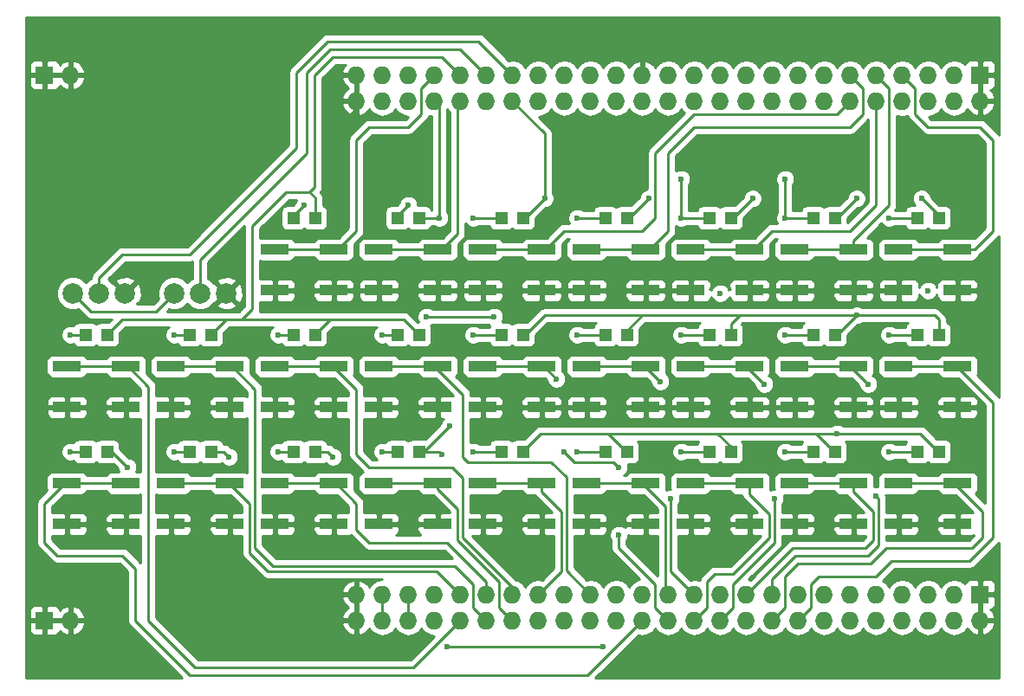
<source format=gtl>
G04 #@! TF.FileFunction,Copper,L1,Top,Signal*
%FSLAX46Y46*%
G04 Gerber Fmt 4.6, Leading zero omitted, Abs format (unit mm)*
G04 Created by KiCad (PCBNEW 4.0.4+dfsg1-stable) date Wed Nov 30 20:07:11 2016*
%MOMM*%
%LPD*%
G01*
G04 APERTURE LIST*
%ADD10C,0.100000*%
%ADD11R,2.750000X1.000000*%
%ADD12R,1.727200X1.727200*%
%ADD13O,1.727200X1.727200*%
%ADD14R,1.198880X1.198880*%
%ADD15C,1.998980*%
%ADD16C,0.600000*%
%ADD17C,0.250000*%
%ADD18C,0.254000*%
G04 APERTURE END LIST*
D10*
D11*
X84755000Y-113570000D03*
X90505000Y-113570000D03*
X90505000Y-117570000D03*
X84755000Y-117570000D03*
X94915000Y-113570000D03*
X100665000Y-113570000D03*
X100665000Y-117570000D03*
X94915000Y-117570000D03*
X105075000Y-113570000D03*
X110825000Y-113570000D03*
X110825000Y-117570000D03*
X105075000Y-117570000D03*
X115235000Y-113570000D03*
X120985000Y-113570000D03*
X120985000Y-117570000D03*
X115235000Y-117570000D03*
X125395000Y-113570000D03*
X131145000Y-113570000D03*
X131145000Y-117570000D03*
X125395000Y-117570000D03*
X135555000Y-113570000D03*
X141305000Y-113570000D03*
X141305000Y-117570000D03*
X135555000Y-117570000D03*
X145715000Y-113570000D03*
X151465000Y-113570000D03*
X151465000Y-117570000D03*
X145715000Y-117570000D03*
X155875000Y-113570000D03*
X161625000Y-113570000D03*
X161625000Y-117570000D03*
X155875000Y-117570000D03*
X84755000Y-125000000D03*
X90505000Y-125000000D03*
X90505000Y-129000000D03*
X84755000Y-129000000D03*
X94915000Y-125000000D03*
X100665000Y-125000000D03*
X100665000Y-129000000D03*
X94915000Y-129000000D03*
X105075000Y-125000000D03*
X110825000Y-125000000D03*
X110825000Y-129000000D03*
X105075000Y-129000000D03*
X115235000Y-125000000D03*
X120985000Y-125000000D03*
X120985000Y-129000000D03*
X115235000Y-129000000D03*
X125395000Y-125000000D03*
X131145000Y-125000000D03*
X131145000Y-129000000D03*
X125395000Y-129000000D03*
X135555000Y-125000000D03*
X141305000Y-125000000D03*
X141305000Y-129000000D03*
X135555000Y-129000000D03*
X145715000Y-125000000D03*
X151465000Y-125000000D03*
X151465000Y-129000000D03*
X145715000Y-129000000D03*
X155875000Y-125000000D03*
X161625000Y-125000000D03*
X161625000Y-129000000D03*
X155875000Y-129000000D03*
D12*
X173990000Y-85090000D03*
D13*
X173990000Y-87630000D03*
X171450000Y-85090000D03*
X171450000Y-87630000D03*
X168910000Y-85090000D03*
X168910000Y-87630000D03*
X166370000Y-85090000D03*
X166370000Y-87630000D03*
X163830000Y-85090000D03*
X163830000Y-87630000D03*
X161290000Y-85090000D03*
X161290000Y-87630000D03*
X158750000Y-85090000D03*
X158750000Y-87630000D03*
X156210000Y-85090000D03*
X156210000Y-87630000D03*
X153670000Y-85090000D03*
X153670000Y-87630000D03*
X151130000Y-85090000D03*
X151130000Y-87630000D03*
X148590000Y-85090000D03*
X148590000Y-87630000D03*
X146050000Y-85090000D03*
X146050000Y-87630000D03*
X143510000Y-85090000D03*
X143510000Y-87630000D03*
X140970000Y-85090000D03*
X140970000Y-87630000D03*
X138430000Y-85090000D03*
X138430000Y-87630000D03*
X135890000Y-85090000D03*
X135890000Y-87630000D03*
X133350000Y-85090000D03*
X133350000Y-87630000D03*
X130810000Y-85090000D03*
X130810000Y-87630000D03*
X128270000Y-85090000D03*
X128270000Y-87630000D03*
X125730000Y-85090000D03*
X125730000Y-87630000D03*
X123190000Y-85090000D03*
X123190000Y-87630000D03*
X120650000Y-85090000D03*
X120650000Y-87630000D03*
X118110000Y-85090000D03*
X118110000Y-87630000D03*
X115570000Y-85090000D03*
X115570000Y-87630000D03*
X113030000Y-85090000D03*
X113030000Y-87630000D03*
D12*
X173990000Y-135890000D03*
D13*
X173990000Y-138430000D03*
X171450000Y-135890000D03*
X171450000Y-138430000D03*
X168910000Y-135890000D03*
X168910000Y-138430000D03*
X166370000Y-135890000D03*
X166370000Y-138430000D03*
X163830000Y-135890000D03*
X163830000Y-138430000D03*
X161290000Y-135890000D03*
X161290000Y-138430000D03*
X158750000Y-135890000D03*
X158750000Y-138430000D03*
X156210000Y-135890000D03*
X156210000Y-138430000D03*
X153670000Y-135890000D03*
X153670000Y-138430000D03*
X151130000Y-135890000D03*
X151130000Y-138430000D03*
X148590000Y-135890000D03*
X148590000Y-138430000D03*
X146050000Y-135890000D03*
X146050000Y-138430000D03*
X143510000Y-135890000D03*
X143510000Y-138430000D03*
X140970000Y-135890000D03*
X140970000Y-138430000D03*
X138430000Y-135890000D03*
X138430000Y-138430000D03*
X135890000Y-135890000D03*
X135890000Y-138430000D03*
X133350000Y-135890000D03*
X133350000Y-138430000D03*
X130810000Y-135890000D03*
X130810000Y-138430000D03*
X128270000Y-135890000D03*
X128270000Y-138430000D03*
X125730000Y-135890000D03*
X125730000Y-138430000D03*
X123190000Y-135890000D03*
X123190000Y-138430000D03*
X120650000Y-135890000D03*
X120650000Y-138430000D03*
X118110000Y-135890000D03*
X118110000Y-138430000D03*
X115570000Y-135890000D03*
X115570000Y-138430000D03*
X113030000Y-135890000D03*
X113030000Y-138430000D03*
D11*
X166035000Y-113570000D03*
X171785000Y-113570000D03*
X171785000Y-117570000D03*
X166035000Y-117570000D03*
X166035000Y-125000000D03*
X171785000Y-125000000D03*
X171785000Y-129000000D03*
X166035000Y-129000000D03*
D12*
X82550000Y-85090000D03*
D13*
X85090000Y-85090000D03*
D12*
X82550000Y-138430000D03*
D13*
X85090000Y-138430000D03*
D11*
X166035000Y-102140000D03*
X171785000Y-102140000D03*
X171785000Y-106140000D03*
X166035000Y-106140000D03*
X105075000Y-102140000D03*
X110825000Y-102140000D03*
X110825000Y-106140000D03*
X105075000Y-106140000D03*
X115235000Y-102140000D03*
X120985000Y-102140000D03*
X120985000Y-106140000D03*
X115235000Y-106140000D03*
X125395000Y-102140000D03*
X131145000Y-102140000D03*
X131145000Y-106140000D03*
X125395000Y-106140000D03*
X135555000Y-102140000D03*
X141305000Y-102140000D03*
X141305000Y-106140000D03*
X135555000Y-106140000D03*
X145715000Y-102140000D03*
X151465000Y-102140000D03*
X151465000Y-106140000D03*
X145715000Y-106140000D03*
X155875000Y-102140000D03*
X161625000Y-102140000D03*
X161625000Y-106140000D03*
X155875000Y-106140000D03*
D14*
X129319020Y-121920000D03*
X127220980Y-121920000D03*
X139479020Y-121920000D03*
X137380980Y-121920000D03*
X149639020Y-121920000D03*
X147540980Y-121920000D03*
X159799020Y-121920000D03*
X157700980Y-121920000D03*
X169959020Y-121920000D03*
X167860980Y-121920000D03*
X129319020Y-110490000D03*
X127220980Y-110490000D03*
X139479020Y-110490000D03*
X137380980Y-110490000D03*
X149639020Y-110490000D03*
X147540980Y-110490000D03*
X159799020Y-110490000D03*
X157700980Y-110490000D03*
X169959020Y-110490000D03*
X167860980Y-110490000D03*
X129319020Y-99060000D03*
X127220980Y-99060000D03*
X139479020Y-99060000D03*
X137380980Y-99060000D03*
X149639020Y-99060000D03*
X147540980Y-99060000D03*
X159799020Y-99060000D03*
X157700980Y-99060000D03*
X169959020Y-99060000D03*
X167860980Y-99060000D03*
X108999020Y-99060000D03*
X106900980Y-99060000D03*
X119159020Y-110490000D03*
X117060980Y-110490000D03*
X108999020Y-110490000D03*
X106900980Y-110490000D03*
X98839020Y-110490000D03*
X96740980Y-110490000D03*
X88679020Y-110490000D03*
X86580980Y-110490000D03*
X119159020Y-99060000D03*
X117060980Y-99060000D03*
X119159020Y-121920000D03*
X117060980Y-121920000D03*
X108999020Y-121920000D03*
X106900980Y-121920000D03*
X98839020Y-121920000D03*
X96740980Y-121920000D03*
X88679020Y-121920000D03*
X86580980Y-121920000D03*
D15*
X97790000Y-106426000D03*
X100330000Y-106426000D03*
X95250000Y-106426000D03*
X87884000Y-106426000D03*
X90424000Y-106426000D03*
X85344000Y-106426000D03*
D16*
X168910000Y-106172000D03*
X148590000Y-106426000D03*
X132588000Y-114808000D03*
X133350000Y-121920000D03*
X138684000Y-130048000D03*
X138684000Y-123444000D03*
X142748000Y-115062000D03*
X143764000Y-126492000D03*
X152908000Y-115316000D03*
X153924000Y-126492000D03*
X163830000Y-126238000D03*
X163068000Y-115316000D03*
X158242000Y-129032000D03*
X141224000Y-131318000D03*
X108204000Y-129032000D03*
X87630000Y-129032000D03*
X97790000Y-117602000D03*
X168910000Y-129032000D03*
X108204000Y-106172000D03*
X128270000Y-129032000D03*
X148590000Y-129032000D03*
X138430000Y-106172000D03*
X158750000Y-106172000D03*
X97790000Y-129032000D03*
X111252000Y-95250000D03*
X118110000Y-97790000D03*
X107950000Y-97790000D03*
X124460000Y-121920000D03*
X124460000Y-110490000D03*
X124460000Y-99060000D03*
X85090000Y-121920000D03*
X85090000Y-110490000D03*
X165100000Y-121920000D03*
X165100000Y-110490000D03*
X165100000Y-99060000D03*
X119888000Y-108712000D03*
X126492000Y-108712000D03*
X115570000Y-110490000D03*
X115570000Y-121920000D03*
X134620000Y-121920000D03*
X134620000Y-110490000D03*
X134620000Y-99060000D03*
X144780000Y-95250000D03*
X121920000Y-140970000D03*
X137160000Y-140970000D03*
X105410000Y-121920000D03*
X105410000Y-110490000D03*
X144780000Y-121920000D03*
X144780000Y-110490000D03*
X144780000Y-99060000D03*
X154940000Y-95250000D03*
X95250000Y-121920000D03*
X95250000Y-110490000D03*
X154940000Y-121920000D03*
X154940000Y-110490000D03*
X154940000Y-99060000D03*
X160020000Y-120142000D03*
X161925000Y-108585000D03*
X161925000Y-97155000D03*
X151765000Y-97155000D03*
X141605000Y-97155000D03*
X131445000Y-97155000D03*
X168275000Y-97155000D03*
X110744000Y-122428000D03*
X100584000Y-122428000D03*
X90678000Y-123444000D03*
X121412000Y-122174000D03*
X122174000Y-119380000D03*
X121158000Y-99060000D03*
D17*
X90505000Y-113570000D02*
X84755000Y-113570000D01*
X90505000Y-113570000D02*
X90710000Y-113570000D01*
X90710000Y-113570000D02*
X92710000Y-115570000D01*
X92710000Y-115570000D02*
X92710000Y-138430000D01*
X92710000Y-138430000D02*
X97282000Y-143002000D01*
X97282000Y-143002000D02*
X118618000Y-143002000D01*
X118618000Y-143002000D02*
X123190000Y-138430000D01*
X100665000Y-113570000D02*
X100870000Y-113570000D01*
X100870000Y-113570000D02*
X103124000Y-115824000D01*
X124460000Y-137160000D02*
X125730000Y-138430000D01*
X124460000Y-134874000D02*
X124460000Y-137160000D01*
X122682000Y-133096000D02*
X124460000Y-134874000D01*
X104902000Y-133096000D02*
X122682000Y-133096000D01*
X103124000Y-131318000D02*
X104902000Y-133096000D01*
X103124000Y-115824000D02*
X103124000Y-131318000D01*
X100665000Y-113570000D02*
X94915000Y-113570000D01*
X110825000Y-113570000D02*
X110825000Y-113619000D01*
X110825000Y-113619000D02*
X113030000Y-115824000D01*
X123444000Y-130302000D02*
X128270000Y-135128000D01*
X123444000Y-124460000D02*
X123444000Y-130302000D01*
X122428000Y-123444000D02*
X123444000Y-124460000D01*
X114300000Y-123444000D02*
X122428000Y-123444000D01*
X113030000Y-122174000D02*
X114300000Y-123444000D01*
X113030000Y-115824000D02*
X113030000Y-122174000D01*
X128270000Y-135128000D02*
X128270000Y-135890000D01*
X110825000Y-113570000D02*
X111030000Y-113570000D01*
X105075000Y-113570000D02*
X110825000Y-113570000D01*
X115235000Y-113570000D02*
X120985000Y-113570000D01*
X120985000Y-113570000D02*
X120985000Y-113873000D01*
X120985000Y-113873000D02*
X123444000Y-116332000D01*
X133546002Y-133546002D02*
X135890000Y-135890000D01*
X133546002Y-124402002D02*
X133546002Y-133546002D01*
X132080000Y-122936000D02*
X133546002Y-124402002D01*
X123952000Y-122936000D02*
X132080000Y-122936000D01*
X123444000Y-122428000D02*
X123952000Y-122936000D01*
X123444000Y-116332000D02*
X123444000Y-122428000D01*
X120985000Y-113570000D02*
X121190000Y-113570000D01*
X131145000Y-113570000D02*
X131350000Y-113570000D01*
X131350000Y-113570000D02*
X132588000Y-114808000D01*
X142240000Y-137160000D02*
X143510000Y-138430000D01*
X142240000Y-134874000D02*
X142240000Y-137160000D01*
X138684000Y-131318000D02*
X142240000Y-134874000D01*
X138684000Y-130048000D02*
X138684000Y-131318000D01*
X138176000Y-122936000D02*
X138684000Y-123444000D01*
X134366000Y-122936000D02*
X138176000Y-122936000D01*
X133350000Y-121920000D02*
X134366000Y-122936000D01*
X125395000Y-113570000D02*
X131145000Y-113570000D01*
X131145000Y-113570000D02*
X131350000Y-113570000D01*
X143764000Y-133604000D02*
X143764000Y-133350000D01*
X146050000Y-135890000D02*
X143764000Y-133604000D01*
X143764000Y-126492000D02*
X143764000Y-133350000D01*
X142748000Y-115062000D02*
X141305000Y-113619000D01*
X141305000Y-113570000D02*
X141305000Y-113619000D01*
X135555000Y-113570000D02*
X141305000Y-113570000D01*
X141305000Y-113570000D02*
X141510000Y-113570000D01*
X151465000Y-113570000D02*
X151465000Y-113873000D01*
X151465000Y-113873000D02*
X152908000Y-115316000D01*
X153924000Y-126492000D02*
X153924000Y-130810000D01*
X153924000Y-130810000D02*
X149860000Y-134874000D01*
X149860000Y-134874000D02*
X149860000Y-137160000D01*
X149860000Y-137160000D02*
X148590000Y-138430000D01*
X151465000Y-113570000D02*
X145715000Y-113570000D01*
X151465000Y-113570000D02*
X151465000Y-113873000D01*
X161625000Y-113570000D02*
X161625000Y-113873000D01*
X161625000Y-113873000D02*
X163068000Y-115316000D01*
X164084000Y-131064000D02*
X163068000Y-132080000D01*
X163068000Y-132080000D02*
X155956000Y-132080000D01*
X155956000Y-132080000D02*
X153670000Y-134366000D01*
X153670000Y-134366000D02*
X153670000Y-135890000D01*
X164084000Y-126492000D02*
X164084000Y-131064000D01*
X163830000Y-126238000D02*
X164084000Y-126492000D01*
X155875000Y-113570000D02*
X161625000Y-113570000D01*
X161625000Y-113570000D02*
X161625000Y-113619000D01*
X161625000Y-113570000D02*
X161830000Y-113570000D01*
X82550000Y-127000000D02*
X82550000Y-130810000D01*
X84550000Y-125000000D02*
X82550000Y-127000000D01*
X91440000Y-138430000D02*
X96774000Y-143764000D01*
X91440000Y-133350000D02*
X91440000Y-138430000D01*
X90170000Y-132080000D02*
X91440000Y-133350000D01*
X83820000Y-132080000D02*
X90170000Y-132080000D01*
X82550000Y-130810000D02*
X83820000Y-132080000D01*
X90505000Y-125000000D02*
X84755000Y-125000000D01*
X84755000Y-125000000D02*
X84550000Y-125000000D01*
X135636000Y-143764000D02*
X140970000Y-138430000D01*
X96774000Y-143764000D02*
X135636000Y-143764000D01*
X94915000Y-125000000D02*
X100665000Y-125000000D01*
X100665000Y-125000000D02*
X100665000Y-125049000D01*
X100665000Y-125049000D02*
X102616000Y-127000000D01*
X120904000Y-133604000D02*
X123190000Y-135890000D01*
X104394000Y-133604000D02*
X120904000Y-133604000D01*
X102616000Y-131826000D02*
X104394000Y-133604000D01*
X102616000Y-127000000D02*
X102616000Y-131826000D01*
X100665000Y-125000000D02*
X99790000Y-125000000D01*
X125730000Y-135890000D02*
X125730000Y-134620000D01*
X113030000Y-127000000D02*
X113030000Y-129540000D01*
X113030000Y-129540000D02*
X114300000Y-130810000D01*
X114300000Y-130810000D02*
X121920000Y-130810000D01*
X121920000Y-130810000D02*
X125730000Y-134620000D01*
X113030000Y-127000000D02*
X111030000Y-125000000D01*
X110825000Y-125000000D02*
X111030000Y-125000000D01*
X105075000Y-125000000D02*
X110825000Y-125000000D01*
X115235000Y-125000000D02*
X120985000Y-125000000D01*
X120985000Y-125000000D02*
X120985000Y-125557000D01*
X120985000Y-125557000D02*
X122936000Y-127508000D01*
X122936000Y-127508000D02*
X122936000Y-130556000D01*
X122936000Y-130556000D02*
X127000000Y-134620000D01*
X127000000Y-134620000D02*
X127000000Y-137160000D01*
X127000000Y-137160000D02*
X128270000Y-138430000D01*
X120985000Y-125000000D02*
X121190000Y-125000000D01*
X125395000Y-125000000D02*
X131145000Y-125000000D01*
X131145000Y-125000000D02*
X131145000Y-125811000D01*
X133096000Y-133604000D02*
X130810000Y-135890000D01*
X133096000Y-127762000D02*
X133096000Y-133604000D01*
X131145000Y-125811000D02*
X133096000Y-127762000D01*
X131145000Y-125000000D02*
X131350000Y-125000000D01*
X135555000Y-125000000D02*
X141305000Y-125000000D01*
X141305000Y-125000000D02*
X141305000Y-125303000D01*
X141305000Y-125303000D02*
X143256000Y-127254000D01*
X143256000Y-127254000D02*
X143256000Y-135636000D01*
X143256000Y-135636000D02*
X143510000Y-135890000D01*
X145715000Y-125000000D02*
X151465000Y-125000000D01*
X151465000Y-125000000D02*
X151465000Y-126065000D01*
X147320000Y-137160000D02*
X146050000Y-138430000D01*
X147320000Y-134620000D02*
X147320000Y-137160000D01*
X148082000Y-133858000D02*
X147320000Y-134620000D01*
X149860000Y-133858000D02*
X148082000Y-133858000D01*
X153416000Y-130302000D02*
X149860000Y-133858000D01*
X153416000Y-128016000D02*
X153416000Y-130302000D01*
X151465000Y-126065000D02*
X153416000Y-128016000D01*
X155875000Y-125000000D02*
X161625000Y-125000000D01*
X161625000Y-125000000D02*
X161625000Y-125811000D01*
X155702000Y-131318000D02*
X151130000Y-135890000D01*
X162814000Y-131318000D02*
X155702000Y-131318000D01*
X163576000Y-130556000D02*
X162814000Y-131318000D01*
X163576000Y-127762000D02*
X163576000Y-130556000D01*
X161625000Y-125811000D02*
X163576000Y-127762000D01*
X155875000Y-129000000D02*
X158210000Y-129000000D01*
X158210000Y-129000000D02*
X158242000Y-129032000D01*
X141305000Y-129000000D02*
X141305000Y-131237000D01*
X141305000Y-131237000D02*
X141224000Y-131318000D01*
X110825000Y-129000000D02*
X108236000Y-129000000D01*
X108236000Y-129000000D02*
X108204000Y-129032000D01*
X90505000Y-129000000D02*
X87662000Y-129000000D01*
X87662000Y-129000000D02*
X87630000Y-129032000D01*
X100665000Y-117570000D02*
X97822000Y-117570000D01*
X97822000Y-117570000D02*
X97790000Y-117602000D01*
X166035000Y-129000000D02*
X168878000Y-129000000D01*
X168878000Y-129000000D02*
X168910000Y-129032000D01*
X105075000Y-106140000D02*
X108172000Y-106140000D01*
X108172000Y-106140000D02*
X108204000Y-106172000D01*
X131145000Y-129000000D02*
X128302000Y-129000000D01*
X128302000Y-129000000D02*
X128270000Y-129032000D01*
X145715000Y-129000000D02*
X148558000Y-129000000D01*
X148558000Y-129000000D02*
X148590000Y-129032000D01*
X135555000Y-106140000D02*
X138398000Y-106140000D01*
X138398000Y-106140000D02*
X138430000Y-106172000D01*
X155875000Y-106140000D02*
X158718000Y-106140000D01*
X158718000Y-106140000D02*
X158750000Y-106172000D01*
X94915000Y-129000000D02*
X97758000Y-129000000D01*
X97758000Y-129000000D02*
X97790000Y-129032000D01*
X113030000Y-87630000D02*
X113030000Y-88392000D01*
X113030000Y-88392000D02*
X111252000Y-90170000D01*
X111252000Y-90170000D02*
X111252000Y-95250000D01*
X87884000Y-106426000D02*
X87884000Y-104902000D01*
X124968000Y-81788000D02*
X128270000Y-85090000D01*
X110236000Y-81788000D02*
X124968000Y-81788000D01*
X107188000Y-84836000D02*
X110236000Y-81788000D01*
X107188000Y-92202000D02*
X107188000Y-84836000D01*
X96774000Y-102616000D02*
X107188000Y-92202000D01*
X90170000Y-102616000D02*
X96774000Y-102616000D01*
X87884000Y-104902000D02*
X90170000Y-102616000D01*
X110490000Y-82550000D02*
X123190000Y-82550000D01*
X97790000Y-106426000D02*
X97790000Y-103124000D01*
X108204000Y-84836000D02*
X110490000Y-82550000D01*
X108204000Y-92710000D02*
X108204000Y-84836000D01*
X97790000Y-103124000D02*
X108204000Y-92710000D01*
X123190000Y-82550000D02*
X125730000Y-85090000D01*
X117060980Y-99060000D02*
X117060980Y-98839020D01*
X117060980Y-98839020D02*
X118110000Y-97790000D01*
X107950000Y-97790000D02*
X106900980Y-98839020D01*
X106900980Y-98839020D02*
X106900980Y-99060000D01*
X127220980Y-121920000D02*
X124460000Y-121920000D01*
X127220980Y-110490000D02*
X124460000Y-110490000D01*
X127220980Y-99060000D02*
X124460000Y-99060000D01*
X86580980Y-121920000D02*
X85090000Y-121920000D01*
X85090000Y-110490000D02*
X86580980Y-110490000D01*
X167860980Y-121920000D02*
X165100000Y-121920000D01*
X167860980Y-110490000D02*
X165100000Y-110490000D01*
X167860980Y-99060000D02*
X165100000Y-99060000D01*
X119888000Y-108712000D02*
X126492000Y-108712000D01*
X117060980Y-121920000D02*
X115570000Y-121920000D01*
X115570000Y-110490000D02*
X117060980Y-110490000D01*
X137380980Y-121920000D02*
X134620000Y-121920000D01*
X137380980Y-110490000D02*
X134620000Y-110490000D01*
X137380980Y-99060000D02*
X134620000Y-99060000D01*
X144780000Y-99060000D02*
X144780000Y-95250000D01*
X137160000Y-140970000D02*
X121920000Y-140970000D01*
X106900980Y-121920000D02*
X105410000Y-121920000D01*
X105410000Y-110490000D02*
X106900980Y-110490000D01*
X147540980Y-121920000D02*
X144780000Y-121920000D01*
X147540980Y-110490000D02*
X144780000Y-110490000D01*
X147540980Y-99060000D02*
X144780000Y-99060000D01*
X154940000Y-95250000D02*
X154940000Y-99060000D01*
X96740980Y-121920000D02*
X95250000Y-121920000D01*
X95250000Y-110490000D02*
X96740980Y-110490000D01*
X157700980Y-121920000D02*
X154940000Y-121920000D01*
X157700980Y-110490000D02*
X154940000Y-110490000D01*
X157700980Y-99060000D02*
X154940000Y-99060000D01*
X166035000Y-113570000D02*
X171785000Y-113570000D01*
X171785000Y-113570000D02*
X171785000Y-113619000D01*
X171785000Y-113619000D02*
X175260000Y-117094000D01*
X175260000Y-117094000D02*
X175260000Y-130302000D01*
X175260000Y-130302000D02*
X172974000Y-132588000D01*
X172974000Y-132588000D02*
X165354000Y-132588000D01*
X165354000Y-132588000D02*
X163830000Y-134112000D01*
X163830000Y-134112000D02*
X158242000Y-134112000D01*
X158242000Y-134112000D02*
X157480000Y-134874000D01*
X157480000Y-134874000D02*
X157480000Y-137160000D01*
X157480000Y-137160000D02*
X156210000Y-138430000D01*
X95250000Y-106426000D02*
X93472000Y-108204000D01*
X87122000Y-108204000D02*
X85344000Y-106426000D01*
X93472000Y-108204000D02*
X87122000Y-108204000D01*
X118110000Y-135890000D02*
X118110000Y-138430000D01*
X115570000Y-135890000D02*
X115570000Y-138430000D01*
X166035000Y-125000000D02*
X171785000Y-125000000D01*
X171785000Y-125000000D02*
X171785000Y-125303000D01*
X171785000Y-125303000D02*
X174244000Y-127762000D01*
X174244000Y-127762000D02*
X174244000Y-130302000D01*
X174244000Y-130302000D02*
X173228000Y-131318000D01*
X173228000Y-131318000D02*
X164846000Y-131318000D01*
X164846000Y-131318000D02*
X163322000Y-132842000D01*
X163322000Y-132842000D02*
X156210000Y-132842000D01*
X156210000Y-132842000D02*
X154940000Y-134112000D01*
X154940000Y-134112000D02*
X154940000Y-137160000D01*
X154940000Y-137160000D02*
X153670000Y-138430000D01*
X171785000Y-102140000D02*
X173450000Y-102140000D01*
X167640000Y-86360000D02*
X166370000Y-85090000D01*
X167640000Y-88900000D02*
X167640000Y-86360000D01*
X168910000Y-90170000D02*
X167640000Y-88900000D01*
X173990000Y-90170000D02*
X168910000Y-90170000D01*
X175260000Y-91440000D02*
X173990000Y-90170000D01*
X175260000Y-100330000D02*
X175260000Y-91440000D01*
X173450000Y-102140000D02*
X175260000Y-100330000D01*
X171785000Y-102140000D02*
X166035000Y-102140000D01*
X110825000Y-102140000D02*
X111220000Y-102140000D01*
X111220000Y-102140000D02*
X113030000Y-100330000D01*
X119380000Y-86360000D02*
X120650000Y-85090000D01*
X119380000Y-88900000D02*
X119380000Y-86360000D01*
X118110000Y-90170000D02*
X119380000Y-88900000D01*
X114300000Y-90170000D02*
X118110000Y-90170000D01*
X113030000Y-91440000D02*
X114300000Y-90170000D01*
X113030000Y-100330000D02*
X113030000Y-91440000D01*
X110825000Y-102140000D02*
X105075000Y-102140000D01*
X122936000Y-87884000D02*
X122936000Y-89916000D01*
X122936000Y-100584000D02*
X122936000Y-89916000D01*
X122936000Y-100584000D02*
X121380000Y-102140000D01*
X122936000Y-87884000D02*
X123190000Y-87630000D01*
X120985000Y-102140000D02*
X121380000Y-102140000D01*
X120985000Y-102140000D02*
X115235000Y-102140000D01*
X131145000Y-102140000D02*
X131540000Y-102140000D01*
X131540000Y-102140000D02*
X133350000Y-100330000D01*
X160020000Y-88900000D02*
X161290000Y-87630000D01*
X146050000Y-88900000D02*
X160020000Y-88900000D01*
X142240000Y-92710000D02*
X146050000Y-88900000D01*
X142240000Y-99060000D02*
X142240000Y-92710000D01*
X140970000Y-100330000D02*
X142240000Y-99060000D01*
X133350000Y-100330000D02*
X140970000Y-100330000D01*
X131145000Y-102140000D02*
X125395000Y-102140000D01*
X141305000Y-102140000D02*
X141700000Y-102140000D01*
X141700000Y-102140000D02*
X143510000Y-100330000D01*
X162560000Y-86360000D02*
X161290000Y-85090000D01*
X162560000Y-88900000D02*
X162560000Y-86360000D01*
X161290000Y-90170000D02*
X162560000Y-88900000D01*
X146050000Y-90170000D02*
X161290000Y-90170000D01*
X143510000Y-92710000D02*
X146050000Y-90170000D01*
X143510000Y-100330000D02*
X143510000Y-92710000D01*
X141305000Y-102140000D02*
X135555000Y-102140000D01*
X151465000Y-102140000D02*
X145715000Y-102140000D01*
X151465000Y-102140000D02*
X151860000Y-102140000D01*
X151860000Y-102140000D02*
X153670000Y-100330000D01*
X153670000Y-100330000D02*
X161290000Y-100330000D01*
X161290000Y-100330000D02*
X163830000Y-97790000D01*
X163830000Y-97790000D02*
X163830000Y-87630000D01*
X165100000Y-97790000D02*
X165100000Y-86360000D01*
X161625000Y-101265000D02*
X165100000Y-97790000D01*
X155875000Y-102140000D02*
X161625000Y-102140000D01*
X161625000Y-102140000D02*
X161625000Y-101265000D01*
X165100000Y-86360000D02*
X163830000Y-85090000D01*
X136144000Y-120142000D02*
X131064000Y-120142000D01*
X137668000Y-120142000D02*
X136144000Y-120142000D01*
X131064000Y-120142000D02*
X129319020Y-121886980D01*
X129319020Y-121886980D02*
X129319020Y-121920000D01*
X139479020Y-121920000D02*
X139446000Y-121920000D01*
X139446000Y-121920000D02*
X137668000Y-120142000D01*
X137668000Y-120142000D02*
X146812000Y-120142000D01*
X146812000Y-120142000D02*
X148336000Y-120142000D01*
X149639020Y-121920000D02*
X149639020Y-121445020D01*
X149639020Y-121445020D02*
X148336000Y-120142000D01*
X148336000Y-120142000D02*
X157734000Y-120142000D01*
X157734000Y-120142000D02*
X157988000Y-120142000D01*
X159799020Y-121920000D02*
X159766000Y-121920000D01*
X159766000Y-121920000D02*
X157988000Y-120142000D01*
X169959020Y-121920000D02*
X169926000Y-121920000D01*
X169926000Y-121920000D02*
X168148000Y-120142000D01*
X168148000Y-120142000D02*
X160020000Y-120142000D01*
X160020000Y-120142000D02*
X157988000Y-120142000D01*
X129319020Y-110490000D02*
X129540000Y-110490000D01*
X129540000Y-110490000D02*
X131445000Y-108585000D01*
X131445000Y-108585000D02*
X140970000Y-108585000D01*
X139479020Y-110490000D02*
X139479020Y-110075980D01*
X139479020Y-110075980D02*
X140970000Y-108585000D01*
X140970000Y-108585000D02*
X150495000Y-108585000D01*
X161925000Y-108585000D02*
X150495000Y-108585000D01*
X149639020Y-109440980D02*
X149639020Y-110490000D01*
X150495000Y-108585000D02*
X149639020Y-109440980D01*
X169959020Y-110490000D02*
X169959020Y-108999020D01*
X169545000Y-108585000D02*
X161925000Y-108585000D01*
X169959020Y-108999020D02*
X169545000Y-108585000D01*
X159799020Y-110490000D02*
X160020000Y-110490000D01*
X160020000Y-110490000D02*
X161925000Y-108585000D01*
X131445000Y-97155000D02*
X131445000Y-90805000D01*
X131445000Y-90805000D02*
X128270000Y-87630000D01*
X129319020Y-99060000D02*
X129540000Y-99060000D01*
X129540000Y-99060000D02*
X131445000Y-97155000D01*
X169959020Y-99060000D02*
X169959020Y-98839020D01*
X169959020Y-98839020D02*
X168275000Y-97155000D01*
X159799020Y-99060000D02*
X160020000Y-99060000D01*
X160020000Y-99060000D02*
X161925000Y-97155000D01*
X149639020Y-99060000D02*
X149860000Y-99060000D01*
X149860000Y-99060000D02*
X151765000Y-97155000D01*
X139479020Y-99060000D02*
X139700000Y-99060000D01*
X139700000Y-99060000D02*
X141605000Y-97155000D01*
X101854000Y-108966000D02*
X102870000Y-107950000D01*
X102870000Y-99822000D02*
X106172000Y-96520000D01*
X102870000Y-107950000D02*
X102870000Y-99822000D01*
X108458000Y-96520000D02*
X108966000Y-96012000D01*
X121412000Y-83312000D02*
X123190000Y-85090000D01*
X110744000Y-83312000D02*
X121412000Y-83312000D01*
X108966000Y-85090000D02*
X110744000Y-83312000D01*
X108966000Y-96012000D02*
X108966000Y-85090000D01*
X108999020Y-99060000D02*
X108999020Y-97061020D01*
X108458000Y-96520000D02*
X106172000Y-96520000D01*
X108999020Y-97061020D02*
X108458000Y-96520000D01*
X98839020Y-110490000D02*
X98839020Y-110456980D01*
X98839020Y-110456980D02*
X100330000Y-108966000D01*
X108999020Y-110490000D02*
X108999020Y-110456980D01*
X108999020Y-110456980D02*
X110490000Y-108966000D01*
X88679020Y-110490000D02*
X88679020Y-110456980D01*
X88679020Y-110456980D02*
X90170000Y-108966000D01*
X90170000Y-108966000D02*
X100330000Y-108966000D01*
X100330000Y-108966000D02*
X101854000Y-108966000D01*
X101854000Y-108966000D02*
X110490000Y-108966000D01*
X110490000Y-108966000D02*
X117635020Y-108966000D01*
X117635020Y-108966000D02*
X119159020Y-110490000D01*
X121158000Y-99060000D02*
X121158000Y-88138000D01*
X121158000Y-88138000D02*
X120650000Y-87630000D01*
X120985000Y-87965000D02*
X120650000Y-87630000D01*
X108999020Y-121920000D02*
X110236000Y-121920000D01*
X110236000Y-121920000D02*
X110744000Y-122428000D01*
X98839020Y-121920000D02*
X100076000Y-121920000D01*
X100076000Y-121920000D02*
X100584000Y-122428000D01*
X88679020Y-121920000D02*
X89154000Y-121920000D01*
X89154000Y-121920000D02*
X90678000Y-123444000D01*
X121412000Y-122174000D02*
X121158000Y-121920000D01*
X121158000Y-121920000D02*
X119159020Y-121920000D01*
X119159020Y-99060000D02*
X121158000Y-99060000D01*
X122174000Y-119380000D02*
X119634000Y-121920000D01*
X119634000Y-121920000D02*
X119159020Y-121920000D01*
D18*
G36*
X175820000Y-144070000D02*
X136404802Y-144070000D01*
X140592027Y-139882775D01*
X140970000Y-139957959D01*
X141543489Y-139843885D01*
X142029670Y-139519029D01*
X142240000Y-139204248D01*
X142450330Y-139519029D01*
X142936511Y-139843885D01*
X143510000Y-139957959D01*
X144083489Y-139843885D01*
X144569670Y-139519029D01*
X144780000Y-139204248D01*
X144990330Y-139519029D01*
X145476511Y-139843885D01*
X146050000Y-139957959D01*
X146623489Y-139843885D01*
X147109670Y-139519029D01*
X147320000Y-139204248D01*
X147530330Y-139519029D01*
X148016511Y-139843885D01*
X148590000Y-139957959D01*
X149163489Y-139843885D01*
X149649670Y-139519029D01*
X149860000Y-139204248D01*
X150070330Y-139519029D01*
X150556511Y-139843885D01*
X151130000Y-139957959D01*
X151703489Y-139843885D01*
X152189670Y-139519029D01*
X152400000Y-139204248D01*
X152610330Y-139519029D01*
X153096511Y-139843885D01*
X153670000Y-139957959D01*
X154243489Y-139843885D01*
X154729670Y-139519029D01*
X154940000Y-139204248D01*
X155150330Y-139519029D01*
X155636511Y-139843885D01*
X156210000Y-139957959D01*
X156783489Y-139843885D01*
X157269670Y-139519029D01*
X157480000Y-139204248D01*
X157690330Y-139519029D01*
X158176511Y-139843885D01*
X158750000Y-139957959D01*
X159323489Y-139843885D01*
X159809670Y-139519029D01*
X160020000Y-139204248D01*
X160230330Y-139519029D01*
X160716511Y-139843885D01*
X161290000Y-139957959D01*
X161863489Y-139843885D01*
X162349670Y-139519029D01*
X162560000Y-139204248D01*
X162770330Y-139519029D01*
X163256511Y-139843885D01*
X163830000Y-139957959D01*
X164403489Y-139843885D01*
X164889670Y-139519029D01*
X165100000Y-139204248D01*
X165310330Y-139519029D01*
X165796511Y-139843885D01*
X166370000Y-139957959D01*
X166943489Y-139843885D01*
X167429670Y-139519029D01*
X167640000Y-139204248D01*
X167850330Y-139519029D01*
X168336511Y-139843885D01*
X168910000Y-139957959D01*
X169483489Y-139843885D01*
X169969670Y-139519029D01*
X170180000Y-139204248D01*
X170390330Y-139519029D01*
X170876511Y-139843885D01*
X171450000Y-139957959D01*
X172023489Y-139843885D01*
X172509670Y-139519029D01*
X172725664Y-139195772D01*
X172783179Y-139318490D01*
X173215053Y-139712688D01*
X173630974Y-139884958D01*
X173863000Y-139763817D01*
X173863000Y-138557000D01*
X174117000Y-138557000D01*
X174117000Y-139763817D01*
X174349026Y-139884958D01*
X174764947Y-139712688D01*
X175196821Y-139318490D01*
X175444968Y-138789027D01*
X175324469Y-138557000D01*
X174117000Y-138557000D01*
X173863000Y-138557000D01*
X173843000Y-138557000D01*
X173843000Y-138303000D01*
X173863000Y-138303000D01*
X173863000Y-136017000D01*
X174117000Y-136017000D01*
X174117000Y-138303000D01*
X175324469Y-138303000D01*
X175444968Y-138070973D01*
X175196821Y-137541510D01*
X175013881Y-137374529D01*
X175213299Y-137291927D01*
X175391927Y-137113298D01*
X175488600Y-136879909D01*
X175488600Y-136175750D01*
X175329850Y-136017000D01*
X174117000Y-136017000D01*
X173863000Y-136017000D01*
X173843000Y-136017000D01*
X173843000Y-135763000D01*
X173863000Y-135763000D01*
X173863000Y-134550150D01*
X174117000Y-134550150D01*
X174117000Y-135763000D01*
X175329850Y-135763000D01*
X175488600Y-135604250D01*
X175488600Y-134900091D01*
X175391927Y-134666702D01*
X175213299Y-134488073D01*
X174979910Y-134391400D01*
X174275750Y-134391400D01*
X174117000Y-134550150D01*
X173863000Y-134550150D01*
X173704250Y-134391400D01*
X173000090Y-134391400D01*
X172766701Y-134488073D01*
X172588073Y-134666702D01*
X172523737Y-134822023D01*
X172509670Y-134800971D01*
X172023489Y-134476115D01*
X171450000Y-134362041D01*
X170876511Y-134476115D01*
X170390330Y-134800971D01*
X170180000Y-135115752D01*
X169969670Y-134800971D01*
X169483489Y-134476115D01*
X168910000Y-134362041D01*
X168336511Y-134476115D01*
X167850330Y-134800971D01*
X167640000Y-135115752D01*
X167429670Y-134800971D01*
X166943489Y-134476115D01*
X166370000Y-134362041D01*
X165796511Y-134476115D01*
X165310330Y-134800971D01*
X165100000Y-135115752D01*
X164889670Y-134800971D01*
X164485733Y-134531069D01*
X165668802Y-133348000D01*
X172974000Y-133348000D01*
X173264839Y-133290148D01*
X173511401Y-133125401D01*
X175797401Y-130839401D01*
X175820000Y-130805579D01*
X175820000Y-144070000D01*
X175820000Y-144070000D01*
G37*
X175820000Y-144070000D02*
X136404802Y-144070000D01*
X140592027Y-139882775D01*
X140970000Y-139957959D01*
X141543489Y-139843885D01*
X142029670Y-139519029D01*
X142240000Y-139204248D01*
X142450330Y-139519029D01*
X142936511Y-139843885D01*
X143510000Y-139957959D01*
X144083489Y-139843885D01*
X144569670Y-139519029D01*
X144780000Y-139204248D01*
X144990330Y-139519029D01*
X145476511Y-139843885D01*
X146050000Y-139957959D01*
X146623489Y-139843885D01*
X147109670Y-139519029D01*
X147320000Y-139204248D01*
X147530330Y-139519029D01*
X148016511Y-139843885D01*
X148590000Y-139957959D01*
X149163489Y-139843885D01*
X149649670Y-139519029D01*
X149860000Y-139204248D01*
X150070330Y-139519029D01*
X150556511Y-139843885D01*
X151130000Y-139957959D01*
X151703489Y-139843885D01*
X152189670Y-139519029D01*
X152400000Y-139204248D01*
X152610330Y-139519029D01*
X153096511Y-139843885D01*
X153670000Y-139957959D01*
X154243489Y-139843885D01*
X154729670Y-139519029D01*
X154940000Y-139204248D01*
X155150330Y-139519029D01*
X155636511Y-139843885D01*
X156210000Y-139957959D01*
X156783489Y-139843885D01*
X157269670Y-139519029D01*
X157480000Y-139204248D01*
X157690330Y-139519029D01*
X158176511Y-139843885D01*
X158750000Y-139957959D01*
X159323489Y-139843885D01*
X159809670Y-139519029D01*
X160020000Y-139204248D01*
X160230330Y-139519029D01*
X160716511Y-139843885D01*
X161290000Y-139957959D01*
X161863489Y-139843885D01*
X162349670Y-139519029D01*
X162560000Y-139204248D01*
X162770330Y-139519029D01*
X163256511Y-139843885D01*
X163830000Y-139957959D01*
X164403489Y-139843885D01*
X164889670Y-139519029D01*
X165100000Y-139204248D01*
X165310330Y-139519029D01*
X165796511Y-139843885D01*
X166370000Y-139957959D01*
X166943489Y-139843885D01*
X167429670Y-139519029D01*
X167640000Y-139204248D01*
X167850330Y-139519029D01*
X168336511Y-139843885D01*
X168910000Y-139957959D01*
X169483489Y-139843885D01*
X169969670Y-139519029D01*
X170180000Y-139204248D01*
X170390330Y-139519029D01*
X170876511Y-139843885D01*
X171450000Y-139957959D01*
X172023489Y-139843885D01*
X172509670Y-139519029D01*
X172725664Y-139195772D01*
X172783179Y-139318490D01*
X173215053Y-139712688D01*
X173630974Y-139884958D01*
X173863000Y-139763817D01*
X173863000Y-138557000D01*
X174117000Y-138557000D01*
X174117000Y-139763817D01*
X174349026Y-139884958D01*
X174764947Y-139712688D01*
X175196821Y-139318490D01*
X175444968Y-138789027D01*
X175324469Y-138557000D01*
X174117000Y-138557000D01*
X173863000Y-138557000D01*
X173843000Y-138557000D01*
X173843000Y-138303000D01*
X173863000Y-138303000D01*
X173863000Y-136017000D01*
X174117000Y-136017000D01*
X174117000Y-138303000D01*
X175324469Y-138303000D01*
X175444968Y-138070973D01*
X175196821Y-137541510D01*
X175013881Y-137374529D01*
X175213299Y-137291927D01*
X175391927Y-137113298D01*
X175488600Y-136879909D01*
X175488600Y-136175750D01*
X175329850Y-136017000D01*
X174117000Y-136017000D01*
X173863000Y-136017000D01*
X173843000Y-136017000D01*
X173843000Y-135763000D01*
X173863000Y-135763000D01*
X173863000Y-134550150D01*
X174117000Y-134550150D01*
X174117000Y-135763000D01*
X175329850Y-135763000D01*
X175488600Y-135604250D01*
X175488600Y-134900091D01*
X175391927Y-134666702D01*
X175213299Y-134488073D01*
X174979910Y-134391400D01*
X174275750Y-134391400D01*
X174117000Y-134550150D01*
X173863000Y-134550150D01*
X173704250Y-134391400D01*
X173000090Y-134391400D01*
X172766701Y-134488073D01*
X172588073Y-134666702D01*
X172523737Y-134822023D01*
X172509670Y-134800971D01*
X172023489Y-134476115D01*
X171450000Y-134362041D01*
X170876511Y-134476115D01*
X170390330Y-134800971D01*
X170180000Y-135115752D01*
X169969670Y-134800971D01*
X169483489Y-134476115D01*
X168910000Y-134362041D01*
X168336511Y-134476115D01*
X167850330Y-134800971D01*
X167640000Y-135115752D01*
X167429670Y-134800971D01*
X166943489Y-134476115D01*
X166370000Y-134362041D01*
X165796511Y-134476115D01*
X165310330Y-134800971D01*
X165100000Y-135115752D01*
X164889670Y-134800971D01*
X164485733Y-134531069D01*
X165668802Y-133348000D01*
X172974000Y-133348000D01*
X173264839Y-133290148D01*
X173511401Y-133125401D01*
X175797401Y-130839401D01*
X175820000Y-130805579D01*
X175820000Y-144070000D01*
G36*
X175820000Y-90936421D02*
X175797401Y-90902599D01*
X174527401Y-89632599D01*
X174280839Y-89467852D01*
X173990000Y-89410000D01*
X169224802Y-89410000D01*
X168962348Y-89147546D01*
X169483489Y-89043885D01*
X169969670Y-88719029D01*
X170180000Y-88404248D01*
X170390330Y-88719029D01*
X170876511Y-89043885D01*
X171450000Y-89157959D01*
X172023489Y-89043885D01*
X172509670Y-88719029D01*
X172725664Y-88395772D01*
X172783179Y-88518490D01*
X173215053Y-88912688D01*
X173630974Y-89084958D01*
X173863000Y-88963817D01*
X173863000Y-87757000D01*
X174117000Y-87757000D01*
X174117000Y-88963817D01*
X174349026Y-89084958D01*
X174764947Y-88912688D01*
X175196821Y-88518490D01*
X175444968Y-87989027D01*
X175324469Y-87757000D01*
X174117000Y-87757000D01*
X173863000Y-87757000D01*
X173843000Y-87757000D01*
X173843000Y-87503000D01*
X173863000Y-87503000D01*
X173863000Y-85217000D01*
X174117000Y-85217000D01*
X174117000Y-87503000D01*
X175324469Y-87503000D01*
X175444968Y-87270973D01*
X175196821Y-86741510D01*
X175013881Y-86574529D01*
X175213299Y-86491927D01*
X175391927Y-86313298D01*
X175488600Y-86079909D01*
X175488600Y-85375750D01*
X175329850Y-85217000D01*
X174117000Y-85217000D01*
X173863000Y-85217000D01*
X173843000Y-85217000D01*
X173843000Y-84963000D01*
X173863000Y-84963000D01*
X173863000Y-83750150D01*
X174117000Y-83750150D01*
X174117000Y-84963000D01*
X175329850Y-84963000D01*
X175488600Y-84804250D01*
X175488600Y-84100091D01*
X175391927Y-83866702D01*
X175213299Y-83688073D01*
X174979910Y-83591400D01*
X174275750Y-83591400D01*
X174117000Y-83750150D01*
X173863000Y-83750150D01*
X173704250Y-83591400D01*
X173000090Y-83591400D01*
X172766701Y-83688073D01*
X172588073Y-83866702D01*
X172523737Y-84022023D01*
X172509670Y-84000971D01*
X172023489Y-83676115D01*
X171450000Y-83562041D01*
X170876511Y-83676115D01*
X170390330Y-84000971D01*
X170180000Y-84315752D01*
X169969670Y-84000971D01*
X169483489Y-83676115D01*
X168910000Y-83562041D01*
X168336511Y-83676115D01*
X167850330Y-84000971D01*
X167640000Y-84315752D01*
X167429670Y-84000971D01*
X166943489Y-83676115D01*
X166370000Y-83562041D01*
X165796511Y-83676115D01*
X165310330Y-84000971D01*
X165100000Y-84315752D01*
X164889670Y-84000971D01*
X164403489Y-83676115D01*
X163830000Y-83562041D01*
X163256511Y-83676115D01*
X162770330Y-84000971D01*
X162560000Y-84315752D01*
X162349670Y-84000971D01*
X161863489Y-83676115D01*
X161290000Y-83562041D01*
X160716511Y-83676115D01*
X160230330Y-84000971D01*
X160020000Y-84315752D01*
X159809670Y-84000971D01*
X159323489Y-83676115D01*
X158750000Y-83562041D01*
X158176511Y-83676115D01*
X157690330Y-84000971D01*
X157480000Y-84315752D01*
X157269670Y-84000971D01*
X156783489Y-83676115D01*
X156210000Y-83562041D01*
X155636511Y-83676115D01*
X155150330Y-84000971D01*
X154940000Y-84315752D01*
X154729670Y-84000971D01*
X154243489Y-83676115D01*
X153670000Y-83562041D01*
X153096511Y-83676115D01*
X152610330Y-84000971D01*
X152400000Y-84315752D01*
X152189670Y-84000971D01*
X151703489Y-83676115D01*
X151130000Y-83562041D01*
X150556511Y-83676115D01*
X150070330Y-84000971D01*
X149860000Y-84315752D01*
X149649670Y-84000971D01*
X149163489Y-83676115D01*
X148590000Y-83562041D01*
X148016511Y-83676115D01*
X147530330Y-84000971D01*
X147320000Y-84315752D01*
X147109670Y-84000971D01*
X146623489Y-83676115D01*
X146050000Y-83562041D01*
X145476511Y-83676115D01*
X144990330Y-84000971D01*
X144780000Y-84315752D01*
X144569670Y-84000971D01*
X144083489Y-83676115D01*
X143510000Y-83562041D01*
X142936511Y-83676115D01*
X142450330Y-84000971D01*
X142234336Y-84324228D01*
X142176821Y-84201510D01*
X141744947Y-83807312D01*
X141329026Y-83635042D01*
X141097000Y-83756183D01*
X141097000Y-84963000D01*
X141117000Y-84963000D01*
X141117000Y-85217000D01*
X141097000Y-85217000D01*
X141097000Y-85237000D01*
X140843000Y-85237000D01*
X140843000Y-85217000D01*
X140823000Y-85217000D01*
X140823000Y-84963000D01*
X140843000Y-84963000D01*
X140843000Y-83756183D01*
X140610974Y-83635042D01*
X140195053Y-83807312D01*
X139763179Y-84201510D01*
X139705664Y-84324228D01*
X139489670Y-84000971D01*
X139003489Y-83676115D01*
X138430000Y-83562041D01*
X137856511Y-83676115D01*
X137370330Y-84000971D01*
X137160000Y-84315752D01*
X136949670Y-84000971D01*
X136463489Y-83676115D01*
X135890000Y-83562041D01*
X135316511Y-83676115D01*
X134830330Y-84000971D01*
X134620000Y-84315752D01*
X134409670Y-84000971D01*
X133923489Y-83676115D01*
X133350000Y-83562041D01*
X132776511Y-83676115D01*
X132290330Y-84000971D01*
X132080000Y-84315752D01*
X131869670Y-84000971D01*
X131383489Y-83676115D01*
X130810000Y-83562041D01*
X130236511Y-83676115D01*
X129750330Y-84000971D01*
X129540000Y-84315752D01*
X129329670Y-84000971D01*
X128843489Y-83676115D01*
X128270000Y-83562041D01*
X127892027Y-83637225D01*
X125505401Y-81250599D01*
X125258839Y-81085852D01*
X124968000Y-81028000D01*
X110236000Y-81028000D01*
X109945161Y-81085852D01*
X109698599Y-81250599D01*
X106650599Y-84298599D01*
X106485852Y-84545161D01*
X106428000Y-84836000D01*
X106428000Y-91887198D01*
X96459198Y-101856000D01*
X90170000Y-101856000D01*
X89879160Y-101913852D01*
X89632599Y-102078599D01*
X87346599Y-104364599D01*
X87181852Y-104611161D01*
X87124000Y-104902000D01*
X87124000Y-104971504D01*
X86959345Y-105039538D01*
X86613801Y-105384480D01*
X86271073Y-105041154D01*
X85670547Y-104791794D01*
X85020306Y-104791226D01*
X84419345Y-105039538D01*
X83959154Y-105498927D01*
X83709794Y-106099453D01*
X83709226Y-106749694D01*
X83957538Y-107350655D01*
X84416927Y-107810846D01*
X85017453Y-108060206D01*
X85667694Y-108060774D01*
X85834889Y-107991691D01*
X86584599Y-108741401D01*
X86831161Y-108906148D01*
X87122000Y-108964000D01*
X89097198Y-108964000D01*
X88818078Y-109243120D01*
X88079580Y-109243120D01*
X87844263Y-109287398D01*
X87628139Y-109426470D01*
X87627457Y-109427467D01*
X87432310Y-109294129D01*
X87180420Y-109243120D01*
X85981540Y-109243120D01*
X85746223Y-109287398D01*
X85530099Y-109426470D01*
X85405619Y-109608653D01*
X85276799Y-109555162D01*
X84904833Y-109554838D01*
X84561057Y-109696883D01*
X84297808Y-109959673D01*
X84155162Y-110303201D01*
X84154838Y-110675167D01*
X84296883Y-111018943D01*
X84559673Y-111282192D01*
X84903201Y-111424838D01*
X85275167Y-111425162D01*
X85407739Y-111370385D01*
X85517450Y-111540881D01*
X85729650Y-111685871D01*
X85981540Y-111736880D01*
X87180420Y-111736880D01*
X87415737Y-111692602D01*
X87631861Y-111553530D01*
X87632543Y-111552533D01*
X87827690Y-111685871D01*
X88079580Y-111736880D01*
X89278460Y-111736880D01*
X89513777Y-111692602D01*
X89729901Y-111553530D01*
X89874891Y-111341330D01*
X89925900Y-111089440D01*
X89925900Y-110284902D01*
X90484802Y-109726000D01*
X94691889Y-109726000D01*
X94457808Y-109959673D01*
X94315162Y-110303201D01*
X94314838Y-110675167D01*
X94456883Y-111018943D01*
X94719673Y-111282192D01*
X95063201Y-111424838D01*
X95435167Y-111425162D01*
X95567739Y-111370385D01*
X95677450Y-111540881D01*
X95889650Y-111685871D01*
X96141540Y-111736880D01*
X97340420Y-111736880D01*
X97575737Y-111692602D01*
X97791861Y-111553530D01*
X97792543Y-111552533D01*
X97987690Y-111685871D01*
X98239580Y-111736880D01*
X99438460Y-111736880D01*
X99673777Y-111692602D01*
X99889901Y-111553530D01*
X100034891Y-111341330D01*
X100085900Y-111089440D01*
X100085900Y-110284902D01*
X100644802Y-109726000D01*
X104851889Y-109726000D01*
X104617808Y-109959673D01*
X104475162Y-110303201D01*
X104474838Y-110675167D01*
X104616883Y-111018943D01*
X104879673Y-111282192D01*
X105223201Y-111424838D01*
X105595167Y-111425162D01*
X105727739Y-111370385D01*
X105837450Y-111540881D01*
X106049650Y-111685871D01*
X106301540Y-111736880D01*
X107500420Y-111736880D01*
X107735737Y-111692602D01*
X107951861Y-111553530D01*
X107952543Y-111552533D01*
X108147690Y-111685871D01*
X108399580Y-111736880D01*
X109598460Y-111736880D01*
X109833777Y-111692602D01*
X110049901Y-111553530D01*
X110194891Y-111341330D01*
X110245900Y-111089440D01*
X110245900Y-110284902D01*
X110804802Y-109726000D01*
X115011889Y-109726000D01*
X114777808Y-109959673D01*
X114635162Y-110303201D01*
X114634838Y-110675167D01*
X114776883Y-111018943D01*
X115039673Y-111282192D01*
X115383201Y-111424838D01*
X115755167Y-111425162D01*
X115887739Y-111370385D01*
X115997450Y-111540881D01*
X116209650Y-111685871D01*
X116461540Y-111736880D01*
X117660420Y-111736880D01*
X117895737Y-111692602D01*
X118111861Y-111553530D01*
X118112543Y-111552533D01*
X118307690Y-111685871D01*
X118559580Y-111736880D01*
X119758460Y-111736880D01*
X119993777Y-111692602D01*
X120209901Y-111553530D01*
X120354891Y-111341330D01*
X120405900Y-111089440D01*
X120405900Y-109890560D01*
X120361622Y-109655243D01*
X120296928Y-109554706D01*
X120416943Y-109505117D01*
X120450118Y-109472000D01*
X125929537Y-109472000D01*
X125961673Y-109504192D01*
X126082666Y-109554433D01*
X126025109Y-109638670D01*
X126006614Y-109730000D01*
X125022463Y-109730000D01*
X124990327Y-109697808D01*
X124646799Y-109555162D01*
X124274833Y-109554838D01*
X123931057Y-109696883D01*
X123667808Y-109959673D01*
X123525162Y-110303201D01*
X123524838Y-110675167D01*
X123666883Y-111018943D01*
X123929673Y-111282192D01*
X124273201Y-111424838D01*
X124645167Y-111425162D01*
X124988943Y-111283117D01*
X125022118Y-111250000D01*
X126004311Y-111250000D01*
X126018378Y-111324757D01*
X126157450Y-111540881D01*
X126369650Y-111685871D01*
X126621540Y-111736880D01*
X127820420Y-111736880D01*
X128055737Y-111692602D01*
X128271861Y-111553530D01*
X128272543Y-111552533D01*
X128467690Y-111685871D01*
X128719580Y-111736880D01*
X129918460Y-111736880D01*
X130153777Y-111692602D01*
X130369901Y-111553530D01*
X130514891Y-111341330D01*
X130565900Y-111089440D01*
X130565900Y-110538902D01*
X131759802Y-109345000D01*
X136456707Y-109345000D01*
X136330099Y-109426470D01*
X136185109Y-109638670D01*
X136166614Y-109730000D01*
X135182463Y-109730000D01*
X135150327Y-109697808D01*
X134806799Y-109555162D01*
X134434833Y-109554838D01*
X134091057Y-109696883D01*
X133827808Y-109959673D01*
X133685162Y-110303201D01*
X133684838Y-110675167D01*
X133826883Y-111018943D01*
X134089673Y-111282192D01*
X134433201Y-111424838D01*
X134805167Y-111425162D01*
X135148943Y-111283117D01*
X135182118Y-111250000D01*
X136164311Y-111250000D01*
X136178378Y-111324757D01*
X136317450Y-111540881D01*
X136529650Y-111685871D01*
X136781540Y-111736880D01*
X137980420Y-111736880D01*
X138215737Y-111692602D01*
X138431861Y-111553530D01*
X138432543Y-111552533D01*
X138627690Y-111685871D01*
X138879580Y-111736880D01*
X140078460Y-111736880D01*
X140313777Y-111692602D01*
X140529901Y-111553530D01*
X140674891Y-111341330D01*
X140725900Y-111089440D01*
X140725900Y-109903902D01*
X141284802Y-109345000D01*
X146616707Y-109345000D01*
X146490099Y-109426470D01*
X146345109Y-109638670D01*
X146326614Y-109730000D01*
X145342463Y-109730000D01*
X145310327Y-109697808D01*
X144966799Y-109555162D01*
X144594833Y-109554838D01*
X144251057Y-109696883D01*
X143987808Y-109959673D01*
X143845162Y-110303201D01*
X143844838Y-110675167D01*
X143986883Y-111018943D01*
X144249673Y-111282192D01*
X144593201Y-111424838D01*
X144965167Y-111425162D01*
X145308943Y-111283117D01*
X145342118Y-111250000D01*
X146324311Y-111250000D01*
X146338378Y-111324757D01*
X146477450Y-111540881D01*
X146689650Y-111685871D01*
X146941540Y-111736880D01*
X148140420Y-111736880D01*
X148375737Y-111692602D01*
X148591861Y-111553530D01*
X148592543Y-111552533D01*
X148787690Y-111685871D01*
X149039580Y-111736880D01*
X150238460Y-111736880D01*
X150473777Y-111692602D01*
X150689901Y-111553530D01*
X150834891Y-111341330D01*
X150885900Y-111089440D01*
X150885900Y-109890560D01*
X150841622Y-109655243D01*
X150707692Y-109447110D01*
X150809802Y-109345000D01*
X156776707Y-109345000D01*
X156650099Y-109426470D01*
X156505109Y-109638670D01*
X156486614Y-109730000D01*
X155502463Y-109730000D01*
X155470327Y-109697808D01*
X155126799Y-109555162D01*
X154754833Y-109554838D01*
X154411057Y-109696883D01*
X154147808Y-109959673D01*
X154005162Y-110303201D01*
X154004838Y-110675167D01*
X154146883Y-111018943D01*
X154409673Y-111282192D01*
X154753201Y-111424838D01*
X155125167Y-111425162D01*
X155468943Y-111283117D01*
X155502118Y-111250000D01*
X156484311Y-111250000D01*
X156498378Y-111324757D01*
X156637450Y-111540881D01*
X156849650Y-111685871D01*
X157101540Y-111736880D01*
X158300420Y-111736880D01*
X158535737Y-111692602D01*
X158751861Y-111553530D01*
X158752543Y-111552533D01*
X158947690Y-111685871D01*
X159199580Y-111736880D01*
X160398460Y-111736880D01*
X160633777Y-111692602D01*
X160849901Y-111553530D01*
X160994891Y-111341330D01*
X161045900Y-111089440D01*
X161045900Y-110538902D01*
X162064680Y-109520122D01*
X162110167Y-109520162D01*
X162453943Y-109378117D01*
X162487118Y-109345000D01*
X166936707Y-109345000D01*
X166810099Y-109426470D01*
X166665109Y-109638670D01*
X166646614Y-109730000D01*
X165662463Y-109730000D01*
X165630327Y-109697808D01*
X165286799Y-109555162D01*
X164914833Y-109554838D01*
X164571057Y-109696883D01*
X164307808Y-109959673D01*
X164165162Y-110303201D01*
X164164838Y-110675167D01*
X164306883Y-111018943D01*
X164569673Y-111282192D01*
X164913201Y-111424838D01*
X165285167Y-111425162D01*
X165628943Y-111283117D01*
X165662118Y-111250000D01*
X166644311Y-111250000D01*
X166658378Y-111324757D01*
X166797450Y-111540881D01*
X167009650Y-111685871D01*
X167261540Y-111736880D01*
X168460420Y-111736880D01*
X168695737Y-111692602D01*
X168911861Y-111553530D01*
X168912543Y-111552533D01*
X169107690Y-111685871D01*
X169359580Y-111736880D01*
X170558460Y-111736880D01*
X170793777Y-111692602D01*
X171009901Y-111553530D01*
X171154891Y-111341330D01*
X171205900Y-111089440D01*
X171205900Y-109890560D01*
X171161622Y-109655243D01*
X171022550Y-109439119D01*
X170810350Y-109294129D01*
X170719020Y-109275634D01*
X170719020Y-108999020D01*
X170661168Y-108708181D01*
X170496421Y-108461619D01*
X170082401Y-108047599D01*
X169835839Y-107882852D01*
X169545000Y-107825000D01*
X162487463Y-107825000D01*
X162455327Y-107792808D01*
X162111799Y-107650162D01*
X161739833Y-107649838D01*
X161396057Y-107791883D01*
X161362882Y-107825000D01*
X131445000Y-107825000D01*
X131154161Y-107882852D01*
X130907599Y-108047599D01*
X129712078Y-109243120D01*
X128719580Y-109243120D01*
X128484263Y-109287398D01*
X128268139Y-109426470D01*
X128267457Y-109427467D01*
X128072310Y-109294129D01*
X127820420Y-109243120D01*
X127283398Y-109243120D01*
X127284192Y-109242327D01*
X127426838Y-108898799D01*
X127427162Y-108526833D01*
X127285117Y-108183057D01*
X127022327Y-107919808D01*
X126678799Y-107777162D01*
X126306833Y-107776838D01*
X125963057Y-107918883D01*
X125929882Y-107952000D01*
X120450463Y-107952000D01*
X120418327Y-107919808D01*
X120074799Y-107777162D01*
X119702833Y-107776838D01*
X119359057Y-107918883D01*
X119095808Y-108181673D01*
X118953162Y-108525201D01*
X118952838Y-108897167D01*
X119094883Y-109240943D01*
X119097056Y-109243120D01*
X118986942Y-109243120D01*
X118172421Y-108428599D01*
X117925859Y-108263852D01*
X117635020Y-108206000D01*
X103579078Y-108206000D01*
X103630000Y-107950000D01*
X103630000Y-107275000D01*
X104789250Y-107275000D01*
X104948000Y-107116250D01*
X104948000Y-106267000D01*
X105202000Y-106267000D01*
X105202000Y-107116250D01*
X105360750Y-107275000D01*
X106576309Y-107275000D01*
X106809698Y-107178327D01*
X106988327Y-106999699D01*
X107085000Y-106766310D01*
X107085000Y-106425750D01*
X108815000Y-106425750D01*
X108815000Y-106766310D01*
X108911673Y-106999699D01*
X109090302Y-107178327D01*
X109323691Y-107275000D01*
X110539250Y-107275000D01*
X110698000Y-107116250D01*
X110698000Y-106267000D01*
X110952000Y-106267000D01*
X110952000Y-107116250D01*
X111110750Y-107275000D01*
X112326309Y-107275000D01*
X112559698Y-107178327D01*
X112738327Y-106999699D01*
X112835000Y-106766310D01*
X112835000Y-106425750D01*
X113225000Y-106425750D01*
X113225000Y-106766310D01*
X113321673Y-106999699D01*
X113500302Y-107178327D01*
X113733691Y-107275000D01*
X114949250Y-107275000D01*
X115108000Y-107116250D01*
X115108000Y-106267000D01*
X115362000Y-106267000D01*
X115362000Y-107116250D01*
X115520750Y-107275000D01*
X116736309Y-107275000D01*
X116969698Y-107178327D01*
X117148327Y-106999699D01*
X117245000Y-106766310D01*
X117245000Y-106425750D01*
X118975000Y-106425750D01*
X118975000Y-106766310D01*
X119071673Y-106999699D01*
X119250302Y-107178327D01*
X119483691Y-107275000D01*
X120699250Y-107275000D01*
X120858000Y-107116250D01*
X120858000Y-106267000D01*
X121112000Y-106267000D01*
X121112000Y-107116250D01*
X121270750Y-107275000D01*
X122486309Y-107275000D01*
X122719698Y-107178327D01*
X122898327Y-106999699D01*
X122995000Y-106766310D01*
X122995000Y-106425750D01*
X123385000Y-106425750D01*
X123385000Y-106766310D01*
X123481673Y-106999699D01*
X123660302Y-107178327D01*
X123893691Y-107275000D01*
X125109250Y-107275000D01*
X125268000Y-107116250D01*
X125268000Y-106267000D01*
X125522000Y-106267000D01*
X125522000Y-107116250D01*
X125680750Y-107275000D01*
X126896309Y-107275000D01*
X127129698Y-107178327D01*
X127308327Y-106999699D01*
X127405000Y-106766310D01*
X127405000Y-106425750D01*
X129135000Y-106425750D01*
X129135000Y-106766310D01*
X129231673Y-106999699D01*
X129410302Y-107178327D01*
X129643691Y-107275000D01*
X130859250Y-107275000D01*
X131018000Y-107116250D01*
X131018000Y-106267000D01*
X131272000Y-106267000D01*
X131272000Y-107116250D01*
X131430750Y-107275000D01*
X132646309Y-107275000D01*
X132879698Y-107178327D01*
X133058327Y-106999699D01*
X133155000Y-106766310D01*
X133155000Y-106425750D01*
X133545000Y-106425750D01*
X133545000Y-106766310D01*
X133641673Y-106999699D01*
X133820302Y-107178327D01*
X134053691Y-107275000D01*
X135269250Y-107275000D01*
X135428000Y-107116250D01*
X135428000Y-106267000D01*
X135682000Y-106267000D01*
X135682000Y-107116250D01*
X135840750Y-107275000D01*
X137056309Y-107275000D01*
X137289698Y-107178327D01*
X137468327Y-106999699D01*
X137565000Y-106766310D01*
X137565000Y-106425750D01*
X139295000Y-106425750D01*
X139295000Y-106766310D01*
X139391673Y-106999699D01*
X139570302Y-107178327D01*
X139803691Y-107275000D01*
X141019250Y-107275000D01*
X141178000Y-107116250D01*
X141178000Y-106267000D01*
X141432000Y-106267000D01*
X141432000Y-107116250D01*
X141590750Y-107275000D01*
X142806309Y-107275000D01*
X143039698Y-107178327D01*
X143218327Y-106999699D01*
X143315000Y-106766310D01*
X143315000Y-106425750D01*
X143705000Y-106425750D01*
X143705000Y-106766310D01*
X143801673Y-106999699D01*
X143980302Y-107178327D01*
X144213691Y-107275000D01*
X145429250Y-107275000D01*
X145588000Y-107116250D01*
X145588000Y-106267000D01*
X143863750Y-106267000D01*
X143705000Y-106425750D01*
X143315000Y-106425750D01*
X143156250Y-106267000D01*
X141432000Y-106267000D01*
X141178000Y-106267000D01*
X139453750Y-106267000D01*
X139295000Y-106425750D01*
X137565000Y-106425750D01*
X137406250Y-106267000D01*
X135682000Y-106267000D01*
X135428000Y-106267000D01*
X133703750Y-106267000D01*
X133545000Y-106425750D01*
X133155000Y-106425750D01*
X132996250Y-106267000D01*
X131272000Y-106267000D01*
X131018000Y-106267000D01*
X129293750Y-106267000D01*
X129135000Y-106425750D01*
X127405000Y-106425750D01*
X127246250Y-106267000D01*
X125522000Y-106267000D01*
X125268000Y-106267000D01*
X123543750Y-106267000D01*
X123385000Y-106425750D01*
X122995000Y-106425750D01*
X122836250Y-106267000D01*
X121112000Y-106267000D01*
X120858000Y-106267000D01*
X119133750Y-106267000D01*
X118975000Y-106425750D01*
X117245000Y-106425750D01*
X117086250Y-106267000D01*
X115362000Y-106267000D01*
X115108000Y-106267000D01*
X113383750Y-106267000D01*
X113225000Y-106425750D01*
X112835000Y-106425750D01*
X112676250Y-106267000D01*
X110952000Y-106267000D01*
X110698000Y-106267000D01*
X108973750Y-106267000D01*
X108815000Y-106425750D01*
X107085000Y-106425750D01*
X106926250Y-106267000D01*
X105202000Y-106267000D01*
X104948000Y-106267000D01*
X104928000Y-106267000D01*
X104928000Y-106013000D01*
X104948000Y-106013000D01*
X104948000Y-105163750D01*
X105202000Y-105163750D01*
X105202000Y-106013000D01*
X106926250Y-106013000D01*
X107085000Y-105854250D01*
X107085000Y-105513690D01*
X108815000Y-105513690D01*
X108815000Y-105854250D01*
X108973750Y-106013000D01*
X110698000Y-106013000D01*
X110698000Y-105163750D01*
X110952000Y-105163750D01*
X110952000Y-106013000D01*
X112676250Y-106013000D01*
X112835000Y-105854250D01*
X112835000Y-105513690D01*
X113225000Y-105513690D01*
X113225000Y-105854250D01*
X113383750Y-106013000D01*
X115108000Y-106013000D01*
X115108000Y-105163750D01*
X115362000Y-105163750D01*
X115362000Y-106013000D01*
X117086250Y-106013000D01*
X117245000Y-105854250D01*
X117245000Y-105513690D01*
X118975000Y-105513690D01*
X118975000Y-105854250D01*
X119133750Y-106013000D01*
X120858000Y-106013000D01*
X120858000Y-105163750D01*
X121112000Y-105163750D01*
X121112000Y-106013000D01*
X122836250Y-106013000D01*
X122995000Y-105854250D01*
X122995000Y-105513690D01*
X123385000Y-105513690D01*
X123385000Y-105854250D01*
X123543750Y-106013000D01*
X125268000Y-106013000D01*
X125268000Y-105163750D01*
X125522000Y-105163750D01*
X125522000Y-106013000D01*
X127246250Y-106013000D01*
X127405000Y-105854250D01*
X127405000Y-105513690D01*
X129135000Y-105513690D01*
X129135000Y-105854250D01*
X129293750Y-106013000D01*
X131018000Y-106013000D01*
X131018000Y-105163750D01*
X131272000Y-105163750D01*
X131272000Y-106013000D01*
X132996250Y-106013000D01*
X133155000Y-105854250D01*
X133155000Y-105513690D01*
X133545000Y-105513690D01*
X133545000Y-105854250D01*
X133703750Y-106013000D01*
X135428000Y-106013000D01*
X135428000Y-105163750D01*
X135682000Y-105163750D01*
X135682000Y-106013000D01*
X137406250Y-106013000D01*
X137565000Y-105854250D01*
X137565000Y-105513690D01*
X139295000Y-105513690D01*
X139295000Y-105854250D01*
X139453750Y-106013000D01*
X141178000Y-106013000D01*
X141178000Y-105163750D01*
X141432000Y-105163750D01*
X141432000Y-106013000D01*
X143156250Y-106013000D01*
X143315000Y-105854250D01*
X143315000Y-105513690D01*
X143705000Y-105513690D01*
X143705000Y-105854250D01*
X143863750Y-106013000D01*
X145588000Y-106013000D01*
X145588000Y-105163750D01*
X145842000Y-105163750D01*
X145842000Y-106013000D01*
X145862000Y-106013000D01*
X145862000Y-106267000D01*
X145842000Y-106267000D01*
X145842000Y-107116250D01*
X146000750Y-107275000D01*
X147216309Y-107275000D01*
X147449698Y-107178327D01*
X147628327Y-106999699D01*
X147721967Y-106773632D01*
X147796883Y-106954943D01*
X148059673Y-107218192D01*
X148403201Y-107360838D01*
X148775167Y-107361162D01*
X149118943Y-107219117D01*
X149382192Y-106956327D01*
X149458043Y-106773657D01*
X149551673Y-106999699D01*
X149730302Y-107178327D01*
X149963691Y-107275000D01*
X151179250Y-107275000D01*
X151338000Y-107116250D01*
X151338000Y-106267000D01*
X151592000Y-106267000D01*
X151592000Y-107116250D01*
X151750750Y-107275000D01*
X152966309Y-107275000D01*
X153199698Y-107178327D01*
X153378327Y-106999699D01*
X153475000Y-106766310D01*
X153475000Y-106425750D01*
X153865000Y-106425750D01*
X153865000Y-106766310D01*
X153961673Y-106999699D01*
X154140302Y-107178327D01*
X154373691Y-107275000D01*
X155589250Y-107275000D01*
X155748000Y-107116250D01*
X155748000Y-106267000D01*
X156002000Y-106267000D01*
X156002000Y-107116250D01*
X156160750Y-107275000D01*
X157376309Y-107275000D01*
X157609698Y-107178327D01*
X157788327Y-106999699D01*
X157885000Y-106766310D01*
X157885000Y-106425750D01*
X159615000Y-106425750D01*
X159615000Y-106766310D01*
X159711673Y-106999699D01*
X159890302Y-107178327D01*
X160123691Y-107275000D01*
X161339250Y-107275000D01*
X161498000Y-107116250D01*
X161498000Y-106267000D01*
X161752000Y-106267000D01*
X161752000Y-107116250D01*
X161910750Y-107275000D01*
X163126309Y-107275000D01*
X163359698Y-107178327D01*
X163538327Y-106999699D01*
X163635000Y-106766310D01*
X163635000Y-106425750D01*
X164025000Y-106425750D01*
X164025000Y-106766310D01*
X164121673Y-106999699D01*
X164300302Y-107178327D01*
X164533691Y-107275000D01*
X165749250Y-107275000D01*
X165908000Y-107116250D01*
X165908000Y-106267000D01*
X164183750Y-106267000D01*
X164025000Y-106425750D01*
X163635000Y-106425750D01*
X163476250Y-106267000D01*
X161752000Y-106267000D01*
X161498000Y-106267000D01*
X159773750Y-106267000D01*
X159615000Y-106425750D01*
X157885000Y-106425750D01*
X157726250Y-106267000D01*
X156002000Y-106267000D01*
X155748000Y-106267000D01*
X154023750Y-106267000D01*
X153865000Y-106425750D01*
X153475000Y-106425750D01*
X153316250Y-106267000D01*
X151592000Y-106267000D01*
X151338000Y-106267000D01*
X151318000Y-106267000D01*
X151318000Y-106013000D01*
X151338000Y-106013000D01*
X151338000Y-105163750D01*
X151592000Y-105163750D01*
X151592000Y-106013000D01*
X153316250Y-106013000D01*
X153475000Y-105854250D01*
X153475000Y-105513690D01*
X153865000Y-105513690D01*
X153865000Y-105854250D01*
X154023750Y-106013000D01*
X155748000Y-106013000D01*
X155748000Y-105163750D01*
X156002000Y-105163750D01*
X156002000Y-106013000D01*
X157726250Y-106013000D01*
X157885000Y-105854250D01*
X157885000Y-105513690D01*
X159615000Y-105513690D01*
X159615000Y-105854250D01*
X159773750Y-106013000D01*
X161498000Y-106013000D01*
X161498000Y-105163750D01*
X161752000Y-105163750D01*
X161752000Y-106013000D01*
X163476250Y-106013000D01*
X163635000Y-105854250D01*
X163635000Y-105513690D01*
X164025000Y-105513690D01*
X164025000Y-105854250D01*
X164183750Y-106013000D01*
X165908000Y-106013000D01*
X165908000Y-105163750D01*
X166162000Y-105163750D01*
X166162000Y-106013000D01*
X166182000Y-106013000D01*
X166182000Y-106267000D01*
X166162000Y-106267000D01*
X166162000Y-107116250D01*
X166320750Y-107275000D01*
X167536309Y-107275000D01*
X167769698Y-107178327D01*
X167948327Y-106999699D01*
X168045000Y-106766310D01*
X168045000Y-106526972D01*
X168116883Y-106700943D01*
X168379673Y-106964192D01*
X168723201Y-107106838D01*
X169095167Y-107107162D01*
X169438943Y-106965117D01*
X169702192Y-106702327D01*
X169775000Y-106526987D01*
X169775000Y-106766310D01*
X169871673Y-106999699D01*
X170050302Y-107178327D01*
X170283691Y-107275000D01*
X171499250Y-107275000D01*
X171658000Y-107116250D01*
X171658000Y-106267000D01*
X171912000Y-106267000D01*
X171912000Y-107116250D01*
X172070750Y-107275000D01*
X173286309Y-107275000D01*
X173519698Y-107178327D01*
X173698327Y-106999699D01*
X173795000Y-106766310D01*
X173795000Y-106425750D01*
X173636250Y-106267000D01*
X171912000Y-106267000D01*
X171658000Y-106267000D01*
X171638000Y-106267000D01*
X171638000Y-106013000D01*
X171658000Y-106013000D01*
X171658000Y-105163750D01*
X171912000Y-105163750D01*
X171912000Y-106013000D01*
X173636250Y-106013000D01*
X173795000Y-105854250D01*
X173795000Y-105513690D01*
X173698327Y-105280301D01*
X173519698Y-105101673D01*
X173286309Y-105005000D01*
X172070750Y-105005000D01*
X171912000Y-105163750D01*
X171658000Y-105163750D01*
X171499250Y-105005000D01*
X170283691Y-105005000D01*
X170050302Y-105101673D01*
X169871673Y-105280301D01*
X169775000Y-105513690D01*
X169775000Y-105817028D01*
X169703117Y-105643057D01*
X169440327Y-105379808D01*
X169096799Y-105237162D01*
X168724833Y-105236838D01*
X168381057Y-105378883D01*
X168117808Y-105641673D01*
X168045000Y-105817013D01*
X168045000Y-105513690D01*
X167948327Y-105280301D01*
X167769698Y-105101673D01*
X167536309Y-105005000D01*
X166320750Y-105005000D01*
X166162000Y-105163750D01*
X165908000Y-105163750D01*
X165749250Y-105005000D01*
X164533691Y-105005000D01*
X164300302Y-105101673D01*
X164121673Y-105280301D01*
X164025000Y-105513690D01*
X163635000Y-105513690D01*
X163538327Y-105280301D01*
X163359698Y-105101673D01*
X163126309Y-105005000D01*
X161910750Y-105005000D01*
X161752000Y-105163750D01*
X161498000Y-105163750D01*
X161339250Y-105005000D01*
X160123691Y-105005000D01*
X159890302Y-105101673D01*
X159711673Y-105280301D01*
X159615000Y-105513690D01*
X157885000Y-105513690D01*
X157788327Y-105280301D01*
X157609698Y-105101673D01*
X157376309Y-105005000D01*
X156160750Y-105005000D01*
X156002000Y-105163750D01*
X155748000Y-105163750D01*
X155589250Y-105005000D01*
X154373691Y-105005000D01*
X154140302Y-105101673D01*
X153961673Y-105280301D01*
X153865000Y-105513690D01*
X153475000Y-105513690D01*
X153378327Y-105280301D01*
X153199698Y-105101673D01*
X152966309Y-105005000D01*
X151750750Y-105005000D01*
X151592000Y-105163750D01*
X151338000Y-105163750D01*
X151179250Y-105005000D01*
X149963691Y-105005000D01*
X149730302Y-105101673D01*
X149551673Y-105280301D01*
X149455000Y-105513690D01*
X149455000Y-105854250D01*
X149613748Y-106012998D01*
X149455000Y-106012998D01*
X149455000Y-106071028D01*
X149383117Y-105897057D01*
X149120327Y-105633808D01*
X148776799Y-105491162D01*
X148404833Y-105490838D01*
X148061057Y-105632883D01*
X147797808Y-105895673D01*
X147725000Y-106071013D01*
X147725000Y-106012998D01*
X147566252Y-106012998D01*
X147725000Y-105854250D01*
X147725000Y-105513690D01*
X147628327Y-105280301D01*
X147449698Y-105101673D01*
X147216309Y-105005000D01*
X146000750Y-105005000D01*
X145842000Y-105163750D01*
X145588000Y-105163750D01*
X145429250Y-105005000D01*
X144213691Y-105005000D01*
X143980302Y-105101673D01*
X143801673Y-105280301D01*
X143705000Y-105513690D01*
X143315000Y-105513690D01*
X143218327Y-105280301D01*
X143039698Y-105101673D01*
X142806309Y-105005000D01*
X141590750Y-105005000D01*
X141432000Y-105163750D01*
X141178000Y-105163750D01*
X141019250Y-105005000D01*
X139803691Y-105005000D01*
X139570302Y-105101673D01*
X139391673Y-105280301D01*
X139295000Y-105513690D01*
X137565000Y-105513690D01*
X137468327Y-105280301D01*
X137289698Y-105101673D01*
X137056309Y-105005000D01*
X135840750Y-105005000D01*
X135682000Y-105163750D01*
X135428000Y-105163750D01*
X135269250Y-105005000D01*
X134053691Y-105005000D01*
X133820302Y-105101673D01*
X133641673Y-105280301D01*
X133545000Y-105513690D01*
X133155000Y-105513690D01*
X133058327Y-105280301D01*
X132879698Y-105101673D01*
X132646309Y-105005000D01*
X131430750Y-105005000D01*
X131272000Y-105163750D01*
X131018000Y-105163750D01*
X130859250Y-105005000D01*
X129643691Y-105005000D01*
X129410302Y-105101673D01*
X129231673Y-105280301D01*
X129135000Y-105513690D01*
X127405000Y-105513690D01*
X127308327Y-105280301D01*
X127129698Y-105101673D01*
X126896309Y-105005000D01*
X125680750Y-105005000D01*
X125522000Y-105163750D01*
X125268000Y-105163750D01*
X125109250Y-105005000D01*
X123893691Y-105005000D01*
X123660302Y-105101673D01*
X123481673Y-105280301D01*
X123385000Y-105513690D01*
X122995000Y-105513690D01*
X122898327Y-105280301D01*
X122719698Y-105101673D01*
X122486309Y-105005000D01*
X121270750Y-105005000D01*
X121112000Y-105163750D01*
X120858000Y-105163750D01*
X120699250Y-105005000D01*
X119483691Y-105005000D01*
X119250302Y-105101673D01*
X119071673Y-105280301D01*
X118975000Y-105513690D01*
X117245000Y-105513690D01*
X117148327Y-105280301D01*
X116969698Y-105101673D01*
X116736309Y-105005000D01*
X115520750Y-105005000D01*
X115362000Y-105163750D01*
X115108000Y-105163750D01*
X114949250Y-105005000D01*
X113733691Y-105005000D01*
X113500302Y-105101673D01*
X113321673Y-105280301D01*
X113225000Y-105513690D01*
X112835000Y-105513690D01*
X112738327Y-105280301D01*
X112559698Y-105101673D01*
X112326309Y-105005000D01*
X111110750Y-105005000D01*
X110952000Y-105163750D01*
X110698000Y-105163750D01*
X110539250Y-105005000D01*
X109323691Y-105005000D01*
X109090302Y-105101673D01*
X108911673Y-105280301D01*
X108815000Y-105513690D01*
X107085000Y-105513690D01*
X106988327Y-105280301D01*
X106809698Y-105101673D01*
X106576309Y-105005000D01*
X105360750Y-105005000D01*
X105202000Y-105163750D01*
X104948000Y-105163750D01*
X104789250Y-105005000D01*
X103630000Y-105005000D01*
X103630000Y-103273265D01*
X103700000Y-103287440D01*
X106450000Y-103287440D01*
X106685317Y-103243162D01*
X106901441Y-103104090D01*
X107040890Y-102900000D01*
X108862721Y-102900000D01*
X108985910Y-103091441D01*
X109198110Y-103236431D01*
X109450000Y-103287440D01*
X112200000Y-103287440D01*
X112435317Y-103243162D01*
X112651441Y-103104090D01*
X112796431Y-102891890D01*
X112847440Y-102640000D01*
X112847440Y-101640000D01*
X112839104Y-101595698D01*
X113567401Y-100867401D01*
X113732148Y-100620839D01*
X113790000Y-100330000D01*
X113790000Y-91754802D01*
X114614802Y-90930000D01*
X118110000Y-90930000D01*
X118400839Y-90872148D01*
X118647401Y-90707401D01*
X119917401Y-89437401D01*
X120082148Y-89190840D01*
X120110052Y-89050557D01*
X120398000Y-89107833D01*
X120398000Y-98300000D01*
X120375689Y-98300000D01*
X120361622Y-98225243D01*
X120222550Y-98009119D01*
X120010350Y-97864129D01*
X119758460Y-97813120D01*
X119044981Y-97813120D01*
X119045162Y-97604833D01*
X118903117Y-97261057D01*
X118640327Y-96997808D01*
X118296799Y-96855162D01*
X117924833Y-96854838D01*
X117581057Y-96996883D01*
X117317808Y-97259673D01*
X117175162Y-97603201D01*
X117175121Y-97650077D01*
X117012078Y-97813120D01*
X116461540Y-97813120D01*
X116226223Y-97857398D01*
X116010099Y-97996470D01*
X115865109Y-98208670D01*
X115814100Y-98460560D01*
X115814100Y-99659440D01*
X115858378Y-99894757D01*
X115997450Y-100110881D01*
X116209650Y-100255871D01*
X116461540Y-100306880D01*
X117660420Y-100306880D01*
X117895737Y-100262602D01*
X118111861Y-100123530D01*
X118112543Y-100122533D01*
X118307690Y-100255871D01*
X118559580Y-100306880D01*
X119758460Y-100306880D01*
X119993777Y-100262602D01*
X120209901Y-100123530D01*
X120354891Y-99911330D01*
X120373386Y-99820000D01*
X120595537Y-99820000D01*
X120627673Y-99852192D01*
X120971201Y-99994838D01*
X121343167Y-99995162D01*
X121686943Y-99853117D01*
X121950192Y-99590327D01*
X122092838Y-99246799D01*
X122093162Y-98874833D01*
X121951117Y-98531057D01*
X121918000Y-98497882D01*
X121918000Y-88407241D01*
X121920000Y-88404248D01*
X122130330Y-88719029D01*
X122176000Y-88749545D01*
X122176000Y-100269198D01*
X121452638Y-100992560D01*
X119610000Y-100992560D01*
X119374683Y-101036838D01*
X119158559Y-101175910D01*
X119019110Y-101380000D01*
X117197279Y-101380000D01*
X117074090Y-101188559D01*
X116861890Y-101043569D01*
X116610000Y-100992560D01*
X113860000Y-100992560D01*
X113624683Y-101036838D01*
X113408559Y-101175910D01*
X113263569Y-101388110D01*
X113212560Y-101640000D01*
X113212560Y-102640000D01*
X113256838Y-102875317D01*
X113395910Y-103091441D01*
X113608110Y-103236431D01*
X113860000Y-103287440D01*
X116610000Y-103287440D01*
X116845317Y-103243162D01*
X117061441Y-103104090D01*
X117200890Y-102900000D01*
X119022721Y-102900000D01*
X119145910Y-103091441D01*
X119358110Y-103236431D01*
X119610000Y-103287440D01*
X122360000Y-103287440D01*
X122595317Y-103243162D01*
X122811441Y-103104090D01*
X122956431Y-102891890D01*
X123007440Y-102640000D01*
X123007440Y-101640000D01*
X122999104Y-101595698D01*
X123473401Y-101121401D01*
X123638148Y-100874840D01*
X123696000Y-100584000D01*
X123696000Y-99618111D01*
X123929673Y-99852192D01*
X124273201Y-99994838D01*
X124645167Y-99995162D01*
X124988943Y-99853117D01*
X125022118Y-99820000D01*
X126004311Y-99820000D01*
X126018378Y-99894757D01*
X126157450Y-100110881D01*
X126369650Y-100255871D01*
X126621540Y-100306880D01*
X127820420Y-100306880D01*
X128055737Y-100262602D01*
X128271861Y-100123530D01*
X128272543Y-100122533D01*
X128467690Y-100255871D01*
X128719580Y-100306880D01*
X129918460Y-100306880D01*
X130153777Y-100262602D01*
X130369901Y-100123530D01*
X130514891Y-99911330D01*
X130565900Y-99659440D01*
X130565900Y-99108902D01*
X131584680Y-98090122D01*
X131630167Y-98090162D01*
X131973943Y-97948117D01*
X132237192Y-97685327D01*
X132379838Y-97341799D01*
X132380162Y-96969833D01*
X132238117Y-96626057D01*
X132205000Y-96592882D01*
X132205000Y-90805000D01*
X132147148Y-90514161D01*
X131982401Y-90267599D01*
X130862348Y-89147546D01*
X131383489Y-89043885D01*
X131869670Y-88719029D01*
X132080000Y-88404248D01*
X132290330Y-88719029D01*
X132776511Y-89043885D01*
X133350000Y-89157959D01*
X133923489Y-89043885D01*
X134409670Y-88719029D01*
X134620000Y-88404248D01*
X134830330Y-88719029D01*
X135316511Y-89043885D01*
X135890000Y-89157959D01*
X136463489Y-89043885D01*
X136949670Y-88719029D01*
X137160000Y-88404248D01*
X137370330Y-88719029D01*
X137856511Y-89043885D01*
X138430000Y-89157959D01*
X139003489Y-89043885D01*
X139489670Y-88719029D01*
X139700000Y-88404248D01*
X139910330Y-88719029D01*
X140396511Y-89043885D01*
X140970000Y-89157959D01*
X141543489Y-89043885D01*
X142029670Y-88719029D01*
X142240000Y-88404248D01*
X142450330Y-88719029D01*
X142936511Y-89043885D01*
X143510000Y-89157959D01*
X144083489Y-89043885D01*
X144569670Y-88719029D01*
X144780000Y-88404248D01*
X144990330Y-88719029D01*
X145089743Y-88785455D01*
X141702599Y-92172599D01*
X141537852Y-92419161D01*
X141480000Y-92710000D01*
X141480000Y-96219890D01*
X141419833Y-96219838D01*
X141076057Y-96361883D01*
X140812808Y-96624673D01*
X140670162Y-96968201D01*
X140670121Y-97015077D01*
X139872078Y-97813120D01*
X138879580Y-97813120D01*
X138644263Y-97857398D01*
X138428139Y-97996470D01*
X138427457Y-97997467D01*
X138232310Y-97864129D01*
X137980420Y-97813120D01*
X136781540Y-97813120D01*
X136546223Y-97857398D01*
X136330099Y-97996470D01*
X136185109Y-98208670D01*
X136166614Y-98300000D01*
X135182463Y-98300000D01*
X135150327Y-98267808D01*
X134806799Y-98125162D01*
X134434833Y-98124838D01*
X134091057Y-98266883D01*
X133827808Y-98529673D01*
X133685162Y-98873201D01*
X133684838Y-99245167D01*
X133819056Y-99570000D01*
X133350000Y-99570000D01*
X133059161Y-99627852D01*
X132812599Y-99792599D01*
X131612638Y-100992560D01*
X129770000Y-100992560D01*
X129534683Y-101036838D01*
X129318559Y-101175910D01*
X129179110Y-101380000D01*
X127357279Y-101380000D01*
X127234090Y-101188559D01*
X127021890Y-101043569D01*
X126770000Y-100992560D01*
X124020000Y-100992560D01*
X123784683Y-101036838D01*
X123568559Y-101175910D01*
X123423569Y-101388110D01*
X123372560Y-101640000D01*
X123372560Y-102640000D01*
X123416838Y-102875317D01*
X123555910Y-103091441D01*
X123768110Y-103236431D01*
X124020000Y-103287440D01*
X126770000Y-103287440D01*
X127005317Y-103243162D01*
X127221441Y-103104090D01*
X127360890Y-102900000D01*
X129182721Y-102900000D01*
X129305910Y-103091441D01*
X129518110Y-103236431D01*
X129770000Y-103287440D01*
X132520000Y-103287440D01*
X132755317Y-103243162D01*
X132971441Y-103104090D01*
X133116431Y-102891890D01*
X133167440Y-102640000D01*
X133167440Y-101640000D01*
X133159104Y-101595698D01*
X133664802Y-101090000D01*
X133862067Y-101090000D01*
X133728559Y-101175910D01*
X133583569Y-101388110D01*
X133532560Y-101640000D01*
X133532560Y-102640000D01*
X133576838Y-102875317D01*
X133715910Y-103091441D01*
X133928110Y-103236431D01*
X134180000Y-103287440D01*
X136930000Y-103287440D01*
X137165317Y-103243162D01*
X137381441Y-103104090D01*
X137520890Y-102900000D01*
X139342721Y-102900000D01*
X139465910Y-103091441D01*
X139678110Y-103236431D01*
X139930000Y-103287440D01*
X142680000Y-103287440D01*
X142915317Y-103243162D01*
X143131441Y-103104090D01*
X143276431Y-102891890D01*
X143327440Y-102640000D01*
X143327440Y-101640000D01*
X143319104Y-101595698D01*
X144047401Y-100867401D01*
X144212148Y-100620839D01*
X144270000Y-100330000D01*
X144270000Y-99860633D01*
X144593201Y-99994838D01*
X144965167Y-99995162D01*
X145308943Y-99853117D01*
X145342118Y-99820000D01*
X146324311Y-99820000D01*
X146338378Y-99894757D01*
X146477450Y-100110881D01*
X146689650Y-100255871D01*
X146941540Y-100306880D01*
X148140420Y-100306880D01*
X148375737Y-100262602D01*
X148591861Y-100123530D01*
X148592543Y-100122533D01*
X148787690Y-100255871D01*
X149039580Y-100306880D01*
X150238460Y-100306880D01*
X150473777Y-100262602D01*
X150689901Y-100123530D01*
X150834891Y-99911330D01*
X150885900Y-99659440D01*
X150885900Y-99108902D01*
X151904680Y-98090122D01*
X151950167Y-98090162D01*
X152293943Y-97948117D01*
X152557192Y-97685327D01*
X152699838Y-97341799D01*
X152700162Y-96969833D01*
X152558117Y-96626057D01*
X152295327Y-96362808D01*
X151951799Y-96220162D01*
X151579833Y-96219838D01*
X151236057Y-96361883D01*
X150972808Y-96624673D01*
X150830162Y-96968201D01*
X150830121Y-97015077D01*
X150032078Y-97813120D01*
X149039580Y-97813120D01*
X148804263Y-97857398D01*
X148588139Y-97996470D01*
X148587457Y-97997467D01*
X148392310Y-97864129D01*
X148140420Y-97813120D01*
X146941540Y-97813120D01*
X146706223Y-97857398D01*
X146490099Y-97996470D01*
X146345109Y-98208670D01*
X146326614Y-98300000D01*
X145540000Y-98300000D01*
X145540000Y-95812463D01*
X145572192Y-95780327D01*
X145714838Y-95436799D01*
X145715162Y-95064833D01*
X145573117Y-94721057D01*
X145310327Y-94457808D01*
X144966799Y-94315162D01*
X144594833Y-94314838D01*
X144270000Y-94449056D01*
X144270000Y-93024802D01*
X146364802Y-90930000D01*
X161290000Y-90930000D01*
X161580839Y-90872148D01*
X161827401Y-90707401D01*
X163070000Y-89464802D01*
X163070000Y-97475198D01*
X161045900Y-99499298D01*
X161045900Y-99108902D01*
X162064680Y-98090122D01*
X162110167Y-98090162D01*
X162453943Y-97948117D01*
X162717192Y-97685327D01*
X162859838Y-97341799D01*
X162860162Y-96969833D01*
X162718117Y-96626057D01*
X162455327Y-96362808D01*
X162111799Y-96220162D01*
X161739833Y-96219838D01*
X161396057Y-96361883D01*
X161132808Y-96624673D01*
X160990162Y-96968201D01*
X160990121Y-97015077D01*
X160192078Y-97813120D01*
X159199580Y-97813120D01*
X158964263Y-97857398D01*
X158748139Y-97996470D01*
X158747457Y-97997467D01*
X158552310Y-97864129D01*
X158300420Y-97813120D01*
X157101540Y-97813120D01*
X156866223Y-97857398D01*
X156650099Y-97996470D01*
X156505109Y-98208670D01*
X156486614Y-98300000D01*
X155700000Y-98300000D01*
X155700000Y-95812463D01*
X155732192Y-95780327D01*
X155874838Y-95436799D01*
X155875162Y-95064833D01*
X155733117Y-94721057D01*
X155470327Y-94457808D01*
X155126799Y-94315162D01*
X154754833Y-94314838D01*
X154411057Y-94456883D01*
X154147808Y-94719673D01*
X154005162Y-95063201D01*
X154004838Y-95435167D01*
X154146883Y-95778943D01*
X154180000Y-95812118D01*
X154180000Y-98497537D01*
X154147808Y-98529673D01*
X154005162Y-98873201D01*
X154004838Y-99245167D01*
X154139056Y-99570000D01*
X153670000Y-99570000D01*
X153379161Y-99627852D01*
X153132599Y-99792599D01*
X151932638Y-100992560D01*
X150090000Y-100992560D01*
X149854683Y-101036838D01*
X149638559Y-101175910D01*
X149499110Y-101380000D01*
X147677279Y-101380000D01*
X147554090Y-101188559D01*
X147341890Y-101043569D01*
X147090000Y-100992560D01*
X144340000Y-100992560D01*
X144104683Y-101036838D01*
X143888559Y-101175910D01*
X143743569Y-101388110D01*
X143692560Y-101640000D01*
X143692560Y-102640000D01*
X143736838Y-102875317D01*
X143875910Y-103091441D01*
X144088110Y-103236431D01*
X144340000Y-103287440D01*
X147090000Y-103287440D01*
X147325317Y-103243162D01*
X147541441Y-103104090D01*
X147680890Y-102900000D01*
X149502721Y-102900000D01*
X149625910Y-103091441D01*
X149838110Y-103236431D01*
X150090000Y-103287440D01*
X152840000Y-103287440D01*
X153075317Y-103243162D01*
X153291441Y-103104090D01*
X153436431Y-102891890D01*
X153487440Y-102640000D01*
X153487440Y-101640000D01*
X153479104Y-101595698D01*
X153984802Y-101090000D01*
X154182067Y-101090000D01*
X154048559Y-101175910D01*
X153903569Y-101388110D01*
X153852560Y-101640000D01*
X153852560Y-102640000D01*
X153896838Y-102875317D01*
X154035910Y-103091441D01*
X154248110Y-103236431D01*
X154500000Y-103287440D01*
X157250000Y-103287440D01*
X157485317Y-103243162D01*
X157701441Y-103104090D01*
X157840890Y-102900000D01*
X159662721Y-102900000D01*
X159785910Y-103091441D01*
X159998110Y-103236431D01*
X160250000Y-103287440D01*
X163000000Y-103287440D01*
X163235317Y-103243162D01*
X163451441Y-103104090D01*
X163596431Y-102891890D01*
X163647440Y-102640000D01*
X163647440Y-101640000D01*
X163603162Y-101404683D01*
X163464090Y-101188559D01*
X163251890Y-101043569D01*
X163000000Y-100992560D01*
X162972242Y-100992560D01*
X164341341Y-99623461D01*
X164569673Y-99852192D01*
X164913201Y-99994838D01*
X165285167Y-99995162D01*
X165628943Y-99853117D01*
X165662118Y-99820000D01*
X166644311Y-99820000D01*
X166658378Y-99894757D01*
X166797450Y-100110881D01*
X167009650Y-100255871D01*
X167261540Y-100306880D01*
X168460420Y-100306880D01*
X168695737Y-100262602D01*
X168911861Y-100123530D01*
X168912543Y-100122533D01*
X169107690Y-100255871D01*
X169359580Y-100306880D01*
X170558460Y-100306880D01*
X170793777Y-100262602D01*
X171009901Y-100123530D01*
X171154891Y-99911330D01*
X171205900Y-99659440D01*
X171205900Y-98460560D01*
X171161622Y-98225243D01*
X171022550Y-98009119D01*
X170810350Y-97864129D01*
X170558460Y-97813120D01*
X170007922Y-97813120D01*
X169210122Y-97015320D01*
X169210162Y-96969833D01*
X169068117Y-96626057D01*
X168805327Y-96362808D01*
X168461799Y-96220162D01*
X168089833Y-96219838D01*
X167746057Y-96361883D01*
X167482808Y-96624673D01*
X167340162Y-96968201D01*
X167339838Y-97340167D01*
X167481883Y-97683943D01*
X167610835Y-97813120D01*
X167261540Y-97813120D01*
X167026223Y-97857398D01*
X166810099Y-97996470D01*
X166665109Y-98208670D01*
X166646614Y-98300000D01*
X165662463Y-98300000D01*
X165658417Y-98295948D01*
X165802148Y-98080839D01*
X165860000Y-97790000D01*
X165860000Y-89056514D01*
X166370000Y-89157959D01*
X166909948Y-89050557D01*
X166937852Y-89190839D01*
X167102599Y-89437401D01*
X168372599Y-90707401D01*
X168619160Y-90872148D01*
X168910000Y-90930000D01*
X173675198Y-90930000D01*
X174500000Y-91754802D01*
X174500000Y-100015198D01*
X173447380Y-101067818D01*
X173411890Y-101043569D01*
X173160000Y-100992560D01*
X170410000Y-100992560D01*
X170174683Y-101036838D01*
X169958559Y-101175910D01*
X169819110Y-101380000D01*
X167997279Y-101380000D01*
X167874090Y-101188559D01*
X167661890Y-101043569D01*
X167410000Y-100992560D01*
X164660000Y-100992560D01*
X164424683Y-101036838D01*
X164208559Y-101175910D01*
X164063569Y-101388110D01*
X164012560Y-101640000D01*
X164012560Y-102640000D01*
X164056838Y-102875317D01*
X164195910Y-103091441D01*
X164408110Y-103236431D01*
X164660000Y-103287440D01*
X167410000Y-103287440D01*
X167645317Y-103243162D01*
X167861441Y-103104090D01*
X168000890Y-102900000D01*
X169822721Y-102900000D01*
X169945910Y-103091441D01*
X170158110Y-103236431D01*
X170410000Y-103287440D01*
X173160000Y-103287440D01*
X173395317Y-103243162D01*
X173611441Y-103104090D01*
X173756431Y-102891890D01*
X173770520Y-102822316D01*
X173987401Y-102677401D01*
X175797401Y-100867401D01*
X175820000Y-100833579D01*
X175820000Y-116590421D01*
X175797401Y-116556599D01*
X173677789Y-114436987D01*
X173756431Y-114321890D01*
X173807440Y-114070000D01*
X173807440Y-113070000D01*
X173763162Y-112834683D01*
X173624090Y-112618559D01*
X173411890Y-112473569D01*
X173160000Y-112422560D01*
X170410000Y-112422560D01*
X170174683Y-112466838D01*
X169958559Y-112605910D01*
X169819110Y-112810000D01*
X167997279Y-112810000D01*
X167874090Y-112618559D01*
X167661890Y-112473569D01*
X167410000Y-112422560D01*
X164660000Y-112422560D01*
X164424683Y-112466838D01*
X164208559Y-112605910D01*
X164063569Y-112818110D01*
X164012560Y-113070000D01*
X164012560Y-114070000D01*
X164056838Y-114305317D01*
X164195910Y-114521441D01*
X164408110Y-114666431D01*
X164660000Y-114717440D01*
X167410000Y-114717440D01*
X167645317Y-114673162D01*
X167861441Y-114534090D01*
X168000890Y-114330000D01*
X169822721Y-114330000D01*
X169945910Y-114521441D01*
X170158110Y-114666431D01*
X170410000Y-114717440D01*
X171808638Y-114717440D01*
X174500000Y-117408802D01*
X174500000Y-126943198D01*
X173556345Y-125999543D01*
X173611441Y-125964090D01*
X173756431Y-125751890D01*
X173807440Y-125500000D01*
X173807440Y-124500000D01*
X173763162Y-124264683D01*
X173624090Y-124048559D01*
X173411890Y-123903569D01*
X173160000Y-123852560D01*
X170410000Y-123852560D01*
X170174683Y-123896838D01*
X169958559Y-124035910D01*
X169819110Y-124240000D01*
X167997279Y-124240000D01*
X167874090Y-124048559D01*
X167661890Y-123903569D01*
X167410000Y-123852560D01*
X164660000Y-123852560D01*
X164424683Y-123896838D01*
X164208559Y-124035910D01*
X164063569Y-124248110D01*
X164012560Y-124500000D01*
X164012560Y-125303158D01*
X163647440Y-125302840D01*
X163647440Y-124500000D01*
X163603162Y-124264683D01*
X163464090Y-124048559D01*
X163251890Y-123903569D01*
X163000000Y-123852560D01*
X160250000Y-123852560D01*
X160014683Y-123896838D01*
X159798559Y-124035910D01*
X159659110Y-124240000D01*
X157837279Y-124240000D01*
X157714090Y-124048559D01*
X157501890Y-123903569D01*
X157250000Y-123852560D01*
X154500000Y-123852560D01*
X154264683Y-123896838D01*
X154048559Y-124035910D01*
X153903569Y-124248110D01*
X153852560Y-124500000D01*
X153852560Y-125500000D01*
X153863275Y-125556946D01*
X153738833Y-125556838D01*
X153451923Y-125675386D01*
X153487440Y-125500000D01*
X153487440Y-124500000D01*
X153443162Y-124264683D01*
X153304090Y-124048559D01*
X153091890Y-123903569D01*
X152840000Y-123852560D01*
X150090000Y-123852560D01*
X149854683Y-123896838D01*
X149638559Y-124035910D01*
X149499110Y-124240000D01*
X147677279Y-124240000D01*
X147554090Y-124048559D01*
X147341890Y-123903569D01*
X147090000Y-123852560D01*
X144340000Y-123852560D01*
X144104683Y-123896838D01*
X143888559Y-124035910D01*
X143743569Y-124248110D01*
X143692560Y-124500000D01*
X143692560Y-125500000D01*
X143703275Y-125556946D01*
X143578833Y-125556838D01*
X143291923Y-125675386D01*
X143327440Y-125500000D01*
X143327440Y-124500000D01*
X143283162Y-124264683D01*
X143144090Y-124048559D01*
X142931890Y-123903569D01*
X142680000Y-123852560D01*
X139930000Y-123852560D01*
X139694683Y-123896838D01*
X139478559Y-124035910D01*
X139339110Y-124240000D01*
X139205966Y-124240000D01*
X139212943Y-124237117D01*
X139476192Y-123974327D01*
X139618838Y-123630799D01*
X139619162Y-123258833D01*
X139581168Y-123166880D01*
X140078460Y-123166880D01*
X140313777Y-123122602D01*
X140529901Y-122983530D01*
X140674891Y-122771330D01*
X140725900Y-122519440D01*
X140725900Y-121320560D01*
X140681622Y-121085243D01*
X140563708Y-120902000D01*
X146458990Y-120902000D01*
X146345109Y-121068670D01*
X146326614Y-121160000D01*
X145342463Y-121160000D01*
X145310327Y-121127808D01*
X144966799Y-120985162D01*
X144594833Y-120984838D01*
X144251057Y-121126883D01*
X143987808Y-121389673D01*
X143845162Y-121733201D01*
X143844838Y-122105167D01*
X143986883Y-122448943D01*
X144249673Y-122712192D01*
X144593201Y-122854838D01*
X144965167Y-122855162D01*
X145308943Y-122713117D01*
X145342118Y-122680000D01*
X146324311Y-122680000D01*
X146338378Y-122754757D01*
X146477450Y-122970881D01*
X146689650Y-123115871D01*
X146941540Y-123166880D01*
X148140420Y-123166880D01*
X148375737Y-123122602D01*
X148591861Y-122983530D01*
X148592543Y-122982533D01*
X148787690Y-123115871D01*
X149039580Y-123166880D01*
X150238460Y-123166880D01*
X150473777Y-123122602D01*
X150689901Y-122983530D01*
X150834891Y-122771330D01*
X150885900Y-122519440D01*
X150885900Y-121320560D01*
X150841622Y-121085243D01*
X150723708Y-120902000D01*
X156618990Y-120902000D01*
X156505109Y-121068670D01*
X156486614Y-121160000D01*
X155502463Y-121160000D01*
X155470327Y-121127808D01*
X155126799Y-120985162D01*
X154754833Y-120984838D01*
X154411057Y-121126883D01*
X154147808Y-121389673D01*
X154005162Y-121733201D01*
X154004838Y-122105167D01*
X154146883Y-122448943D01*
X154409673Y-122712192D01*
X154753201Y-122854838D01*
X155125167Y-122855162D01*
X155468943Y-122713117D01*
X155502118Y-122680000D01*
X156484311Y-122680000D01*
X156498378Y-122754757D01*
X156637450Y-122970881D01*
X156849650Y-123115871D01*
X157101540Y-123166880D01*
X158300420Y-123166880D01*
X158535737Y-123122602D01*
X158751861Y-122983530D01*
X158752543Y-122982533D01*
X158947690Y-123115871D01*
X159199580Y-123166880D01*
X160398460Y-123166880D01*
X160633777Y-123122602D01*
X160849901Y-122983530D01*
X160994891Y-122771330D01*
X161045900Y-122519440D01*
X161045900Y-121320560D01*
X161001622Y-121085243D01*
X160883708Y-120902000D01*
X166778990Y-120902000D01*
X166665109Y-121068670D01*
X166646614Y-121160000D01*
X165662463Y-121160000D01*
X165630327Y-121127808D01*
X165286799Y-120985162D01*
X164914833Y-120984838D01*
X164571057Y-121126883D01*
X164307808Y-121389673D01*
X164165162Y-121733201D01*
X164164838Y-122105167D01*
X164306883Y-122448943D01*
X164569673Y-122712192D01*
X164913201Y-122854838D01*
X165285167Y-122855162D01*
X165628943Y-122713117D01*
X165662118Y-122680000D01*
X166644311Y-122680000D01*
X166658378Y-122754757D01*
X166797450Y-122970881D01*
X167009650Y-123115871D01*
X167261540Y-123166880D01*
X168460420Y-123166880D01*
X168695737Y-123122602D01*
X168911861Y-122983530D01*
X168912543Y-122982533D01*
X169107690Y-123115871D01*
X169359580Y-123166880D01*
X170558460Y-123166880D01*
X170793777Y-123122602D01*
X171009901Y-122983530D01*
X171154891Y-122771330D01*
X171205900Y-122519440D01*
X171205900Y-121320560D01*
X171161622Y-121085243D01*
X171022550Y-120869119D01*
X170810350Y-120724129D01*
X170558460Y-120673120D01*
X169753922Y-120673120D01*
X168685401Y-119604599D01*
X168438839Y-119439852D01*
X168148000Y-119382000D01*
X160582463Y-119382000D01*
X160550327Y-119349808D01*
X160206799Y-119207162D01*
X159834833Y-119206838D01*
X159491057Y-119348883D01*
X159457882Y-119382000D01*
X131064000Y-119382000D01*
X130773160Y-119439852D01*
X130526599Y-119604599D01*
X129458078Y-120673120D01*
X128719580Y-120673120D01*
X128484263Y-120717398D01*
X128268139Y-120856470D01*
X128267457Y-120857467D01*
X128072310Y-120724129D01*
X127820420Y-120673120D01*
X126621540Y-120673120D01*
X126386223Y-120717398D01*
X126170099Y-120856470D01*
X126025109Y-121068670D01*
X126006614Y-121160000D01*
X125022463Y-121160000D01*
X124990327Y-121127808D01*
X124646799Y-120985162D01*
X124274833Y-120984838D01*
X124204000Y-121014106D01*
X124204000Y-118705000D01*
X125109250Y-118705000D01*
X125268000Y-118546250D01*
X125268000Y-117697000D01*
X125522000Y-117697000D01*
X125522000Y-118546250D01*
X125680750Y-118705000D01*
X126896309Y-118705000D01*
X127129698Y-118608327D01*
X127308327Y-118429699D01*
X127405000Y-118196310D01*
X127405000Y-117855750D01*
X129135000Y-117855750D01*
X129135000Y-118196310D01*
X129231673Y-118429699D01*
X129410302Y-118608327D01*
X129643691Y-118705000D01*
X130859250Y-118705000D01*
X131018000Y-118546250D01*
X131018000Y-117697000D01*
X131272000Y-117697000D01*
X131272000Y-118546250D01*
X131430750Y-118705000D01*
X132646309Y-118705000D01*
X132879698Y-118608327D01*
X133058327Y-118429699D01*
X133155000Y-118196310D01*
X133155000Y-117855750D01*
X133545000Y-117855750D01*
X133545000Y-118196310D01*
X133641673Y-118429699D01*
X133820302Y-118608327D01*
X134053691Y-118705000D01*
X135269250Y-118705000D01*
X135428000Y-118546250D01*
X135428000Y-117697000D01*
X135682000Y-117697000D01*
X135682000Y-118546250D01*
X135840750Y-118705000D01*
X137056309Y-118705000D01*
X137289698Y-118608327D01*
X137468327Y-118429699D01*
X137565000Y-118196310D01*
X137565000Y-117855750D01*
X139295000Y-117855750D01*
X139295000Y-118196310D01*
X139391673Y-118429699D01*
X139570302Y-118608327D01*
X139803691Y-118705000D01*
X141019250Y-118705000D01*
X141178000Y-118546250D01*
X141178000Y-117697000D01*
X141432000Y-117697000D01*
X141432000Y-118546250D01*
X141590750Y-118705000D01*
X142806309Y-118705000D01*
X143039698Y-118608327D01*
X143218327Y-118429699D01*
X143315000Y-118196310D01*
X143315000Y-117855750D01*
X143705000Y-117855750D01*
X143705000Y-118196310D01*
X143801673Y-118429699D01*
X143980302Y-118608327D01*
X144213691Y-118705000D01*
X145429250Y-118705000D01*
X145588000Y-118546250D01*
X145588000Y-117697000D01*
X145842000Y-117697000D01*
X145842000Y-118546250D01*
X146000750Y-118705000D01*
X147216309Y-118705000D01*
X147449698Y-118608327D01*
X147628327Y-118429699D01*
X147725000Y-118196310D01*
X147725000Y-117855750D01*
X149455000Y-117855750D01*
X149455000Y-118196310D01*
X149551673Y-118429699D01*
X149730302Y-118608327D01*
X149963691Y-118705000D01*
X151179250Y-118705000D01*
X151338000Y-118546250D01*
X151338000Y-117697000D01*
X151592000Y-117697000D01*
X151592000Y-118546250D01*
X151750750Y-118705000D01*
X152966309Y-118705000D01*
X153199698Y-118608327D01*
X153378327Y-118429699D01*
X153475000Y-118196310D01*
X153475000Y-117855750D01*
X153865000Y-117855750D01*
X153865000Y-118196310D01*
X153961673Y-118429699D01*
X154140302Y-118608327D01*
X154373691Y-118705000D01*
X155589250Y-118705000D01*
X155748000Y-118546250D01*
X155748000Y-117697000D01*
X156002000Y-117697000D01*
X156002000Y-118546250D01*
X156160750Y-118705000D01*
X157376309Y-118705000D01*
X157609698Y-118608327D01*
X157788327Y-118429699D01*
X157885000Y-118196310D01*
X157885000Y-117855750D01*
X159615000Y-117855750D01*
X159615000Y-118196310D01*
X159711673Y-118429699D01*
X159890302Y-118608327D01*
X160123691Y-118705000D01*
X161339250Y-118705000D01*
X161498000Y-118546250D01*
X161498000Y-117697000D01*
X161752000Y-117697000D01*
X161752000Y-118546250D01*
X161910750Y-118705000D01*
X163126309Y-118705000D01*
X163359698Y-118608327D01*
X163538327Y-118429699D01*
X163635000Y-118196310D01*
X163635000Y-117855750D01*
X164025000Y-117855750D01*
X164025000Y-118196310D01*
X164121673Y-118429699D01*
X164300302Y-118608327D01*
X164533691Y-118705000D01*
X165749250Y-118705000D01*
X165908000Y-118546250D01*
X165908000Y-117697000D01*
X166162000Y-117697000D01*
X166162000Y-118546250D01*
X166320750Y-118705000D01*
X167536309Y-118705000D01*
X167769698Y-118608327D01*
X167948327Y-118429699D01*
X168045000Y-118196310D01*
X168045000Y-117855750D01*
X169775000Y-117855750D01*
X169775000Y-118196310D01*
X169871673Y-118429699D01*
X170050302Y-118608327D01*
X170283691Y-118705000D01*
X171499250Y-118705000D01*
X171658000Y-118546250D01*
X171658000Y-117697000D01*
X171912000Y-117697000D01*
X171912000Y-118546250D01*
X172070750Y-118705000D01*
X173286309Y-118705000D01*
X173519698Y-118608327D01*
X173698327Y-118429699D01*
X173795000Y-118196310D01*
X173795000Y-117855750D01*
X173636250Y-117697000D01*
X171912000Y-117697000D01*
X171658000Y-117697000D01*
X169933750Y-117697000D01*
X169775000Y-117855750D01*
X168045000Y-117855750D01*
X167886250Y-117697000D01*
X166162000Y-117697000D01*
X165908000Y-117697000D01*
X164183750Y-117697000D01*
X164025000Y-117855750D01*
X163635000Y-117855750D01*
X163476250Y-117697000D01*
X161752000Y-117697000D01*
X161498000Y-117697000D01*
X159773750Y-117697000D01*
X159615000Y-117855750D01*
X157885000Y-117855750D01*
X157726250Y-117697000D01*
X156002000Y-117697000D01*
X155748000Y-117697000D01*
X154023750Y-117697000D01*
X153865000Y-117855750D01*
X153475000Y-117855750D01*
X153316250Y-117697000D01*
X151592000Y-117697000D01*
X151338000Y-117697000D01*
X149613750Y-117697000D01*
X149455000Y-117855750D01*
X147725000Y-117855750D01*
X147566250Y-117697000D01*
X145842000Y-117697000D01*
X145588000Y-117697000D01*
X143863750Y-117697000D01*
X143705000Y-117855750D01*
X143315000Y-117855750D01*
X143156250Y-117697000D01*
X141432000Y-117697000D01*
X141178000Y-117697000D01*
X139453750Y-117697000D01*
X139295000Y-117855750D01*
X137565000Y-117855750D01*
X137406250Y-117697000D01*
X135682000Y-117697000D01*
X135428000Y-117697000D01*
X133703750Y-117697000D01*
X133545000Y-117855750D01*
X133155000Y-117855750D01*
X132996250Y-117697000D01*
X131272000Y-117697000D01*
X131018000Y-117697000D01*
X129293750Y-117697000D01*
X129135000Y-117855750D01*
X127405000Y-117855750D01*
X127246250Y-117697000D01*
X125522000Y-117697000D01*
X125268000Y-117697000D01*
X125248000Y-117697000D01*
X125248000Y-117443000D01*
X125268000Y-117443000D01*
X125268000Y-116593750D01*
X125522000Y-116593750D01*
X125522000Y-117443000D01*
X127246250Y-117443000D01*
X127405000Y-117284250D01*
X127405000Y-116943690D01*
X129135000Y-116943690D01*
X129135000Y-117284250D01*
X129293750Y-117443000D01*
X131018000Y-117443000D01*
X131018000Y-116593750D01*
X131272000Y-116593750D01*
X131272000Y-117443000D01*
X132996250Y-117443000D01*
X133155000Y-117284250D01*
X133155000Y-116943690D01*
X133545000Y-116943690D01*
X133545000Y-117284250D01*
X133703750Y-117443000D01*
X135428000Y-117443000D01*
X135428000Y-116593750D01*
X135682000Y-116593750D01*
X135682000Y-117443000D01*
X137406250Y-117443000D01*
X137565000Y-117284250D01*
X137565000Y-116943690D01*
X139295000Y-116943690D01*
X139295000Y-117284250D01*
X139453750Y-117443000D01*
X141178000Y-117443000D01*
X141178000Y-116593750D01*
X141432000Y-116593750D01*
X141432000Y-117443000D01*
X143156250Y-117443000D01*
X143315000Y-117284250D01*
X143315000Y-116943690D01*
X143705000Y-116943690D01*
X143705000Y-117284250D01*
X143863750Y-117443000D01*
X145588000Y-117443000D01*
X145588000Y-116593750D01*
X145842000Y-116593750D01*
X145842000Y-117443000D01*
X147566250Y-117443000D01*
X147725000Y-117284250D01*
X147725000Y-116943690D01*
X149455000Y-116943690D01*
X149455000Y-117284250D01*
X149613750Y-117443000D01*
X151338000Y-117443000D01*
X151338000Y-116593750D01*
X151592000Y-116593750D01*
X151592000Y-117443000D01*
X153316250Y-117443000D01*
X153475000Y-117284250D01*
X153475000Y-116943690D01*
X153865000Y-116943690D01*
X153865000Y-117284250D01*
X154023750Y-117443000D01*
X155748000Y-117443000D01*
X155748000Y-116593750D01*
X156002000Y-116593750D01*
X156002000Y-117443000D01*
X157726250Y-117443000D01*
X157885000Y-117284250D01*
X157885000Y-116943690D01*
X159615000Y-116943690D01*
X159615000Y-117284250D01*
X159773750Y-117443000D01*
X161498000Y-117443000D01*
X161498000Y-116593750D01*
X161752000Y-116593750D01*
X161752000Y-117443000D01*
X163476250Y-117443000D01*
X163635000Y-117284250D01*
X163635000Y-116943690D01*
X164025000Y-116943690D01*
X164025000Y-117284250D01*
X164183750Y-117443000D01*
X165908000Y-117443000D01*
X165908000Y-116593750D01*
X166162000Y-116593750D01*
X166162000Y-117443000D01*
X167886250Y-117443000D01*
X168045000Y-117284250D01*
X168045000Y-116943690D01*
X169775000Y-116943690D01*
X169775000Y-117284250D01*
X169933750Y-117443000D01*
X171658000Y-117443000D01*
X171658000Y-116593750D01*
X171912000Y-116593750D01*
X171912000Y-117443000D01*
X173636250Y-117443000D01*
X173795000Y-117284250D01*
X173795000Y-116943690D01*
X173698327Y-116710301D01*
X173519698Y-116531673D01*
X173286309Y-116435000D01*
X172070750Y-116435000D01*
X171912000Y-116593750D01*
X171658000Y-116593750D01*
X171499250Y-116435000D01*
X170283691Y-116435000D01*
X170050302Y-116531673D01*
X169871673Y-116710301D01*
X169775000Y-116943690D01*
X168045000Y-116943690D01*
X167948327Y-116710301D01*
X167769698Y-116531673D01*
X167536309Y-116435000D01*
X166320750Y-116435000D01*
X166162000Y-116593750D01*
X165908000Y-116593750D01*
X165749250Y-116435000D01*
X164533691Y-116435000D01*
X164300302Y-116531673D01*
X164121673Y-116710301D01*
X164025000Y-116943690D01*
X163635000Y-116943690D01*
X163538327Y-116710301D01*
X163359698Y-116531673D01*
X163126309Y-116435000D01*
X161910750Y-116435000D01*
X161752000Y-116593750D01*
X161498000Y-116593750D01*
X161339250Y-116435000D01*
X160123691Y-116435000D01*
X159890302Y-116531673D01*
X159711673Y-116710301D01*
X159615000Y-116943690D01*
X157885000Y-116943690D01*
X157788327Y-116710301D01*
X157609698Y-116531673D01*
X157376309Y-116435000D01*
X156160750Y-116435000D01*
X156002000Y-116593750D01*
X155748000Y-116593750D01*
X155589250Y-116435000D01*
X154373691Y-116435000D01*
X154140302Y-116531673D01*
X153961673Y-116710301D01*
X153865000Y-116943690D01*
X153475000Y-116943690D01*
X153378327Y-116710301D01*
X153199698Y-116531673D01*
X152966309Y-116435000D01*
X151750750Y-116435000D01*
X151592000Y-116593750D01*
X151338000Y-116593750D01*
X151179250Y-116435000D01*
X149963691Y-116435000D01*
X149730302Y-116531673D01*
X149551673Y-116710301D01*
X149455000Y-116943690D01*
X147725000Y-116943690D01*
X147628327Y-116710301D01*
X147449698Y-116531673D01*
X147216309Y-116435000D01*
X146000750Y-116435000D01*
X145842000Y-116593750D01*
X145588000Y-116593750D01*
X145429250Y-116435000D01*
X144213691Y-116435000D01*
X143980302Y-116531673D01*
X143801673Y-116710301D01*
X143705000Y-116943690D01*
X143315000Y-116943690D01*
X143218327Y-116710301D01*
X143039698Y-116531673D01*
X142806309Y-116435000D01*
X141590750Y-116435000D01*
X141432000Y-116593750D01*
X141178000Y-116593750D01*
X141019250Y-116435000D01*
X139803691Y-116435000D01*
X139570302Y-116531673D01*
X139391673Y-116710301D01*
X139295000Y-116943690D01*
X137565000Y-116943690D01*
X137468327Y-116710301D01*
X137289698Y-116531673D01*
X137056309Y-116435000D01*
X135840750Y-116435000D01*
X135682000Y-116593750D01*
X135428000Y-116593750D01*
X135269250Y-116435000D01*
X134053691Y-116435000D01*
X133820302Y-116531673D01*
X133641673Y-116710301D01*
X133545000Y-116943690D01*
X133155000Y-116943690D01*
X133058327Y-116710301D01*
X132879698Y-116531673D01*
X132646309Y-116435000D01*
X131430750Y-116435000D01*
X131272000Y-116593750D01*
X131018000Y-116593750D01*
X130859250Y-116435000D01*
X129643691Y-116435000D01*
X129410302Y-116531673D01*
X129231673Y-116710301D01*
X129135000Y-116943690D01*
X127405000Y-116943690D01*
X127308327Y-116710301D01*
X127129698Y-116531673D01*
X126896309Y-116435000D01*
X125680750Y-116435000D01*
X125522000Y-116593750D01*
X125268000Y-116593750D01*
X125109250Y-116435000D01*
X124204000Y-116435000D01*
X124204000Y-116332000D01*
X124146148Y-116041161D01*
X123981401Y-115794599D01*
X122756345Y-114569543D01*
X122811441Y-114534090D01*
X122956431Y-114321890D01*
X123007440Y-114070000D01*
X123007440Y-113070000D01*
X123372560Y-113070000D01*
X123372560Y-114070000D01*
X123416838Y-114305317D01*
X123555910Y-114521441D01*
X123768110Y-114666431D01*
X124020000Y-114717440D01*
X126770000Y-114717440D01*
X127005317Y-114673162D01*
X127221441Y-114534090D01*
X127360890Y-114330000D01*
X129182721Y-114330000D01*
X129305910Y-114521441D01*
X129518110Y-114666431D01*
X129770000Y-114717440D01*
X131422638Y-114717440D01*
X131652878Y-114947680D01*
X131652838Y-114993167D01*
X131794883Y-115336943D01*
X132057673Y-115600192D01*
X132401201Y-115742838D01*
X132773167Y-115743162D01*
X133116943Y-115601117D01*
X133380192Y-115338327D01*
X133522838Y-114994799D01*
X133523162Y-114622833D01*
X133381117Y-114279057D01*
X133167440Y-114065007D01*
X133167440Y-113070000D01*
X133532560Y-113070000D01*
X133532560Y-114070000D01*
X133576838Y-114305317D01*
X133715910Y-114521441D01*
X133928110Y-114666431D01*
X134180000Y-114717440D01*
X136930000Y-114717440D01*
X137165317Y-114673162D01*
X137381441Y-114534090D01*
X137520890Y-114330000D01*
X139342721Y-114330000D01*
X139465910Y-114521441D01*
X139678110Y-114666431D01*
X139930000Y-114717440D01*
X141328638Y-114717440D01*
X141812878Y-115201680D01*
X141812838Y-115247167D01*
X141954883Y-115590943D01*
X142217673Y-115854192D01*
X142561201Y-115996838D01*
X142933167Y-115997162D01*
X143276943Y-115855117D01*
X143540192Y-115592327D01*
X143682838Y-115248799D01*
X143683162Y-114876833D01*
X143541117Y-114533057D01*
X143285519Y-114277012D01*
X143327440Y-114070000D01*
X143327440Y-113070000D01*
X143692560Y-113070000D01*
X143692560Y-114070000D01*
X143736838Y-114305317D01*
X143875910Y-114521441D01*
X144088110Y-114666431D01*
X144340000Y-114717440D01*
X147090000Y-114717440D01*
X147325317Y-114673162D01*
X147541441Y-114534090D01*
X147680890Y-114330000D01*
X149502721Y-114330000D01*
X149625910Y-114521441D01*
X149838110Y-114666431D01*
X150090000Y-114717440D01*
X151234638Y-114717440D01*
X151972878Y-115455680D01*
X151972838Y-115501167D01*
X152114883Y-115844943D01*
X152377673Y-116108192D01*
X152721201Y-116250838D01*
X153093167Y-116251162D01*
X153436943Y-116109117D01*
X153700192Y-115846327D01*
X153842838Y-115502799D01*
X153843162Y-115130833D01*
X153701117Y-114787057D01*
X153438327Y-114523808D01*
X153329378Y-114478568D01*
X153436431Y-114321890D01*
X153487440Y-114070000D01*
X153487440Y-113070000D01*
X153852560Y-113070000D01*
X153852560Y-114070000D01*
X153896838Y-114305317D01*
X154035910Y-114521441D01*
X154248110Y-114666431D01*
X154500000Y-114717440D01*
X157250000Y-114717440D01*
X157485317Y-114673162D01*
X157701441Y-114534090D01*
X157840890Y-114330000D01*
X159662721Y-114330000D01*
X159785910Y-114521441D01*
X159998110Y-114666431D01*
X160250000Y-114717440D01*
X161394638Y-114717440D01*
X162132878Y-115455680D01*
X162132838Y-115501167D01*
X162274883Y-115844943D01*
X162537673Y-116108192D01*
X162881201Y-116250838D01*
X163253167Y-116251162D01*
X163596943Y-116109117D01*
X163860192Y-115846327D01*
X164002838Y-115502799D01*
X164003162Y-115130833D01*
X163861117Y-114787057D01*
X163598327Y-114523808D01*
X163489378Y-114478568D01*
X163596431Y-114321890D01*
X163647440Y-114070000D01*
X163647440Y-113070000D01*
X163603162Y-112834683D01*
X163464090Y-112618559D01*
X163251890Y-112473569D01*
X163000000Y-112422560D01*
X160250000Y-112422560D01*
X160014683Y-112466838D01*
X159798559Y-112605910D01*
X159659110Y-112810000D01*
X157837279Y-112810000D01*
X157714090Y-112618559D01*
X157501890Y-112473569D01*
X157250000Y-112422560D01*
X154500000Y-112422560D01*
X154264683Y-112466838D01*
X154048559Y-112605910D01*
X153903569Y-112818110D01*
X153852560Y-113070000D01*
X153487440Y-113070000D01*
X153443162Y-112834683D01*
X153304090Y-112618559D01*
X153091890Y-112473569D01*
X152840000Y-112422560D01*
X150090000Y-112422560D01*
X149854683Y-112466838D01*
X149638559Y-112605910D01*
X149499110Y-112810000D01*
X147677279Y-112810000D01*
X147554090Y-112618559D01*
X147341890Y-112473569D01*
X147090000Y-112422560D01*
X144340000Y-112422560D01*
X144104683Y-112466838D01*
X143888559Y-112605910D01*
X143743569Y-112818110D01*
X143692560Y-113070000D01*
X143327440Y-113070000D01*
X143283162Y-112834683D01*
X143144090Y-112618559D01*
X142931890Y-112473569D01*
X142680000Y-112422560D01*
X139930000Y-112422560D01*
X139694683Y-112466838D01*
X139478559Y-112605910D01*
X139339110Y-112810000D01*
X137517279Y-112810000D01*
X137394090Y-112618559D01*
X137181890Y-112473569D01*
X136930000Y-112422560D01*
X134180000Y-112422560D01*
X133944683Y-112466838D01*
X133728559Y-112605910D01*
X133583569Y-112818110D01*
X133532560Y-113070000D01*
X133167440Y-113070000D01*
X133123162Y-112834683D01*
X132984090Y-112618559D01*
X132771890Y-112473569D01*
X132520000Y-112422560D01*
X129770000Y-112422560D01*
X129534683Y-112466838D01*
X129318559Y-112605910D01*
X129179110Y-112810000D01*
X127357279Y-112810000D01*
X127234090Y-112618559D01*
X127021890Y-112473569D01*
X126770000Y-112422560D01*
X124020000Y-112422560D01*
X123784683Y-112466838D01*
X123568559Y-112605910D01*
X123423569Y-112818110D01*
X123372560Y-113070000D01*
X123007440Y-113070000D01*
X122963162Y-112834683D01*
X122824090Y-112618559D01*
X122611890Y-112473569D01*
X122360000Y-112422560D01*
X119610000Y-112422560D01*
X119374683Y-112466838D01*
X119158559Y-112605910D01*
X119019110Y-112810000D01*
X117197279Y-112810000D01*
X117074090Y-112618559D01*
X116861890Y-112473569D01*
X116610000Y-112422560D01*
X113860000Y-112422560D01*
X113624683Y-112466838D01*
X113408559Y-112605910D01*
X113263569Y-112818110D01*
X113212560Y-113070000D01*
X113212560Y-114070000D01*
X113256838Y-114305317D01*
X113395910Y-114521441D01*
X113608110Y-114666431D01*
X113860000Y-114717440D01*
X116610000Y-114717440D01*
X116845317Y-114673162D01*
X117061441Y-114534090D01*
X117200890Y-114330000D01*
X119022721Y-114330000D01*
X119145910Y-114521441D01*
X119358110Y-114666431D01*
X119610000Y-114717440D01*
X120754638Y-114717440D01*
X122472198Y-116435000D01*
X121270750Y-116435000D01*
X121112000Y-116593750D01*
X121112000Y-117443000D01*
X121132000Y-117443000D01*
X121132000Y-117697000D01*
X121112000Y-117697000D01*
X121112000Y-118546250D01*
X121270750Y-118705000D01*
X121526734Y-118705000D01*
X121381808Y-118849673D01*
X121239162Y-119193201D01*
X121239121Y-119240077D01*
X119798059Y-120681139D01*
X119758460Y-120673120D01*
X118559580Y-120673120D01*
X118324263Y-120717398D01*
X118108139Y-120856470D01*
X118107457Y-120857467D01*
X117912310Y-120724129D01*
X117660420Y-120673120D01*
X116461540Y-120673120D01*
X116226223Y-120717398D01*
X116010099Y-120856470D01*
X115885619Y-121038653D01*
X115756799Y-120985162D01*
X115384833Y-120984838D01*
X115041057Y-121126883D01*
X114777808Y-121389673D01*
X114635162Y-121733201D01*
X114634838Y-122105167D01*
X114776883Y-122448943D01*
X115011530Y-122684000D01*
X114614802Y-122684000D01*
X113790000Y-121859198D01*
X113790000Y-118705000D01*
X114949250Y-118705000D01*
X115108000Y-118546250D01*
X115108000Y-117697000D01*
X115362000Y-117697000D01*
X115362000Y-118546250D01*
X115520750Y-118705000D01*
X116736309Y-118705000D01*
X116969698Y-118608327D01*
X117148327Y-118429699D01*
X117245000Y-118196310D01*
X117245000Y-117855750D01*
X118975000Y-117855750D01*
X118975000Y-118196310D01*
X119071673Y-118429699D01*
X119250302Y-118608327D01*
X119483691Y-118705000D01*
X120699250Y-118705000D01*
X120858000Y-118546250D01*
X120858000Y-117697000D01*
X119133750Y-117697000D01*
X118975000Y-117855750D01*
X117245000Y-117855750D01*
X117086250Y-117697000D01*
X115362000Y-117697000D01*
X115108000Y-117697000D01*
X115088000Y-117697000D01*
X115088000Y-117443000D01*
X115108000Y-117443000D01*
X115108000Y-116593750D01*
X115362000Y-116593750D01*
X115362000Y-117443000D01*
X117086250Y-117443000D01*
X117245000Y-117284250D01*
X117245000Y-116943690D01*
X118975000Y-116943690D01*
X118975000Y-117284250D01*
X119133750Y-117443000D01*
X120858000Y-117443000D01*
X120858000Y-116593750D01*
X120699250Y-116435000D01*
X119483691Y-116435000D01*
X119250302Y-116531673D01*
X119071673Y-116710301D01*
X118975000Y-116943690D01*
X117245000Y-116943690D01*
X117148327Y-116710301D01*
X116969698Y-116531673D01*
X116736309Y-116435000D01*
X115520750Y-116435000D01*
X115362000Y-116593750D01*
X115108000Y-116593750D01*
X114949250Y-116435000D01*
X113790000Y-116435000D01*
X113790000Y-115824000D01*
X113732148Y-115533161D01*
X113567401Y-115286599D01*
X112717789Y-114436987D01*
X112796431Y-114321890D01*
X112847440Y-114070000D01*
X112847440Y-113070000D01*
X112803162Y-112834683D01*
X112664090Y-112618559D01*
X112451890Y-112473569D01*
X112200000Y-112422560D01*
X109450000Y-112422560D01*
X109214683Y-112466838D01*
X108998559Y-112605910D01*
X108859110Y-112810000D01*
X107037279Y-112810000D01*
X106914090Y-112618559D01*
X106701890Y-112473569D01*
X106450000Y-112422560D01*
X103700000Y-112422560D01*
X103464683Y-112466838D01*
X103248559Y-112605910D01*
X103103569Y-112818110D01*
X103052560Y-113070000D01*
X103052560Y-114070000D01*
X103096838Y-114305317D01*
X103235910Y-114521441D01*
X103448110Y-114666431D01*
X103700000Y-114717440D01*
X106450000Y-114717440D01*
X106685317Y-114673162D01*
X106901441Y-114534090D01*
X107040890Y-114330000D01*
X108862721Y-114330000D01*
X108985910Y-114521441D01*
X109198110Y-114666431D01*
X109450000Y-114717440D01*
X110848638Y-114717440D01*
X112270000Y-116138802D01*
X112270000Y-116435000D01*
X111110750Y-116435000D01*
X110952000Y-116593750D01*
X110952000Y-117443000D01*
X110972000Y-117443000D01*
X110972000Y-117697000D01*
X110952000Y-117697000D01*
X110952000Y-118546250D01*
X111110750Y-118705000D01*
X112270000Y-118705000D01*
X112270000Y-122174000D01*
X112327852Y-122464839D01*
X112492599Y-122711401D01*
X113669587Y-123888389D01*
X113624683Y-123896838D01*
X113408559Y-124035910D01*
X113263569Y-124248110D01*
X113212560Y-124500000D01*
X113212560Y-125500000D01*
X113256838Y-125735317D01*
X113395910Y-125951441D01*
X113608110Y-126096431D01*
X113860000Y-126147440D01*
X116610000Y-126147440D01*
X116845317Y-126103162D01*
X117061441Y-125964090D01*
X117200890Y-125760000D01*
X119022721Y-125760000D01*
X119145910Y-125951441D01*
X119358110Y-126096431D01*
X119610000Y-126147440D01*
X120500638Y-126147440D01*
X122176000Y-127822802D01*
X122176000Y-127865000D01*
X121270750Y-127865000D01*
X121112000Y-128023750D01*
X121112000Y-128873000D01*
X121132000Y-128873000D01*
X121132000Y-129127000D01*
X121112000Y-129127000D01*
X121112000Y-129147000D01*
X120858000Y-129147000D01*
X120858000Y-129127000D01*
X119133750Y-129127000D01*
X118975000Y-129285750D01*
X118975000Y-129626310D01*
X119071673Y-129859699D01*
X119250302Y-130038327D01*
X119278483Y-130050000D01*
X116941517Y-130050000D01*
X116969698Y-130038327D01*
X117148327Y-129859699D01*
X117245000Y-129626310D01*
X117245000Y-129285750D01*
X117086250Y-129127000D01*
X115362000Y-129127000D01*
X115362000Y-129147000D01*
X115108000Y-129147000D01*
X115108000Y-129127000D01*
X115088000Y-129127000D01*
X115088000Y-128873000D01*
X115108000Y-128873000D01*
X115108000Y-128023750D01*
X115362000Y-128023750D01*
X115362000Y-128873000D01*
X117086250Y-128873000D01*
X117245000Y-128714250D01*
X117245000Y-128373690D01*
X118975000Y-128373690D01*
X118975000Y-128714250D01*
X119133750Y-128873000D01*
X120858000Y-128873000D01*
X120858000Y-128023750D01*
X120699250Y-127865000D01*
X119483691Y-127865000D01*
X119250302Y-127961673D01*
X119071673Y-128140301D01*
X118975000Y-128373690D01*
X117245000Y-128373690D01*
X117148327Y-128140301D01*
X116969698Y-127961673D01*
X116736309Y-127865000D01*
X115520750Y-127865000D01*
X115362000Y-128023750D01*
X115108000Y-128023750D01*
X114949250Y-127865000D01*
X113790000Y-127865000D01*
X113790000Y-127000000D01*
X113732148Y-126709161D01*
X113567401Y-126462599D01*
X112806579Y-125701777D01*
X112847440Y-125500000D01*
X112847440Y-124500000D01*
X112803162Y-124264683D01*
X112664090Y-124048559D01*
X112451890Y-123903569D01*
X112200000Y-123852560D01*
X109450000Y-123852560D01*
X109214683Y-123896838D01*
X108998559Y-124035910D01*
X108859110Y-124240000D01*
X107037279Y-124240000D01*
X106914090Y-124048559D01*
X106701890Y-123903569D01*
X106450000Y-123852560D01*
X103884000Y-123852560D01*
X103884000Y-122105167D01*
X104474838Y-122105167D01*
X104616883Y-122448943D01*
X104879673Y-122712192D01*
X105223201Y-122854838D01*
X105595167Y-122855162D01*
X105727739Y-122800385D01*
X105837450Y-122970881D01*
X106049650Y-123115871D01*
X106301540Y-123166880D01*
X107500420Y-123166880D01*
X107735737Y-123122602D01*
X107951861Y-122983530D01*
X107952543Y-122982533D01*
X108147690Y-123115871D01*
X108399580Y-123166880D01*
X109598460Y-123166880D01*
X109833777Y-123122602D01*
X110005771Y-123011927D01*
X110213673Y-123220192D01*
X110557201Y-123362838D01*
X110929167Y-123363162D01*
X111272943Y-123221117D01*
X111536192Y-122958327D01*
X111678838Y-122614799D01*
X111679162Y-122242833D01*
X111537117Y-121899057D01*
X111274327Y-121635808D01*
X110930799Y-121493162D01*
X110883923Y-121493121D01*
X110773401Y-121382599D01*
X110526839Y-121217852D01*
X110236000Y-121160000D01*
X110215689Y-121160000D01*
X110201622Y-121085243D01*
X110062550Y-120869119D01*
X109850350Y-120724129D01*
X109598460Y-120673120D01*
X108399580Y-120673120D01*
X108164263Y-120717398D01*
X107948139Y-120856470D01*
X107947457Y-120857467D01*
X107752310Y-120724129D01*
X107500420Y-120673120D01*
X106301540Y-120673120D01*
X106066223Y-120717398D01*
X105850099Y-120856470D01*
X105725619Y-121038653D01*
X105596799Y-120985162D01*
X105224833Y-120984838D01*
X104881057Y-121126883D01*
X104617808Y-121389673D01*
X104475162Y-121733201D01*
X104474838Y-122105167D01*
X103884000Y-122105167D01*
X103884000Y-118705000D01*
X104789250Y-118705000D01*
X104948000Y-118546250D01*
X104948000Y-117697000D01*
X105202000Y-117697000D01*
X105202000Y-118546250D01*
X105360750Y-118705000D01*
X106576309Y-118705000D01*
X106809698Y-118608327D01*
X106988327Y-118429699D01*
X107085000Y-118196310D01*
X107085000Y-117855750D01*
X108815000Y-117855750D01*
X108815000Y-118196310D01*
X108911673Y-118429699D01*
X109090302Y-118608327D01*
X109323691Y-118705000D01*
X110539250Y-118705000D01*
X110698000Y-118546250D01*
X110698000Y-117697000D01*
X108973750Y-117697000D01*
X108815000Y-117855750D01*
X107085000Y-117855750D01*
X106926250Y-117697000D01*
X105202000Y-117697000D01*
X104948000Y-117697000D01*
X104928000Y-117697000D01*
X104928000Y-117443000D01*
X104948000Y-117443000D01*
X104948000Y-116593750D01*
X105202000Y-116593750D01*
X105202000Y-117443000D01*
X106926250Y-117443000D01*
X107085000Y-117284250D01*
X107085000Y-116943690D01*
X108815000Y-116943690D01*
X108815000Y-117284250D01*
X108973750Y-117443000D01*
X110698000Y-117443000D01*
X110698000Y-116593750D01*
X110539250Y-116435000D01*
X109323691Y-116435000D01*
X109090302Y-116531673D01*
X108911673Y-116710301D01*
X108815000Y-116943690D01*
X107085000Y-116943690D01*
X106988327Y-116710301D01*
X106809698Y-116531673D01*
X106576309Y-116435000D01*
X105360750Y-116435000D01*
X105202000Y-116593750D01*
X104948000Y-116593750D01*
X104789250Y-116435000D01*
X103884000Y-116435000D01*
X103884000Y-115824000D01*
X103840804Y-115606839D01*
X103826148Y-115533160D01*
X103661401Y-115286599D01*
X102646579Y-114271777D01*
X102687440Y-114070000D01*
X102687440Y-113070000D01*
X102643162Y-112834683D01*
X102504090Y-112618559D01*
X102291890Y-112473569D01*
X102040000Y-112422560D01*
X99290000Y-112422560D01*
X99054683Y-112466838D01*
X98838559Y-112605910D01*
X98699110Y-112810000D01*
X96877279Y-112810000D01*
X96754090Y-112618559D01*
X96541890Y-112473569D01*
X96290000Y-112422560D01*
X93540000Y-112422560D01*
X93304683Y-112466838D01*
X93088559Y-112605910D01*
X92943569Y-112818110D01*
X92892560Y-113070000D01*
X92892560Y-114070000D01*
X92936838Y-114305317D01*
X93075910Y-114521441D01*
X93288110Y-114666431D01*
X93540000Y-114717440D01*
X96290000Y-114717440D01*
X96525317Y-114673162D01*
X96741441Y-114534090D01*
X96880890Y-114330000D01*
X98702721Y-114330000D01*
X98825910Y-114521441D01*
X99038110Y-114666431D01*
X99290000Y-114717440D01*
X100942638Y-114717440D01*
X102364000Y-116138802D01*
X102364000Y-116516886D01*
X102166309Y-116435000D01*
X100950750Y-116435000D01*
X100792000Y-116593750D01*
X100792000Y-117443000D01*
X100812000Y-117443000D01*
X100812000Y-117697000D01*
X100792000Y-117697000D01*
X100792000Y-118546250D01*
X100950750Y-118705000D01*
X102166309Y-118705000D01*
X102364000Y-118623114D01*
X102364000Y-123952840D01*
X102291890Y-123903569D01*
X102040000Y-123852560D01*
X99290000Y-123852560D01*
X99054683Y-123896838D01*
X98838559Y-124035910D01*
X98699110Y-124240000D01*
X96877279Y-124240000D01*
X96754090Y-124048559D01*
X96541890Y-123903569D01*
X96290000Y-123852560D01*
X93540000Y-123852560D01*
X93470000Y-123865731D01*
X93470000Y-122105167D01*
X94314838Y-122105167D01*
X94456883Y-122448943D01*
X94719673Y-122712192D01*
X95063201Y-122854838D01*
X95435167Y-122855162D01*
X95567739Y-122800385D01*
X95677450Y-122970881D01*
X95889650Y-123115871D01*
X96141540Y-123166880D01*
X97340420Y-123166880D01*
X97575737Y-123122602D01*
X97791861Y-122983530D01*
X97792543Y-122982533D01*
X97987690Y-123115871D01*
X98239580Y-123166880D01*
X99438460Y-123166880D01*
X99673777Y-123122602D01*
X99845771Y-123011927D01*
X100053673Y-123220192D01*
X100397201Y-123362838D01*
X100769167Y-123363162D01*
X101112943Y-123221117D01*
X101376192Y-122958327D01*
X101518838Y-122614799D01*
X101519162Y-122242833D01*
X101377117Y-121899057D01*
X101114327Y-121635808D01*
X100770799Y-121493162D01*
X100723923Y-121493121D01*
X100613401Y-121382599D01*
X100366839Y-121217852D01*
X100076000Y-121160000D01*
X100055689Y-121160000D01*
X100041622Y-121085243D01*
X99902550Y-120869119D01*
X99690350Y-120724129D01*
X99438460Y-120673120D01*
X98239580Y-120673120D01*
X98004263Y-120717398D01*
X97788139Y-120856470D01*
X97787457Y-120857467D01*
X97592310Y-120724129D01*
X97340420Y-120673120D01*
X96141540Y-120673120D01*
X95906223Y-120717398D01*
X95690099Y-120856470D01*
X95565619Y-121038653D01*
X95436799Y-120985162D01*
X95064833Y-120984838D01*
X94721057Y-121126883D01*
X94457808Y-121389673D01*
X94315162Y-121733201D01*
X94314838Y-122105167D01*
X93470000Y-122105167D01*
X93470000Y-118705000D01*
X94629250Y-118705000D01*
X94788000Y-118546250D01*
X94788000Y-117697000D01*
X95042000Y-117697000D01*
X95042000Y-118546250D01*
X95200750Y-118705000D01*
X96416309Y-118705000D01*
X96649698Y-118608327D01*
X96828327Y-118429699D01*
X96925000Y-118196310D01*
X96925000Y-117855750D01*
X98655000Y-117855750D01*
X98655000Y-118196310D01*
X98751673Y-118429699D01*
X98930302Y-118608327D01*
X99163691Y-118705000D01*
X100379250Y-118705000D01*
X100538000Y-118546250D01*
X100538000Y-117697000D01*
X98813750Y-117697000D01*
X98655000Y-117855750D01*
X96925000Y-117855750D01*
X96766250Y-117697000D01*
X95042000Y-117697000D01*
X94788000Y-117697000D01*
X94768000Y-117697000D01*
X94768000Y-117443000D01*
X94788000Y-117443000D01*
X94788000Y-116593750D01*
X95042000Y-116593750D01*
X95042000Y-117443000D01*
X96766250Y-117443000D01*
X96925000Y-117284250D01*
X96925000Y-116943690D01*
X98655000Y-116943690D01*
X98655000Y-117284250D01*
X98813750Y-117443000D01*
X100538000Y-117443000D01*
X100538000Y-116593750D01*
X100379250Y-116435000D01*
X99163691Y-116435000D01*
X98930302Y-116531673D01*
X98751673Y-116710301D01*
X98655000Y-116943690D01*
X96925000Y-116943690D01*
X96828327Y-116710301D01*
X96649698Y-116531673D01*
X96416309Y-116435000D01*
X95200750Y-116435000D01*
X95042000Y-116593750D01*
X94788000Y-116593750D01*
X94629250Y-116435000D01*
X93470000Y-116435000D01*
X93470000Y-115570000D01*
X93412148Y-115279161D01*
X93247401Y-115032599D01*
X92486579Y-114271777D01*
X92527440Y-114070000D01*
X92527440Y-113070000D01*
X92483162Y-112834683D01*
X92344090Y-112618559D01*
X92131890Y-112473569D01*
X91880000Y-112422560D01*
X89130000Y-112422560D01*
X88894683Y-112466838D01*
X88678559Y-112605910D01*
X88539110Y-112810000D01*
X86717279Y-112810000D01*
X86594090Y-112618559D01*
X86381890Y-112473569D01*
X86130000Y-112422560D01*
X83380000Y-112422560D01*
X83144683Y-112466838D01*
X82928559Y-112605910D01*
X82783569Y-112818110D01*
X82732560Y-113070000D01*
X82732560Y-114070000D01*
X82776838Y-114305317D01*
X82915910Y-114521441D01*
X83128110Y-114666431D01*
X83380000Y-114717440D01*
X86130000Y-114717440D01*
X86365317Y-114673162D01*
X86581441Y-114534090D01*
X86720890Y-114330000D01*
X88542721Y-114330000D01*
X88665910Y-114521441D01*
X88878110Y-114666431D01*
X89130000Y-114717440D01*
X90782638Y-114717440D01*
X91950000Y-115884802D01*
X91950000Y-116435000D01*
X90790750Y-116435000D01*
X90632000Y-116593750D01*
X90632000Y-117443000D01*
X90652000Y-117443000D01*
X90652000Y-117697000D01*
X90632000Y-117697000D01*
X90632000Y-118546250D01*
X90790750Y-118705000D01*
X91950000Y-118705000D01*
X91950000Y-123866735D01*
X91880000Y-123852560D01*
X91520754Y-123852560D01*
X91612838Y-123630799D01*
X91613162Y-123258833D01*
X91471117Y-122915057D01*
X91208327Y-122651808D01*
X90864799Y-122509162D01*
X90817923Y-122509121D01*
X89925900Y-121617098D01*
X89925900Y-121320560D01*
X89881622Y-121085243D01*
X89742550Y-120869119D01*
X89530350Y-120724129D01*
X89278460Y-120673120D01*
X88079580Y-120673120D01*
X87844263Y-120717398D01*
X87628139Y-120856470D01*
X87627457Y-120857467D01*
X87432310Y-120724129D01*
X87180420Y-120673120D01*
X85981540Y-120673120D01*
X85746223Y-120717398D01*
X85530099Y-120856470D01*
X85405619Y-121038653D01*
X85276799Y-120985162D01*
X84904833Y-120984838D01*
X84561057Y-121126883D01*
X84297808Y-121389673D01*
X84155162Y-121733201D01*
X84154838Y-122105167D01*
X84296883Y-122448943D01*
X84559673Y-122712192D01*
X84903201Y-122854838D01*
X85275167Y-122855162D01*
X85407739Y-122800385D01*
X85517450Y-122970881D01*
X85729650Y-123115871D01*
X85981540Y-123166880D01*
X87180420Y-123166880D01*
X87415737Y-123122602D01*
X87631861Y-122983530D01*
X87632543Y-122982533D01*
X87827690Y-123115871D01*
X88079580Y-123166880D01*
X89278460Y-123166880D01*
X89318537Y-123159339D01*
X89742878Y-123583680D01*
X89742838Y-123629167D01*
X89835142Y-123852560D01*
X89130000Y-123852560D01*
X88894683Y-123896838D01*
X88678559Y-124035910D01*
X88539110Y-124240000D01*
X86717279Y-124240000D01*
X86594090Y-124048559D01*
X86381890Y-123903569D01*
X86130000Y-123852560D01*
X83380000Y-123852560D01*
X83144683Y-123896838D01*
X82928559Y-124035910D01*
X82783569Y-124248110D01*
X82732560Y-124500000D01*
X82732560Y-125500000D01*
X82770985Y-125704213D01*
X82012599Y-126462599D01*
X81847852Y-126709161D01*
X81790000Y-127000000D01*
X81790000Y-130810000D01*
X81847852Y-131100839D01*
X82012599Y-131347401D01*
X83282599Y-132617401D01*
X83529160Y-132782148D01*
X83820000Y-132840000D01*
X89855198Y-132840000D01*
X90680000Y-133664802D01*
X90680000Y-138430000D01*
X90737852Y-138720839D01*
X90902599Y-138967401D01*
X96005198Y-144070000D01*
X80720000Y-144070000D01*
X80720000Y-138715750D01*
X81051400Y-138715750D01*
X81051400Y-139419910D01*
X81148073Y-139653299D01*
X81326702Y-139831927D01*
X81560091Y-139928600D01*
X82264250Y-139928600D01*
X82423000Y-139769850D01*
X82423000Y-138557000D01*
X82677000Y-138557000D01*
X82677000Y-139769850D01*
X82835750Y-139928600D01*
X83539909Y-139928600D01*
X83773298Y-139831927D01*
X83951927Y-139653299D01*
X84034529Y-139453881D01*
X84201510Y-139636821D01*
X84730973Y-139884968D01*
X84963000Y-139764469D01*
X84963000Y-138557000D01*
X85217000Y-138557000D01*
X85217000Y-139764469D01*
X85449027Y-139884968D01*
X85978490Y-139636821D01*
X86372688Y-139204947D01*
X86544958Y-138789026D01*
X86423817Y-138557000D01*
X85217000Y-138557000D01*
X84963000Y-138557000D01*
X82677000Y-138557000D01*
X82423000Y-138557000D01*
X81210150Y-138557000D01*
X81051400Y-138715750D01*
X80720000Y-138715750D01*
X80720000Y-137440090D01*
X81051400Y-137440090D01*
X81051400Y-138144250D01*
X81210150Y-138303000D01*
X82423000Y-138303000D01*
X82423000Y-137090150D01*
X82677000Y-137090150D01*
X82677000Y-138303000D01*
X84963000Y-138303000D01*
X84963000Y-137095531D01*
X85217000Y-137095531D01*
X85217000Y-138303000D01*
X86423817Y-138303000D01*
X86544958Y-138070974D01*
X86372688Y-137655053D01*
X85978490Y-137223179D01*
X85449027Y-136975032D01*
X85217000Y-137095531D01*
X84963000Y-137095531D01*
X84730973Y-136975032D01*
X84201510Y-137223179D01*
X84034529Y-137406119D01*
X83951927Y-137206701D01*
X83773298Y-137028073D01*
X83539909Y-136931400D01*
X82835750Y-136931400D01*
X82677000Y-137090150D01*
X82423000Y-137090150D01*
X82264250Y-136931400D01*
X81560091Y-136931400D01*
X81326702Y-137028073D01*
X81148073Y-137206701D01*
X81051400Y-137440090D01*
X80720000Y-137440090D01*
X80720000Y-117855750D01*
X82745000Y-117855750D01*
X82745000Y-118196310D01*
X82841673Y-118429699D01*
X83020302Y-118608327D01*
X83253691Y-118705000D01*
X84469250Y-118705000D01*
X84628000Y-118546250D01*
X84628000Y-117697000D01*
X84882000Y-117697000D01*
X84882000Y-118546250D01*
X85040750Y-118705000D01*
X86256309Y-118705000D01*
X86489698Y-118608327D01*
X86668327Y-118429699D01*
X86765000Y-118196310D01*
X86765000Y-117855750D01*
X88495000Y-117855750D01*
X88495000Y-118196310D01*
X88591673Y-118429699D01*
X88770302Y-118608327D01*
X89003691Y-118705000D01*
X90219250Y-118705000D01*
X90378000Y-118546250D01*
X90378000Y-117697000D01*
X88653750Y-117697000D01*
X88495000Y-117855750D01*
X86765000Y-117855750D01*
X86606250Y-117697000D01*
X84882000Y-117697000D01*
X84628000Y-117697000D01*
X82903750Y-117697000D01*
X82745000Y-117855750D01*
X80720000Y-117855750D01*
X80720000Y-116943690D01*
X82745000Y-116943690D01*
X82745000Y-117284250D01*
X82903750Y-117443000D01*
X84628000Y-117443000D01*
X84628000Y-116593750D01*
X84882000Y-116593750D01*
X84882000Y-117443000D01*
X86606250Y-117443000D01*
X86765000Y-117284250D01*
X86765000Y-116943690D01*
X88495000Y-116943690D01*
X88495000Y-117284250D01*
X88653750Y-117443000D01*
X90378000Y-117443000D01*
X90378000Y-116593750D01*
X90219250Y-116435000D01*
X89003691Y-116435000D01*
X88770302Y-116531673D01*
X88591673Y-116710301D01*
X88495000Y-116943690D01*
X86765000Y-116943690D01*
X86668327Y-116710301D01*
X86489698Y-116531673D01*
X86256309Y-116435000D01*
X85040750Y-116435000D01*
X84882000Y-116593750D01*
X84628000Y-116593750D01*
X84469250Y-116435000D01*
X83253691Y-116435000D01*
X83020302Y-116531673D01*
X82841673Y-116710301D01*
X82745000Y-116943690D01*
X80720000Y-116943690D01*
X80720000Y-85375750D01*
X81051400Y-85375750D01*
X81051400Y-86079910D01*
X81148073Y-86313299D01*
X81326702Y-86491927D01*
X81560091Y-86588600D01*
X82264250Y-86588600D01*
X82423000Y-86429850D01*
X82423000Y-85217000D01*
X82677000Y-85217000D01*
X82677000Y-86429850D01*
X82835750Y-86588600D01*
X83539909Y-86588600D01*
X83773298Y-86491927D01*
X83951927Y-86313299D01*
X84034529Y-86113881D01*
X84201510Y-86296821D01*
X84730973Y-86544968D01*
X84963000Y-86424469D01*
X84963000Y-85217000D01*
X85217000Y-85217000D01*
X85217000Y-86424469D01*
X85449027Y-86544968D01*
X85978490Y-86296821D01*
X86372688Y-85864947D01*
X86544958Y-85449026D01*
X86423817Y-85217000D01*
X85217000Y-85217000D01*
X84963000Y-85217000D01*
X82677000Y-85217000D01*
X82423000Y-85217000D01*
X81210150Y-85217000D01*
X81051400Y-85375750D01*
X80720000Y-85375750D01*
X80720000Y-84100090D01*
X81051400Y-84100090D01*
X81051400Y-84804250D01*
X81210150Y-84963000D01*
X82423000Y-84963000D01*
X82423000Y-83750150D01*
X82677000Y-83750150D01*
X82677000Y-84963000D01*
X84963000Y-84963000D01*
X84963000Y-83755531D01*
X85217000Y-83755531D01*
X85217000Y-84963000D01*
X86423817Y-84963000D01*
X86544958Y-84730974D01*
X86372688Y-84315053D01*
X85978490Y-83883179D01*
X85449027Y-83635032D01*
X85217000Y-83755531D01*
X84963000Y-83755531D01*
X84730973Y-83635032D01*
X84201510Y-83883179D01*
X84034529Y-84066119D01*
X83951927Y-83866701D01*
X83773298Y-83688073D01*
X83539909Y-83591400D01*
X82835750Y-83591400D01*
X82677000Y-83750150D01*
X82423000Y-83750150D01*
X82264250Y-83591400D01*
X81560091Y-83591400D01*
X81326702Y-83688073D01*
X81148073Y-83866701D01*
X81051400Y-84100090D01*
X80720000Y-84100090D01*
X80720000Y-79450000D01*
X175820000Y-79450000D01*
X175820000Y-90936421D01*
X175820000Y-90936421D01*
G37*
X175820000Y-90936421D02*
X175797401Y-90902599D01*
X174527401Y-89632599D01*
X174280839Y-89467852D01*
X173990000Y-89410000D01*
X169224802Y-89410000D01*
X168962348Y-89147546D01*
X169483489Y-89043885D01*
X169969670Y-88719029D01*
X170180000Y-88404248D01*
X170390330Y-88719029D01*
X170876511Y-89043885D01*
X171450000Y-89157959D01*
X172023489Y-89043885D01*
X172509670Y-88719029D01*
X172725664Y-88395772D01*
X172783179Y-88518490D01*
X173215053Y-88912688D01*
X173630974Y-89084958D01*
X173863000Y-88963817D01*
X173863000Y-87757000D01*
X174117000Y-87757000D01*
X174117000Y-88963817D01*
X174349026Y-89084958D01*
X174764947Y-88912688D01*
X175196821Y-88518490D01*
X175444968Y-87989027D01*
X175324469Y-87757000D01*
X174117000Y-87757000D01*
X173863000Y-87757000D01*
X173843000Y-87757000D01*
X173843000Y-87503000D01*
X173863000Y-87503000D01*
X173863000Y-85217000D01*
X174117000Y-85217000D01*
X174117000Y-87503000D01*
X175324469Y-87503000D01*
X175444968Y-87270973D01*
X175196821Y-86741510D01*
X175013881Y-86574529D01*
X175213299Y-86491927D01*
X175391927Y-86313298D01*
X175488600Y-86079909D01*
X175488600Y-85375750D01*
X175329850Y-85217000D01*
X174117000Y-85217000D01*
X173863000Y-85217000D01*
X173843000Y-85217000D01*
X173843000Y-84963000D01*
X173863000Y-84963000D01*
X173863000Y-83750150D01*
X174117000Y-83750150D01*
X174117000Y-84963000D01*
X175329850Y-84963000D01*
X175488600Y-84804250D01*
X175488600Y-84100091D01*
X175391927Y-83866702D01*
X175213299Y-83688073D01*
X174979910Y-83591400D01*
X174275750Y-83591400D01*
X174117000Y-83750150D01*
X173863000Y-83750150D01*
X173704250Y-83591400D01*
X173000090Y-83591400D01*
X172766701Y-83688073D01*
X172588073Y-83866702D01*
X172523737Y-84022023D01*
X172509670Y-84000971D01*
X172023489Y-83676115D01*
X171450000Y-83562041D01*
X170876511Y-83676115D01*
X170390330Y-84000971D01*
X170180000Y-84315752D01*
X169969670Y-84000971D01*
X169483489Y-83676115D01*
X168910000Y-83562041D01*
X168336511Y-83676115D01*
X167850330Y-84000971D01*
X167640000Y-84315752D01*
X167429670Y-84000971D01*
X166943489Y-83676115D01*
X166370000Y-83562041D01*
X165796511Y-83676115D01*
X165310330Y-84000971D01*
X165100000Y-84315752D01*
X164889670Y-84000971D01*
X164403489Y-83676115D01*
X163830000Y-83562041D01*
X163256511Y-83676115D01*
X162770330Y-84000971D01*
X162560000Y-84315752D01*
X162349670Y-84000971D01*
X161863489Y-83676115D01*
X161290000Y-83562041D01*
X160716511Y-83676115D01*
X160230330Y-84000971D01*
X160020000Y-84315752D01*
X159809670Y-84000971D01*
X159323489Y-83676115D01*
X158750000Y-83562041D01*
X158176511Y-83676115D01*
X157690330Y-84000971D01*
X157480000Y-84315752D01*
X157269670Y-84000971D01*
X156783489Y-83676115D01*
X156210000Y-83562041D01*
X155636511Y-83676115D01*
X155150330Y-84000971D01*
X154940000Y-84315752D01*
X154729670Y-84000971D01*
X154243489Y-83676115D01*
X153670000Y-83562041D01*
X153096511Y-83676115D01*
X152610330Y-84000971D01*
X152400000Y-84315752D01*
X152189670Y-84000971D01*
X151703489Y-83676115D01*
X151130000Y-83562041D01*
X150556511Y-83676115D01*
X150070330Y-84000971D01*
X149860000Y-84315752D01*
X149649670Y-84000971D01*
X149163489Y-83676115D01*
X148590000Y-83562041D01*
X148016511Y-83676115D01*
X147530330Y-84000971D01*
X147320000Y-84315752D01*
X147109670Y-84000971D01*
X146623489Y-83676115D01*
X146050000Y-83562041D01*
X145476511Y-83676115D01*
X144990330Y-84000971D01*
X144780000Y-84315752D01*
X144569670Y-84000971D01*
X144083489Y-83676115D01*
X143510000Y-83562041D01*
X142936511Y-83676115D01*
X142450330Y-84000971D01*
X142234336Y-84324228D01*
X142176821Y-84201510D01*
X141744947Y-83807312D01*
X141329026Y-83635042D01*
X141097000Y-83756183D01*
X141097000Y-84963000D01*
X141117000Y-84963000D01*
X141117000Y-85217000D01*
X141097000Y-85217000D01*
X141097000Y-85237000D01*
X140843000Y-85237000D01*
X140843000Y-85217000D01*
X140823000Y-85217000D01*
X140823000Y-84963000D01*
X140843000Y-84963000D01*
X140843000Y-83756183D01*
X140610974Y-83635042D01*
X140195053Y-83807312D01*
X139763179Y-84201510D01*
X139705664Y-84324228D01*
X139489670Y-84000971D01*
X139003489Y-83676115D01*
X138430000Y-83562041D01*
X137856511Y-83676115D01*
X137370330Y-84000971D01*
X137160000Y-84315752D01*
X136949670Y-84000971D01*
X136463489Y-83676115D01*
X135890000Y-83562041D01*
X135316511Y-83676115D01*
X134830330Y-84000971D01*
X134620000Y-84315752D01*
X134409670Y-84000971D01*
X133923489Y-83676115D01*
X133350000Y-83562041D01*
X132776511Y-83676115D01*
X132290330Y-84000971D01*
X132080000Y-84315752D01*
X131869670Y-84000971D01*
X131383489Y-83676115D01*
X130810000Y-83562041D01*
X130236511Y-83676115D01*
X129750330Y-84000971D01*
X129540000Y-84315752D01*
X129329670Y-84000971D01*
X128843489Y-83676115D01*
X128270000Y-83562041D01*
X127892027Y-83637225D01*
X125505401Y-81250599D01*
X125258839Y-81085852D01*
X124968000Y-81028000D01*
X110236000Y-81028000D01*
X109945161Y-81085852D01*
X109698599Y-81250599D01*
X106650599Y-84298599D01*
X106485852Y-84545161D01*
X106428000Y-84836000D01*
X106428000Y-91887198D01*
X96459198Y-101856000D01*
X90170000Y-101856000D01*
X89879160Y-101913852D01*
X89632599Y-102078599D01*
X87346599Y-104364599D01*
X87181852Y-104611161D01*
X87124000Y-104902000D01*
X87124000Y-104971504D01*
X86959345Y-105039538D01*
X86613801Y-105384480D01*
X86271073Y-105041154D01*
X85670547Y-104791794D01*
X85020306Y-104791226D01*
X84419345Y-105039538D01*
X83959154Y-105498927D01*
X83709794Y-106099453D01*
X83709226Y-106749694D01*
X83957538Y-107350655D01*
X84416927Y-107810846D01*
X85017453Y-108060206D01*
X85667694Y-108060774D01*
X85834889Y-107991691D01*
X86584599Y-108741401D01*
X86831161Y-108906148D01*
X87122000Y-108964000D01*
X89097198Y-108964000D01*
X88818078Y-109243120D01*
X88079580Y-109243120D01*
X87844263Y-109287398D01*
X87628139Y-109426470D01*
X87627457Y-109427467D01*
X87432310Y-109294129D01*
X87180420Y-109243120D01*
X85981540Y-109243120D01*
X85746223Y-109287398D01*
X85530099Y-109426470D01*
X85405619Y-109608653D01*
X85276799Y-109555162D01*
X84904833Y-109554838D01*
X84561057Y-109696883D01*
X84297808Y-109959673D01*
X84155162Y-110303201D01*
X84154838Y-110675167D01*
X84296883Y-111018943D01*
X84559673Y-111282192D01*
X84903201Y-111424838D01*
X85275167Y-111425162D01*
X85407739Y-111370385D01*
X85517450Y-111540881D01*
X85729650Y-111685871D01*
X85981540Y-111736880D01*
X87180420Y-111736880D01*
X87415737Y-111692602D01*
X87631861Y-111553530D01*
X87632543Y-111552533D01*
X87827690Y-111685871D01*
X88079580Y-111736880D01*
X89278460Y-111736880D01*
X89513777Y-111692602D01*
X89729901Y-111553530D01*
X89874891Y-111341330D01*
X89925900Y-111089440D01*
X89925900Y-110284902D01*
X90484802Y-109726000D01*
X94691889Y-109726000D01*
X94457808Y-109959673D01*
X94315162Y-110303201D01*
X94314838Y-110675167D01*
X94456883Y-111018943D01*
X94719673Y-111282192D01*
X95063201Y-111424838D01*
X95435167Y-111425162D01*
X95567739Y-111370385D01*
X95677450Y-111540881D01*
X95889650Y-111685871D01*
X96141540Y-111736880D01*
X97340420Y-111736880D01*
X97575737Y-111692602D01*
X97791861Y-111553530D01*
X97792543Y-111552533D01*
X97987690Y-111685871D01*
X98239580Y-111736880D01*
X99438460Y-111736880D01*
X99673777Y-111692602D01*
X99889901Y-111553530D01*
X100034891Y-111341330D01*
X100085900Y-111089440D01*
X100085900Y-110284902D01*
X100644802Y-109726000D01*
X104851889Y-109726000D01*
X104617808Y-109959673D01*
X104475162Y-110303201D01*
X104474838Y-110675167D01*
X104616883Y-111018943D01*
X104879673Y-111282192D01*
X105223201Y-111424838D01*
X105595167Y-111425162D01*
X105727739Y-111370385D01*
X105837450Y-111540881D01*
X106049650Y-111685871D01*
X106301540Y-111736880D01*
X107500420Y-111736880D01*
X107735737Y-111692602D01*
X107951861Y-111553530D01*
X107952543Y-111552533D01*
X108147690Y-111685871D01*
X108399580Y-111736880D01*
X109598460Y-111736880D01*
X109833777Y-111692602D01*
X110049901Y-111553530D01*
X110194891Y-111341330D01*
X110245900Y-111089440D01*
X110245900Y-110284902D01*
X110804802Y-109726000D01*
X115011889Y-109726000D01*
X114777808Y-109959673D01*
X114635162Y-110303201D01*
X114634838Y-110675167D01*
X114776883Y-111018943D01*
X115039673Y-111282192D01*
X115383201Y-111424838D01*
X115755167Y-111425162D01*
X115887739Y-111370385D01*
X115997450Y-111540881D01*
X116209650Y-111685871D01*
X116461540Y-111736880D01*
X117660420Y-111736880D01*
X117895737Y-111692602D01*
X118111861Y-111553530D01*
X118112543Y-111552533D01*
X118307690Y-111685871D01*
X118559580Y-111736880D01*
X119758460Y-111736880D01*
X119993777Y-111692602D01*
X120209901Y-111553530D01*
X120354891Y-111341330D01*
X120405900Y-111089440D01*
X120405900Y-109890560D01*
X120361622Y-109655243D01*
X120296928Y-109554706D01*
X120416943Y-109505117D01*
X120450118Y-109472000D01*
X125929537Y-109472000D01*
X125961673Y-109504192D01*
X126082666Y-109554433D01*
X126025109Y-109638670D01*
X126006614Y-109730000D01*
X125022463Y-109730000D01*
X124990327Y-109697808D01*
X124646799Y-109555162D01*
X124274833Y-109554838D01*
X123931057Y-109696883D01*
X123667808Y-109959673D01*
X123525162Y-110303201D01*
X123524838Y-110675167D01*
X123666883Y-111018943D01*
X123929673Y-111282192D01*
X124273201Y-111424838D01*
X124645167Y-111425162D01*
X124988943Y-111283117D01*
X125022118Y-111250000D01*
X126004311Y-111250000D01*
X126018378Y-111324757D01*
X126157450Y-111540881D01*
X126369650Y-111685871D01*
X126621540Y-111736880D01*
X127820420Y-111736880D01*
X128055737Y-111692602D01*
X128271861Y-111553530D01*
X128272543Y-111552533D01*
X128467690Y-111685871D01*
X128719580Y-111736880D01*
X129918460Y-111736880D01*
X130153777Y-111692602D01*
X130369901Y-111553530D01*
X130514891Y-111341330D01*
X130565900Y-111089440D01*
X130565900Y-110538902D01*
X131759802Y-109345000D01*
X136456707Y-109345000D01*
X136330099Y-109426470D01*
X136185109Y-109638670D01*
X136166614Y-109730000D01*
X135182463Y-109730000D01*
X135150327Y-109697808D01*
X134806799Y-109555162D01*
X134434833Y-109554838D01*
X134091057Y-109696883D01*
X133827808Y-109959673D01*
X133685162Y-110303201D01*
X133684838Y-110675167D01*
X133826883Y-111018943D01*
X134089673Y-111282192D01*
X134433201Y-111424838D01*
X134805167Y-111425162D01*
X135148943Y-111283117D01*
X135182118Y-111250000D01*
X136164311Y-111250000D01*
X136178378Y-111324757D01*
X136317450Y-111540881D01*
X136529650Y-111685871D01*
X136781540Y-111736880D01*
X137980420Y-111736880D01*
X138215737Y-111692602D01*
X138431861Y-111553530D01*
X138432543Y-111552533D01*
X138627690Y-111685871D01*
X138879580Y-111736880D01*
X140078460Y-111736880D01*
X140313777Y-111692602D01*
X140529901Y-111553530D01*
X140674891Y-111341330D01*
X140725900Y-111089440D01*
X140725900Y-109903902D01*
X141284802Y-109345000D01*
X146616707Y-109345000D01*
X146490099Y-109426470D01*
X146345109Y-109638670D01*
X146326614Y-109730000D01*
X145342463Y-109730000D01*
X145310327Y-109697808D01*
X144966799Y-109555162D01*
X144594833Y-109554838D01*
X144251057Y-109696883D01*
X143987808Y-109959673D01*
X143845162Y-110303201D01*
X143844838Y-110675167D01*
X143986883Y-111018943D01*
X144249673Y-111282192D01*
X144593201Y-111424838D01*
X144965167Y-111425162D01*
X145308943Y-111283117D01*
X145342118Y-111250000D01*
X146324311Y-111250000D01*
X146338378Y-111324757D01*
X146477450Y-111540881D01*
X146689650Y-111685871D01*
X146941540Y-111736880D01*
X148140420Y-111736880D01*
X148375737Y-111692602D01*
X148591861Y-111553530D01*
X148592543Y-111552533D01*
X148787690Y-111685871D01*
X149039580Y-111736880D01*
X150238460Y-111736880D01*
X150473777Y-111692602D01*
X150689901Y-111553530D01*
X150834891Y-111341330D01*
X150885900Y-111089440D01*
X150885900Y-109890560D01*
X150841622Y-109655243D01*
X150707692Y-109447110D01*
X150809802Y-109345000D01*
X156776707Y-109345000D01*
X156650099Y-109426470D01*
X156505109Y-109638670D01*
X156486614Y-109730000D01*
X155502463Y-109730000D01*
X155470327Y-109697808D01*
X155126799Y-109555162D01*
X154754833Y-109554838D01*
X154411057Y-109696883D01*
X154147808Y-109959673D01*
X154005162Y-110303201D01*
X154004838Y-110675167D01*
X154146883Y-111018943D01*
X154409673Y-111282192D01*
X154753201Y-111424838D01*
X155125167Y-111425162D01*
X155468943Y-111283117D01*
X155502118Y-111250000D01*
X156484311Y-111250000D01*
X156498378Y-111324757D01*
X156637450Y-111540881D01*
X156849650Y-111685871D01*
X157101540Y-111736880D01*
X158300420Y-111736880D01*
X158535737Y-111692602D01*
X158751861Y-111553530D01*
X158752543Y-111552533D01*
X158947690Y-111685871D01*
X159199580Y-111736880D01*
X160398460Y-111736880D01*
X160633777Y-111692602D01*
X160849901Y-111553530D01*
X160994891Y-111341330D01*
X161045900Y-111089440D01*
X161045900Y-110538902D01*
X162064680Y-109520122D01*
X162110167Y-109520162D01*
X162453943Y-109378117D01*
X162487118Y-109345000D01*
X166936707Y-109345000D01*
X166810099Y-109426470D01*
X166665109Y-109638670D01*
X166646614Y-109730000D01*
X165662463Y-109730000D01*
X165630327Y-109697808D01*
X165286799Y-109555162D01*
X164914833Y-109554838D01*
X164571057Y-109696883D01*
X164307808Y-109959673D01*
X164165162Y-110303201D01*
X164164838Y-110675167D01*
X164306883Y-111018943D01*
X164569673Y-111282192D01*
X164913201Y-111424838D01*
X165285167Y-111425162D01*
X165628943Y-111283117D01*
X165662118Y-111250000D01*
X166644311Y-111250000D01*
X166658378Y-111324757D01*
X166797450Y-111540881D01*
X167009650Y-111685871D01*
X167261540Y-111736880D01*
X168460420Y-111736880D01*
X168695737Y-111692602D01*
X168911861Y-111553530D01*
X168912543Y-111552533D01*
X169107690Y-111685871D01*
X169359580Y-111736880D01*
X170558460Y-111736880D01*
X170793777Y-111692602D01*
X171009901Y-111553530D01*
X171154891Y-111341330D01*
X171205900Y-111089440D01*
X171205900Y-109890560D01*
X171161622Y-109655243D01*
X171022550Y-109439119D01*
X170810350Y-109294129D01*
X170719020Y-109275634D01*
X170719020Y-108999020D01*
X170661168Y-108708181D01*
X170496421Y-108461619D01*
X170082401Y-108047599D01*
X169835839Y-107882852D01*
X169545000Y-107825000D01*
X162487463Y-107825000D01*
X162455327Y-107792808D01*
X162111799Y-107650162D01*
X161739833Y-107649838D01*
X161396057Y-107791883D01*
X161362882Y-107825000D01*
X131445000Y-107825000D01*
X131154161Y-107882852D01*
X130907599Y-108047599D01*
X129712078Y-109243120D01*
X128719580Y-109243120D01*
X128484263Y-109287398D01*
X128268139Y-109426470D01*
X128267457Y-109427467D01*
X128072310Y-109294129D01*
X127820420Y-109243120D01*
X127283398Y-109243120D01*
X127284192Y-109242327D01*
X127426838Y-108898799D01*
X127427162Y-108526833D01*
X127285117Y-108183057D01*
X127022327Y-107919808D01*
X126678799Y-107777162D01*
X126306833Y-107776838D01*
X125963057Y-107918883D01*
X125929882Y-107952000D01*
X120450463Y-107952000D01*
X120418327Y-107919808D01*
X120074799Y-107777162D01*
X119702833Y-107776838D01*
X119359057Y-107918883D01*
X119095808Y-108181673D01*
X118953162Y-108525201D01*
X118952838Y-108897167D01*
X119094883Y-109240943D01*
X119097056Y-109243120D01*
X118986942Y-109243120D01*
X118172421Y-108428599D01*
X117925859Y-108263852D01*
X117635020Y-108206000D01*
X103579078Y-108206000D01*
X103630000Y-107950000D01*
X103630000Y-107275000D01*
X104789250Y-107275000D01*
X104948000Y-107116250D01*
X104948000Y-106267000D01*
X105202000Y-106267000D01*
X105202000Y-107116250D01*
X105360750Y-107275000D01*
X106576309Y-107275000D01*
X106809698Y-107178327D01*
X106988327Y-106999699D01*
X107085000Y-106766310D01*
X107085000Y-106425750D01*
X108815000Y-106425750D01*
X108815000Y-106766310D01*
X108911673Y-106999699D01*
X109090302Y-107178327D01*
X109323691Y-107275000D01*
X110539250Y-107275000D01*
X110698000Y-107116250D01*
X110698000Y-106267000D01*
X110952000Y-106267000D01*
X110952000Y-107116250D01*
X111110750Y-107275000D01*
X112326309Y-107275000D01*
X112559698Y-107178327D01*
X112738327Y-106999699D01*
X112835000Y-106766310D01*
X112835000Y-106425750D01*
X113225000Y-106425750D01*
X113225000Y-106766310D01*
X113321673Y-106999699D01*
X113500302Y-107178327D01*
X113733691Y-107275000D01*
X114949250Y-107275000D01*
X115108000Y-107116250D01*
X115108000Y-106267000D01*
X115362000Y-106267000D01*
X115362000Y-107116250D01*
X115520750Y-107275000D01*
X116736309Y-107275000D01*
X116969698Y-107178327D01*
X117148327Y-106999699D01*
X117245000Y-106766310D01*
X117245000Y-106425750D01*
X118975000Y-106425750D01*
X118975000Y-106766310D01*
X119071673Y-106999699D01*
X119250302Y-107178327D01*
X119483691Y-107275000D01*
X120699250Y-107275000D01*
X120858000Y-107116250D01*
X120858000Y-106267000D01*
X121112000Y-106267000D01*
X121112000Y-107116250D01*
X121270750Y-107275000D01*
X122486309Y-107275000D01*
X122719698Y-107178327D01*
X122898327Y-106999699D01*
X122995000Y-106766310D01*
X122995000Y-106425750D01*
X123385000Y-106425750D01*
X123385000Y-106766310D01*
X123481673Y-106999699D01*
X123660302Y-107178327D01*
X123893691Y-107275000D01*
X125109250Y-107275000D01*
X125268000Y-107116250D01*
X125268000Y-106267000D01*
X125522000Y-106267000D01*
X125522000Y-107116250D01*
X125680750Y-107275000D01*
X126896309Y-107275000D01*
X127129698Y-107178327D01*
X127308327Y-106999699D01*
X127405000Y-106766310D01*
X127405000Y-106425750D01*
X129135000Y-106425750D01*
X129135000Y-106766310D01*
X129231673Y-106999699D01*
X129410302Y-107178327D01*
X129643691Y-107275000D01*
X130859250Y-107275000D01*
X131018000Y-107116250D01*
X131018000Y-106267000D01*
X131272000Y-106267000D01*
X131272000Y-107116250D01*
X131430750Y-107275000D01*
X132646309Y-107275000D01*
X132879698Y-107178327D01*
X133058327Y-106999699D01*
X133155000Y-106766310D01*
X133155000Y-106425750D01*
X133545000Y-106425750D01*
X133545000Y-106766310D01*
X133641673Y-106999699D01*
X133820302Y-107178327D01*
X134053691Y-107275000D01*
X135269250Y-107275000D01*
X135428000Y-107116250D01*
X135428000Y-106267000D01*
X135682000Y-106267000D01*
X135682000Y-107116250D01*
X135840750Y-107275000D01*
X137056309Y-107275000D01*
X137289698Y-107178327D01*
X137468327Y-106999699D01*
X137565000Y-106766310D01*
X137565000Y-106425750D01*
X139295000Y-106425750D01*
X139295000Y-106766310D01*
X139391673Y-106999699D01*
X139570302Y-107178327D01*
X139803691Y-107275000D01*
X141019250Y-107275000D01*
X141178000Y-107116250D01*
X141178000Y-106267000D01*
X141432000Y-106267000D01*
X141432000Y-107116250D01*
X141590750Y-107275000D01*
X142806309Y-107275000D01*
X143039698Y-107178327D01*
X143218327Y-106999699D01*
X143315000Y-106766310D01*
X143315000Y-106425750D01*
X143705000Y-106425750D01*
X143705000Y-106766310D01*
X143801673Y-106999699D01*
X143980302Y-107178327D01*
X144213691Y-107275000D01*
X145429250Y-107275000D01*
X145588000Y-107116250D01*
X145588000Y-106267000D01*
X143863750Y-106267000D01*
X143705000Y-106425750D01*
X143315000Y-106425750D01*
X143156250Y-106267000D01*
X141432000Y-106267000D01*
X141178000Y-106267000D01*
X139453750Y-106267000D01*
X139295000Y-106425750D01*
X137565000Y-106425750D01*
X137406250Y-106267000D01*
X135682000Y-106267000D01*
X135428000Y-106267000D01*
X133703750Y-106267000D01*
X133545000Y-106425750D01*
X133155000Y-106425750D01*
X132996250Y-106267000D01*
X131272000Y-106267000D01*
X131018000Y-106267000D01*
X129293750Y-106267000D01*
X129135000Y-106425750D01*
X127405000Y-106425750D01*
X127246250Y-106267000D01*
X125522000Y-106267000D01*
X125268000Y-106267000D01*
X123543750Y-106267000D01*
X123385000Y-106425750D01*
X122995000Y-106425750D01*
X122836250Y-106267000D01*
X121112000Y-106267000D01*
X120858000Y-106267000D01*
X119133750Y-106267000D01*
X118975000Y-106425750D01*
X117245000Y-106425750D01*
X117086250Y-106267000D01*
X115362000Y-106267000D01*
X115108000Y-106267000D01*
X113383750Y-106267000D01*
X113225000Y-106425750D01*
X112835000Y-106425750D01*
X112676250Y-106267000D01*
X110952000Y-106267000D01*
X110698000Y-106267000D01*
X108973750Y-106267000D01*
X108815000Y-106425750D01*
X107085000Y-106425750D01*
X106926250Y-106267000D01*
X105202000Y-106267000D01*
X104948000Y-106267000D01*
X104928000Y-106267000D01*
X104928000Y-106013000D01*
X104948000Y-106013000D01*
X104948000Y-105163750D01*
X105202000Y-105163750D01*
X105202000Y-106013000D01*
X106926250Y-106013000D01*
X107085000Y-105854250D01*
X107085000Y-105513690D01*
X108815000Y-105513690D01*
X108815000Y-105854250D01*
X108973750Y-106013000D01*
X110698000Y-106013000D01*
X110698000Y-105163750D01*
X110952000Y-105163750D01*
X110952000Y-106013000D01*
X112676250Y-106013000D01*
X112835000Y-105854250D01*
X112835000Y-105513690D01*
X113225000Y-105513690D01*
X113225000Y-105854250D01*
X113383750Y-106013000D01*
X115108000Y-106013000D01*
X115108000Y-105163750D01*
X115362000Y-105163750D01*
X115362000Y-106013000D01*
X117086250Y-106013000D01*
X117245000Y-105854250D01*
X117245000Y-105513690D01*
X118975000Y-105513690D01*
X118975000Y-105854250D01*
X119133750Y-106013000D01*
X120858000Y-106013000D01*
X120858000Y-105163750D01*
X121112000Y-105163750D01*
X121112000Y-106013000D01*
X122836250Y-106013000D01*
X122995000Y-105854250D01*
X122995000Y-105513690D01*
X123385000Y-105513690D01*
X123385000Y-105854250D01*
X123543750Y-106013000D01*
X125268000Y-106013000D01*
X125268000Y-105163750D01*
X125522000Y-105163750D01*
X125522000Y-106013000D01*
X127246250Y-106013000D01*
X127405000Y-105854250D01*
X127405000Y-105513690D01*
X129135000Y-105513690D01*
X129135000Y-105854250D01*
X129293750Y-106013000D01*
X131018000Y-106013000D01*
X131018000Y-105163750D01*
X131272000Y-105163750D01*
X131272000Y-106013000D01*
X132996250Y-106013000D01*
X133155000Y-105854250D01*
X133155000Y-105513690D01*
X133545000Y-105513690D01*
X133545000Y-105854250D01*
X133703750Y-106013000D01*
X135428000Y-106013000D01*
X135428000Y-105163750D01*
X135682000Y-105163750D01*
X135682000Y-106013000D01*
X137406250Y-106013000D01*
X137565000Y-105854250D01*
X137565000Y-105513690D01*
X139295000Y-105513690D01*
X139295000Y-105854250D01*
X139453750Y-106013000D01*
X141178000Y-106013000D01*
X141178000Y-105163750D01*
X141432000Y-105163750D01*
X141432000Y-106013000D01*
X143156250Y-106013000D01*
X143315000Y-105854250D01*
X143315000Y-105513690D01*
X143705000Y-105513690D01*
X143705000Y-105854250D01*
X143863750Y-106013000D01*
X145588000Y-106013000D01*
X145588000Y-105163750D01*
X145842000Y-105163750D01*
X145842000Y-106013000D01*
X145862000Y-106013000D01*
X145862000Y-106267000D01*
X145842000Y-106267000D01*
X145842000Y-107116250D01*
X146000750Y-107275000D01*
X147216309Y-107275000D01*
X147449698Y-107178327D01*
X147628327Y-106999699D01*
X147721967Y-106773632D01*
X147796883Y-106954943D01*
X148059673Y-107218192D01*
X148403201Y-107360838D01*
X148775167Y-107361162D01*
X149118943Y-107219117D01*
X149382192Y-106956327D01*
X149458043Y-106773657D01*
X149551673Y-106999699D01*
X149730302Y-107178327D01*
X149963691Y-107275000D01*
X151179250Y-107275000D01*
X151338000Y-107116250D01*
X151338000Y-106267000D01*
X151592000Y-106267000D01*
X151592000Y-107116250D01*
X151750750Y-107275000D01*
X152966309Y-107275000D01*
X153199698Y-107178327D01*
X153378327Y-106999699D01*
X153475000Y-106766310D01*
X153475000Y-106425750D01*
X153865000Y-106425750D01*
X153865000Y-106766310D01*
X153961673Y-106999699D01*
X154140302Y-107178327D01*
X154373691Y-107275000D01*
X155589250Y-107275000D01*
X155748000Y-107116250D01*
X155748000Y-106267000D01*
X156002000Y-106267000D01*
X156002000Y-107116250D01*
X156160750Y-107275000D01*
X157376309Y-107275000D01*
X157609698Y-107178327D01*
X157788327Y-106999699D01*
X157885000Y-106766310D01*
X157885000Y-106425750D01*
X159615000Y-106425750D01*
X159615000Y-106766310D01*
X159711673Y-106999699D01*
X159890302Y-107178327D01*
X160123691Y-107275000D01*
X161339250Y-107275000D01*
X161498000Y-107116250D01*
X161498000Y-106267000D01*
X161752000Y-106267000D01*
X161752000Y-107116250D01*
X161910750Y-107275000D01*
X163126309Y-107275000D01*
X163359698Y-107178327D01*
X163538327Y-106999699D01*
X163635000Y-106766310D01*
X163635000Y-106425750D01*
X164025000Y-106425750D01*
X164025000Y-106766310D01*
X164121673Y-106999699D01*
X164300302Y-107178327D01*
X164533691Y-107275000D01*
X165749250Y-107275000D01*
X165908000Y-107116250D01*
X165908000Y-106267000D01*
X164183750Y-106267000D01*
X164025000Y-106425750D01*
X163635000Y-106425750D01*
X163476250Y-106267000D01*
X161752000Y-106267000D01*
X161498000Y-106267000D01*
X159773750Y-106267000D01*
X159615000Y-106425750D01*
X157885000Y-106425750D01*
X157726250Y-106267000D01*
X156002000Y-106267000D01*
X155748000Y-106267000D01*
X154023750Y-106267000D01*
X153865000Y-106425750D01*
X153475000Y-106425750D01*
X153316250Y-106267000D01*
X151592000Y-106267000D01*
X151338000Y-106267000D01*
X151318000Y-106267000D01*
X151318000Y-106013000D01*
X151338000Y-106013000D01*
X151338000Y-105163750D01*
X151592000Y-105163750D01*
X151592000Y-106013000D01*
X153316250Y-106013000D01*
X153475000Y-105854250D01*
X153475000Y-105513690D01*
X153865000Y-105513690D01*
X153865000Y-105854250D01*
X154023750Y-106013000D01*
X155748000Y-106013000D01*
X155748000Y-105163750D01*
X156002000Y-105163750D01*
X156002000Y-106013000D01*
X157726250Y-106013000D01*
X157885000Y-105854250D01*
X157885000Y-105513690D01*
X159615000Y-105513690D01*
X159615000Y-105854250D01*
X159773750Y-106013000D01*
X161498000Y-106013000D01*
X161498000Y-105163750D01*
X161752000Y-105163750D01*
X161752000Y-106013000D01*
X163476250Y-106013000D01*
X163635000Y-105854250D01*
X163635000Y-105513690D01*
X164025000Y-105513690D01*
X164025000Y-105854250D01*
X164183750Y-106013000D01*
X165908000Y-106013000D01*
X165908000Y-105163750D01*
X166162000Y-105163750D01*
X166162000Y-106013000D01*
X166182000Y-106013000D01*
X166182000Y-106267000D01*
X166162000Y-106267000D01*
X166162000Y-107116250D01*
X166320750Y-107275000D01*
X167536309Y-107275000D01*
X167769698Y-107178327D01*
X167948327Y-106999699D01*
X168045000Y-106766310D01*
X168045000Y-106526972D01*
X168116883Y-106700943D01*
X168379673Y-106964192D01*
X168723201Y-107106838D01*
X169095167Y-107107162D01*
X169438943Y-106965117D01*
X169702192Y-106702327D01*
X169775000Y-106526987D01*
X169775000Y-106766310D01*
X169871673Y-106999699D01*
X170050302Y-107178327D01*
X170283691Y-107275000D01*
X171499250Y-107275000D01*
X171658000Y-107116250D01*
X171658000Y-106267000D01*
X171912000Y-106267000D01*
X171912000Y-107116250D01*
X172070750Y-107275000D01*
X173286309Y-107275000D01*
X173519698Y-107178327D01*
X173698327Y-106999699D01*
X173795000Y-106766310D01*
X173795000Y-106425750D01*
X173636250Y-106267000D01*
X171912000Y-106267000D01*
X171658000Y-106267000D01*
X171638000Y-106267000D01*
X171638000Y-106013000D01*
X171658000Y-106013000D01*
X171658000Y-105163750D01*
X171912000Y-105163750D01*
X171912000Y-106013000D01*
X173636250Y-106013000D01*
X173795000Y-105854250D01*
X173795000Y-105513690D01*
X173698327Y-105280301D01*
X173519698Y-105101673D01*
X173286309Y-105005000D01*
X172070750Y-105005000D01*
X171912000Y-105163750D01*
X171658000Y-105163750D01*
X171499250Y-105005000D01*
X170283691Y-105005000D01*
X170050302Y-105101673D01*
X169871673Y-105280301D01*
X169775000Y-105513690D01*
X169775000Y-105817028D01*
X169703117Y-105643057D01*
X169440327Y-105379808D01*
X169096799Y-105237162D01*
X168724833Y-105236838D01*
X168381057Y-105378883D01*
X168117808Y-105641673D01*
X168045000Y-105817013D01*
X168045000Y-105513690D01*
X167948327Y-105280301D01*
X167769698Y-105101673D01*
X167536309Y-105005000D01*
X166320750Y-105005000D01*
X166162000Y-105163750D01*
X165908000Y-105163750D01*
X165749250Y-105005000D01*
X164533691Y-105005000D01*
X164300302Y-105101673D01*
X164121673Y-105280301D01*
X164025000Y-105513690D01*
X163635000Y-105513690D01*
X163538327Y-105280301D01*
X163359698Y-105101673D01*
X163126309Y-105005000D01*
X161910750Y-105005000D01*
X161752000Y-105163750D01*
X161498000Y-105163750D01*
X161339250Y-105005000D01*
X160123691Y-105005000D01*
X159890302Y-105101673D01*
X159711673Y-105280301D01*
X159615000Y-105513690D01*
X157885000Y-105513690D01*
X157788327Y-105280301D01*
X157609698Y-105101673D01*
X157376309Y-105005000D01*
X156160750Y-105005000D01*
X156002000Y-105163750D01*
X155748000Y-105163750D01*
X155589250Y-105005000D01*
X154373691Y-105005000D01*
X154140302Y-105101673D01*
X153961673Y-105280301D01*
X153865000Y-105513690D01*
X153475000Y-105513690D01*
X153378327Y-105280301D01*
X153199698Y-105101673D01*
X152966309Y-105005000D01*
X151750750Y-105005000D01*
X151592000Y-105163750D01*
X151338000Y-105163750D01*
X151179250Y-105005000D01*
X149963691Y-105005000D01*
X149730302Y-105101673D01*
X149551673Y-105280301D01*
X149455000Y-105513690D01*
X149455000Y-105854250D01*
X149613748Y-106012998D01*
X149455000Y-106012998D01*
X149455000Y-106071028D01*
X149383117Y-105897057D01*
X149120327Y-105633808D01*
X148776799Y-105491162D01*
X148404833Y-105490838D01*
X148061057Y-105632883D01*
X147797808Y-105895673D01*
X147725000Y-106071013D01*
X147725000Y-106012998D01*
X147566252Y-106012998D01*
X147725000Y-105854250D01*
X147725000Y-105513690D01*
X147628327Y-105280301D01*
X147449698Y-105101673D01*
X147216309Y-105005000D01*
X146000750Y-105005000D01*
X145842000Y-105163750D01*
X145588000Y-105163750D01*
X145429250Y-105005000D01*
X144213691Y-105005000D01*
X143980302Y-105101673D01*
X143801673Y-105280301D01*
X143705000Y-105513690D01*
X143315000Y-105513690D01*
X143218327Y-105280301D01*
X143039698Y-105101673D01*
X142806309Y-105005000D01*
X141590750Y-105005000D01*
X141432000Y-105163750D01*
X141178000Y-105163750D01*
X141019250Y-105005000D01*
X139803691Y-105005000D01*
X139570302Y-105101673D01*
X139391673Y-105280301D01*
X139295000Y-105513690D01*
X137565000Y-105513690D01*
X137468327Y-105280301D01*
X137289698Y-105101673D01*
X137056309Y-105005000D01*
X135840750Y-105005000D01*
X135682000Y-105163750D01*
X135428000Y-105163750D01*
X135269250Y-105005000D01*
X134053691Y-105005000D01*
X133820302Y-105101673D01*
X133641673Y-105280301D01*
X133545000Y-105513690D01*
X133155000Y-105513690D01*
X133058327Y-105280301D01*
X132879698Y-105101673D01*
X132646309Y-105005000D01*
X131430750Y-105005000D01*
X131272000Y-105163750D01*
X131018000Y-105163750D01*
X130859250Y-105005000D01*
X129643691Y-105005000D01*
X129410302Y-105101673D01*
X129231673Y-105280301D01*
X129135000Y-105513690D01*
X127405000Y-105513690D01*
X127308327Y-105280301D01*
X127129698Y-105101673D01*
X126896309Y-105005000D01*
X125680750Y-105005000D01*
X125522000Y-105163750D01*
X125268000Y-105163750D01*
X125109250Y-105005000D01*
X123893691Y-105005000D01*
X123660302Y-105101673D01*
X123481673Y-105280301D01*
X123385000Y-105513690D01*
X122995000Y-105513690D01*
X122898327Y-105280301D01*
X122719698Y-105101673D01*
X122486309Y-105005000D01*
X121270750Y-105005000D01*
X121112000Y-105163750D01*
X120858000Y-105163750D01*
X120699250Y-105005000D01*
X119483691Y-105005000D01*
X119250302Y-105101673D01*
X119071673Y-105280301D01*
X118975000Y-105513690D01*
X117245000Y-105513690D01*
X117148327Y-105280301D01*
X116969698Y-105101673D01*
X116736309Y-105005000D01*
X115520750Y-105005000D01*
X115362000Y-105163750D01*
X115108000Y-105163750D01*
X114949250Y-105005000D01*
X113733691Y-105005000D01*
X113500302Y-105101673D01*
X113321673Y-105280301D01*
X113225000Y-105513690D01*
X112835000Y-105513690D01*
X112738327Y-105280301D01*
X112559698Y-105101673D01*
X112326309Y-105005000D01*
X111110750Y-105005000D01*
X110952000Y-105163750D01*
X110698000Y-105163750D01*
X110539250Y-105005000D01*
X109323691Y-105005000D01*
X109090302Y-105101673D01*
X108911673Y-105280301D01*
X108815000Y-105513690D01*
X107085000Y-105513690D01*
X106988327Y-105280301D01*
X106809698Y-105101673D01*
X106576309Y-105005000D01*
X105360750Y-105005000D01*
X105202000Y-105163750D01*
X104948000Y-105163750D01*
X104789250Y-105005000D01*
X103630000Y-105005000D01*
X103630000Y-103273265D01*
X103700000Y-103287440D01*
X106450000Y-103287440D01*
X106685317Y-103243162D01*
X106901441Y-103104090D01*
X107040890Y-102900000D01*
X108862721Y-102900000D01*
X108985910Y-103091441D01*
X109198110Y-103236431D01*
X109450000Y-103287440D01*
X112200000Y-103287440D01*
X112435317Y-103243162D01*
X112651441Y-103104090D01*
X112796431Y-102891890D01*
X112847440Y-102640000D01*
X112847440Y-101640000D01*
X112839104Y-101595698D01*
X113567401Y-100867401D01*
X113732148Y-100620839D01*
X113790000Y-100330000D01*
X113790000Y-91754802D01*
X114614802Y-90930000D01*
X118110000Y-90930000D01*
X118400839Y-90872148D01*
X118647401Y-90707401D01*
X119917401Y-89437401D01*
X120082148Y-89190840D01*
X120110052Y-89050557D01*
X120398000Y-89107833D01*
X120398000Y-98300000D01*
X120375689Y-98300000D01*
X120361622Y-98225243D01*
X120222550Y-98009119D01*
X120010350Y-97864129D01*
X119758460Y-97813120D01*
X119044981Y-97813120D01*
X119045162Y-97604833D01*
X118903117Y-97261057D01*
X118640327Y-96997808D01*
X118296799Y-96855162D01*
X117924833Y-96854838D01*
X117581057Y-96996883D01*
X117317808Y-97259673D01*
X117175162Y-97603201D01*
X117175121Y-97650077D01*
X117012078Y-97813120D01*
X116461540Y-97813120D01*
X116226223Y-97857398D01*
X116010099Y-97996470D01*
X115865109Y-98208670D01*
X115814100Y-98460560D01*
X115814100Y-99659440D01*
X115858378Y-99894757D01*
X115997450Y-100110881D01*
X116209650Y-100255871D01*
X116461540Y-100306880D01*
X117660420Y-100306880D01*
X117895737Y-100262602D01*
X118111861Y-100123530D01*
X118112543Y-100122533D01*
X118307690Y-100255871D01*
X118559580Y-100306880D01*
X119758460Y-100306880D01*
X119993777Y-100262602D01*
X120209901Y-100123530D01*
X120354891Y-99911330D01*
X120373386Y-99820000D01*
X120595537Y-99820000D01*
X120627673Y-99852192D01*
X120971201Y-99994838D01*
X121343167Y-99995162D01*
X121686943Y-99853117D01*
X121950192Y-99590327D01*
X122092838Y-99246799D01*
X122093162Y-98874833D01*
X121951117Y-98531057D01*
X121918000Y-98497882D01*
X121918000Y-88407241D01*
X121920000Y-88404248D01*
X122130330Y-88719029D01*
X122176000Y-88749545D01*
X122176000Y-100269198D01*
X121452638Y-100992560D01*
X119610000Y-100992560D01*
X119374683Y-101036838D01*
X119158559Y-101175910D01*
X119019110Y-101380000D01*
X117197279Y-101380000D01*
X117074090Y-101188559D01*
X116861890Y-101043569D01*
X116610000Y-100992560D01*
X113860000Y-100992560D01*
X113624683Y-101036838D01*
X113408559Y-101175910D01*
X113263569Y-101388110D01*
X113212560Y-101640000D01*
X113212560Y-102640000D01*
X113256838Y-102875317D01*
X113395910Y-103091441D01*
X113608110Y-103236431D01*
X113860000Y-103287440D01*
X116610000Y-103287440D01*
X116845317Y-103243162D01*
X117061441Y-103104090D01*
X117200890Y-102900000D01*
X119022721Y-102900000D01*
X119145910Y-103091441D01*
X119358110Y-103236431D01*
X119610000Y-103287440D01*
X122360000Y-103287440D01*
X122595317Y-103243162D01*
X122811441Y-103104090D01*
X122956431Y-102891890D01*
X123007440Y-102640000D01*
X123007440Y-101640000D01*
X122999104Y-101595698D01*
X123473401Y-101121401D01*
X123638148Y-100874840D01*
X123696000Y-100584000D01*
X123696000Y-99618111D01*
X123929673Y-99852192D01*
X124273201Y-99994838D01*
X124645167Y-99995162D01*
X124988943Y-99853117D01*
X125022118Y-99820000D01*
X126004311Y-99820000D01*
X126018378Y-99894757D01*
X126157450Y-100110881D01*
X126369650Y-100255871D01*
X126621540Y-100306880D01*
X127820420Y-100306880D01*
X128055737Y-100262602D01*
X128271861Y-100123530D01*
X128272543Y-100122533D01*
X128467690Y-100255871D01*
X128719580Y-100306880D01*
X129918460Y-100306880D01*
X130153777Y-100262602D01*
X130369901Y-100123530D01*
X130514891Y-99911330D01*
X130565900Y-99659440D01*
X130565900Y-99108902D01*
X131584680Y-98090122D01*
X131630167Y-98090162D01*
X131973943Y-97948117D01*
X132237192Y-97685327D01*
X132379838Y-97341799D01*
X132380162Y-96969833D01*
X132238117Y-96626057D01*
X132205000Y-96592882D01*
X132205000Y-90805000D01*
X132147148Y-90514161D01*
X131982401Y-90267599D01*
X130862348Y-89147546D01*
X131383489Y-89043885D01*
X131869670Y-88719029D01*
X132080000Y-88404248D01*
X132290330Y-88719029D01*
X132776511Y-89043885D01*
X133350000Y-89157959D01*
X133923489Y-89043885D01*
X134409670Y-88719029D01*
X134620000Y-88404248D01*
X134830330Y-88719029D01*
X135316511Y-89043885D01*
X135890000Y-89157959D01*
X136463489Y-89043885D01*
X136949670Y-88719029D01*
X137160000Y-88404248D01*
X137370330Y-88719029D01*
X137856511Y-89043885D01*
X138430000Y-89157959D01*
X139003489Y-89043885D01*
X139489670Y-88719029D01*
X139700000Y-88404248D01*
X139910330Y-88719029D01*
X140396511Y-89043885D01*
X140970000Y-89157959D01*
X141543489Y-89043885D01*
X142029670Y-88719029D01*
X142240000Y-88404248D01*
X142450330Y-88719029D01*
X142936511Y-89043885D01*
X143510000Y-89157959D01*
X144083489Y-89043885D01*
X144569670Y-88719029D01*
X144780000Y-88404248D01*
X144990330Y-88719029D01*
X145089743Y-88785455D01*
X141702599Y-92172599D01*
X141537852Y-92419161D01*
X141480000Y-92710000D01*
X141480000Y-96219890D01*
X141419833Y-96219838D01*
X141076057Y-96361883D01*
X140812808Y-96624673D01*
X140670162Y-96968201D01*
X140670121Y-97015077D01*
X139872078Y-97813120D01*
X138879580Y-97813120D01*
X138644263Y-97857398D01*
X138428139Y-97996470D01*
X138427457Y-97997467D01*
X138232310Y-97864129D01*
X137980420Y-97813120D01*
X136781540Y-97813120D01*
X136546223Y-97857398D01*
X136330099Y-97996470D01*
X136185109Y-98208670D01*
X136166614Y-98300000D01*
X135182463Y-98300000D01*
X135150327Y-98267808D01*
X134806799Y-98125162D01*
X134434833Y-98124838D01*
X134091057Y-98266883D01*
X133827808Y-98529673D01*
X133685162Y-98873201D01*
X133684838Y-99245167D01*
X133819056Y-99570000D01*
X133350000Y-99570000D01*
X133059161Y-99627852D01*
X132812599Y-99792599D01*
X131612638Y-100992560D01*
X129770000Y-100992560D01*
X129534683Y-101036838D01*
X129318559Y-101175910D01*
X129179110Y-101380000D01*
X127357279Y-101380000D01*
X127234090Y-101188559D01*
X127021890Y-101043569D01*
X126770000Y-100992560D01*
X124020000Y-100992560D01*
X123784683Y-101036838D01*
X123568559Y-101175910D01*
X123423569Y-101388110D01*
X123372560Y-101640000D01*
X123372560Y-102640000D01*
X123416838Y-102875317D01*
X123555910Y-103091441D01*
X123768110Y-103236431D01*
X124020000Y-103287440D01*
X126770000Y-103287440D01*
X127005317Y-103243162D01*
X127221441Y-103104090D01*
X127360890Y-102900000D01*
X129182721Y-102900000D01*
X129305910Y-103091441D01*
X129518110Y-103236431D01*
X129770000Y-103287440D01*
X132520000Y-103287440D01*
X132755317Y-103243162D01*
X132971441Y-103104090D01*
X133116431Y-102891890D01*
X133167440Y-102640000D01*
X133167440Y-101640000D01*
X133159104Y-101595698D01*
X133664802Y-101090000D01*
X133862067Y-101090000D01*
X133728559Y-101175910D01*
X133583569Y-101388110D01*
X133532560Y-101640000D01*
X133532560Y-102640000D01*
X133576838Y-102875317D01*
X133715910Y-103091441D01*
X133928110Y-103236431D01*
X134180000Y-103287440D01*
X136930000Y-103287440D01*
X137165317Y-103243162D01*
X137381441Y-103104090D01*
X137520890Y-102900000D01*
X139342721Y-102900000D01*
X139465910Y-103091441D01*
X139678110Y-103236431D01*
X139930000Y-103287440D01*
X142680000Y-103287440D01*
X142915317Y-103243162D01*
X143131441Y-103104090D01*
X143276431Y-102891890D01*
X143327440Y-102640000D01*
X143327440Y-101640000D01*
X143319104Y-101595698D01*
X144047401Y-100867401D01*
X144212148Y-100620839D01*
X144270000Y-100330000D01*
X144270000Y-99860633D01*
X144593201Y-99994838D01*
X144965167Y-99995162D01*
X145308943Y-99853117D01*
X145342118Y-99820000D01*
X146324311Y-99820000D01*
X146338378Y-99894757D01*
X146477450Y-100110881D01*
X146689650Y-100255871D01*
X146941540Y-100306880D01*
X148140420Y-100306880D01*
X148375737Y-100262602D01*
X148591861Y-100123530D01*
X148592543Y-100122533D01*
X148787690Y-100255871D01*
X149039580Y-100306880D01*
X150238460Y-100306880D01*
X150473777Y-100262602D01*
X150689901Y-100123530D01*
X150834891Y-99911330D01*
X150885900Y-99659440D01*
X150885900Y-99108902D01*
X151904680Y-98090122D01*
X151950167Y-98090162D01*
X152293943Y-97948117D01*
X152557192Y-97685327D01*
X152699838Y-97341799D01*
X152700162Y-96969833D01*
X152558117Y-96626057D01*
X152295327Y-96362808D01*
X151951799Y-96220162D01*
X151579833Y-96219838D01*
X151236057Y-96361883D01*
X150972808Y-96624673D01*
X150830162Y-96968201D01*
X150830121Y-97015077D01*
X150032078Y-97813120D01*
X149039580Y-97813120D01*
X148804263Y-97857398D01*
X148588139Y-97996470D01*
X148587457Y-97997467D01*
X148392310Y-97864129D01*
X148140420Y-97813120D01*
X146941540Y-97813120D01*
X146706223Y-97857398D01*
X146490099Y-97996470D01*
X146345109Y-98208670D01*
X146326614Y-98300000D01*
X145540000Y-98300000D01*
X145540000Y-95812463D01*
X145572192Y-95780327D01*
X145714838Y-95436799D01*
X145715162Y-95064833D01*
X145573117Y-94721057D01*
X145310327Y-94457808D01*
X144966799Y-94315162D01*
X144594833Y-94314838D01*
X144270000Y-94449056D01*
X144270000Y-93024802D01*
X146364802Y-90930000D01*
X161290000Y-90930000D01*
X161580839Y-90872148D01*
X161827401Y-90707401D01*
X163070000Y-89464802D01*
X163070000Y-97475198D01*
X161045900Y-99499298D01*
X161045900Y-99108902D01*
X162064680Y-98090122D01*
X162110167Y-98090162D01*
X162453943Y-97948117D01*
X162717192Y-97685327D01*
X162859838Y-97341799D01*
X162860162Y-96969833D01*
X162718117Y-96626057D01*
X162455327Y-96362808D01*
X162111799Y-96220162D01*
X161739833Y-96219838D01*
X161396057Y-96361883D01*
X161132808Y-96624673D01*
X160990162Y-96968201D01*
X160990121Y-97015077D01*
X160192078Y-97813120D01*
X159199580Y-97813120D01*
X158964263Y-97857398D01*
X158748139Y-97996470D01*
X158747457Y-97997467D01*
X158552310Y-97864129D01*
X158300420Y-97813120D01*
X157101540Y-97813120D01*
X156866223Y-97857398D01*
X156650099Y-97996470D01*
X156505109Y-98208670D01*
X156486614Y-98300000D01*
X155700000Y-98300000D01*
X155700000Y-95812463D01*
X155732192Y-95780327D01*
X155874838Y-95436799D01*
X155875162Y-95064833D01*
X155733117Y-94721057D01*
X155470327Y-94457808D01*
X155126799Y-94315162D01*
X154754833Y-94314838D01*
X154411057Y-94456883D01*
X154147808Y-94719673D01*
X154005162Y-95063201D01*
X154004838Y-95435167D01*
X154146883Y-95778943D01*
X154180000Y-95812118D01*
X154180000Y-98497537D01*
X154147808Y-98529673D01*
X154005162Y-98873201D01*
X154004838Y-99245167D01*
X154139056Y-99570000D01*
X153670000Y-99570000D01*
X153379161Y-99627852D01*
X153132599Y-99792599D01*
X151932638Y-100992560D01*
X150090000Y-100992560D01*
X149854683Y-101036838D01*
X149638559Y-101175910D01*
X149499110Y-101380000D01*
X147677279Y-101380000D01*
X147554090Y-101188559D01*
X147341890Y-101043569D01*
X147090000Y-100992560D01*
X144340000Y-100992560D01*
X144104683Y-101036838D01*
X143888559Y-101175910D01*
X143743569Y-101388110D01*
X143692560Y-101640000D01*
X143692560Y-102640000D01*
X143736838Y-102875317D01*
X143875910Y-103091441D01*
X144088110Y-103236431D01*
X144340000Y-103287440D01*
X147090000Y-103287440D01*
X147325317Y-103243162D01*
X147541441Y-103104090D01*
X147680890Y-102900000D01*
X149502721Y-102900000D01*
X149625910Y-103091441D01*
X149838110Y-103236431D01*
X150090000Y-103287440D01*
X152840000Y-103287440D01*
X153075317Y-103243162D01*
X153291441Y-103104090D01*
X153436431Y-102891890D01*
X153487440Y-102640000D01*
X153487440Y-101640000D01*
X153479104Y-101595698D01*
X153984802Y-101090000D01*
X154182067Y-101090000D01*
X154048559Y-101175910D01*
X153903569Y-101388110D01*
X153852560Y-101640000D01*
X153852560Y-102640000D01*
X153896838Y-102875317D01*
X154035910Y-103091441D01*
X154248110Y-103236431D01*
X154500000Y-103287440D01*
X157250000Y-103287440D01*
X157485317Y-103243162D01*
X157701441Y-103104090D01*
X157840890Y-102900000D01*
X159662721Y-102900000D01*
X159785910Y-103091441D01*
X159998110Y-103236431D01*
X160250000Y-103287440D01*
X163000000Y-103287440D01*
X163235317Y-103243162D01*
X163451441Y-103104090D01*
X163596431Y-102891890D01*
X163647440Y-102640000D01*
X163647440Y-101640000D01*
X163603162Y-101404683D01*
X163464090Y-101188559D01*
X163251890Y-101043569D01*
X163000000Y-100992560D01*
X162972242Y-100992560D01*
X164341341Y-99623461D01*
X164569673Y-99852192D01*
X164913201Y-99994838D01*
X165285167Y-99995162D01*
X165628943Y-99853117D01*
X165662118Y-99820000D01*
X166644311Y-99820000D01*
X166658378Y-99894757D01*
X166797450Y-100110881D01*
X167009650Y-100255871D01*
X167261540Y-100306880D01*
X168460420Y-100306880D01*
X168695737Y-100262602D01*
X168911861Y-100123530D01*
X168912543Y-100122533D01*
X169107690Y-100255871D01*
X169359580Y-100306880D01*
X170558460Y-100306880D01*
X170793777Y-100262602D01*
X171009901Y-100123530D01*
X171154891Y-99911330D01*
X171205900Y-99659440D01*
X171205900Y-98460560D01*
X171161622Y-98225243D01*
X171022550Y-98009119D01*
X170810350Y-97864129D01*
X170558460Y-97813120D01*
X170007922Y-97813120D01*
X169210122Y-97015320D01*
X169210162Y-96969833D01*
X169068117Y-96626057D01*
X168805327Y-96362808D01*
X168461799Y-96220162D01*
X168089833Y-96219838D01*
X167746057Y-96361883D01*
X167482808Y-96624673D01*
X167340162Y-96968201D01*
X167339838Y-97340167D01*
X167481883Y-97683943D01*
X167610835Y-97813120D01*
X167261540Y-97813120D01*
X167026223Y-97857398D01*
X166810099Y-97996470D01*
X166665109Y-98208670D01*
X166646614Y-98300000D01*
X165662463Y-98300000D01*
X165658417Y-98295948D01*
X165802148Y-98080839D01*
X165860000Y-97790000D01*
X165860000Y-89056514D01*
X166370000Y-89157959D01*
X166909948Y-89050557D01*
X166937852Y-89190839D01*
X167102599Y-89437401D01*
X168372599Y-90707401D01*
X168619160Y-90872148D01*
X168910000Y-90930000D01*
X173675198Y-90930000D01*
X174500000Y-91754802D01*
X174500000Y-100015198D01*
X173447380Y-101067818D01*
X173411890Y-101043569D01*
X173160000Y-100992560D01*
X170410000Y-100992560D01*
X170174683Y-101036838D01*
X169958559Y-101175910D01*
X169819110Y-101380000D01*
X167997279Y-101380000D01*
X167874090Y-101188559D01*
X167661890Y-101043569D01*
X167410000Y-100992560D01*
X164660000Y-100992560D01*
X164424683Y-101036838D01*
X164208559Y-101175910D01*
X164063569Y-101388110D01*
X164012560Y-101640000D01*
X164012560Y-102640000D01*
X164056838Y-102875317D01*
X164195910Y-103091441D01*
X164408110Y-103236431D01*
X164660000Y-103287440D01*
X167410000Y-103287440D01*
X167645317Y-103243162D01*
X167861441Y-103104090D01*
X168000890Y-102900000D01*
X169822721Y-102900000D01*
X169945910Y-103091441D01*
X170158110Y-103236431D01*
X170410000Y-103287440D01*
X173160000Y-103287440D01*
X173395317Y-103243162D01*
X173611441Y-103104090D01*
X173756431Y-102891890D01*
X173770520Y-102822316D01*
X173987401Y-102677401D01*
X175797401Y-100867401D01*
X175820000Y-100833579D01*
X175820000Y-116590421D01*
X175797401Y-116556599D01*
X173677789Y-114436987D01*
X173756431Y-114321890D01*
X173807440Y-114070000D01*
X173807440Y-113070000D01*
X173763162Y-112834683D01*
X173624090Y-112618559D01*
X173411890Y-112473569D01*
X173160000Y-112422560D01*
X170410000Y-112422560D01*
X170174683Y-112466838D01*
X169958559Y-112605910D01*
X169819110Y-112810000D01*
X167997279Y-112810000D01*
X167874090Y-112618559D01*
X167661890Y-112473569D01*
X167410000Y-112422560D01*
X164660000Y-112422560D01*
X164424683Y-112466838D01*
X164208559Y-112605910D01*
X164063569Y-112818110D01*
X164012560Y-113070000D01*
X164012560Y-114070000D01*
X164056838Y-114305317D01*
X164195910Y-114521441D01*
X164408110Y-114666431D01*
X164660000Y-114717440D01*
X167410000Y-114717440D01*
X167645317Y-114673162D01*
X167861441Y-114534090D01*
X168000890Y-114330000D01*
X169822721Y-114330000D01*
X169945910Y-114521441D01*
X170158110Y-114666431D01*
X170410000Y-114717440D01*
X171808638Y-114717440D01*
X174500000Y-117408802D01*
X174500000Y-126943198D01*
X173556345Y-125999543D01*
X173611441Y-125964090D01*
X173756431Y-125751890D01*
X173807440Y-125500000D01*
X173807440Y-124500000D01*
X173763162Y-124264683D01*
X173624090Y-124048559D01*
X173411890Y-123903569D01*
X173160000Y-123852560D01*
X170410000Y-123852560D01*
X170174683Y-123896838D01*
X169958559Y-124035910D01*
X169819110Y-124240000D01*
X167997279Y-124240000D01*
X167874090Y-124048559D01*
X167661890Y-123903569D01*
X167410000Y-123852560D01*
X164660000Y-123852560D01*
X164424683Y-123896838D01*
X164208559Y-124035910D01*
X164063569Y-124248110D01*
X164012560Y-124500000D01*
X164012560Y-125303158D01*
X163647440Y-125302840D01*
X163647440Y-124500000D01*
X163603162Y-124264683D01*
X163464090Y-124048559D01*
X163251890Y-123903569D01*
X163000000Y-123852560D01*
X160250000Y-123852560D01*
X160014683Y-123896838D01*
X159798559Y-124035910D01*
X159659110Y-124240000D01*
X157837279Y-124240000D01*
X157714090Y-124048559D01*
X157501890Y-123903569D01*
X157250000Y-123852560D01*
X154500000Y-123852560D01*
X154264683Y-123896838D01*
X154048559Y-124035910D01*
X153903569Y-124248110D01*
X153852560Y-124500000D01*
X153852560Y-125500000D01*
X153863275Y-125556946D01*
X153738833Y-125556838D01*
X153451923Y-125675386D01*
X153487440Y-125500000D01*
X153487440Y-124500000D01*
X153443162Y-124264683D01*
X153304090Y-124048559D01*
X153091890Y-123903569D01*
X152840000Y-123852560D01*
X150090000Y-123852560D01*
X149854683Y-123896838D01*
X149638559Y-124035910D01*
X149499110Y-124240000D01*
X147677279Y-124240000D01*
X147554090Y-124048559D01*
X147341890Y-123903569D01*
X147090000Y-123852560D01*
X144340000Y-123852560D01*
X144104683Y-123896838D01*
X143888559Y-124035910D01*
X143743569Y-124248110D01*
X143692560Y-124500000D01*
X143692560Y-125500000D01*
X143703275Y-125556946D01*
X143578833Y-125556838D01*
X143291923Y-125675386D01*
X143327440Y-125500000D01*
X143327440Y-124500000D01*
X143283162Y-124264683D01*
X143144090Y-124048559D01*
X142931890Y-123903569D01*
X142680000Y-123852560D01*
X139930000Y-123852560D01*
X139694683Y-123896838D01*
X139478559Y-124035910D01*
X139339110Y-124240000D01*
X139205966Y-124240000D01*
X139212943Y-124237117D01*
X139476192Y-123974327D01*
X139618838Y-123630799D01*
X139619162Y-123258833D01*
X139581168Y-123166880D01*
X140078460Y-123166880D01*
X140313777Y-123122602D01*
X140529901Y-122983530D01*
X140674891Y-122771330D01*
X140725900Y-122519440D01*
X140725900Y-121320560D01*
X140681622Y-121085243D01*
X140563708Y-120902000D01*
X146458990Y-120902000D01*
X146345109Y-121068670D01*
X146326614Y-121160000D01*
X145342463Y-121160000D01*
X145310327Y-121127808D01*
X144966799Y-120985162D01*
X144594833Y-120984838D01*
X144251057Y-121126883D01*
X143987808Y-121389673D01*
X143845162Y-121733201D01*
X143844838Y-122105167D01*
X143986883Y-122448943D01*
X144249673Y-122712192D01*
X144593201Y-122854838D01*
X144965167Y-122855162D01*
X145308943Y-122713117D01*
X145342118Y-122680000D01*
X146324311Y-122680000D01*
X146338378Y-122754757D01*
X146477450Y-122970881D01*
X146689650Y-123115871D01*
X146941540Y-123166880D01*
X148140420Y-123166880D01*
X148375737Y-123122602D01*
X148591861Y-122983530D01*
X148592543Y-122982533D01*
X148787690Y-123115871D01*
X149039580Y-123166880D01*
X150238460Y-123166880D01*
X150473777Y-123122602D01*
X150689901Y-122983530D01*
X150834891Y-122771330D01*
X150885900Y-122519440D01*
X150885900Y-121320560D01*
X150841622Y-121085243D01*
X150723708Y-120902000D01*
X156618990Y-120902000D01*
X156505109Y-121068670D01*
X156486614Y-121160000D01*
X155502463Y-121160000D01*
X155470327Y-121127808D01*
X155126799Y-120985162D01*
X154754833Y-120984838D01*
X154411057Y-121126883D01*
X154147808Y-121389673D01*
X154005162Y-121733201D01*
X154004838Y-122105167D01*
X154146883Y-122448943D01*
X154409673Y-122712192D01*
X154753201Y-122854838D01*
X155125167Y-122855162D01*
X155468943Y-122713117D01*
X155502118Y-122680000D01*
X156484311Y-122680000D01*
X156498378Y-122754757D01*
X156637450Y-122970881D01*
X156849650Y-123115871D01*
X157101540Y-123166880D01*
X158300420Y-123166880D01*
X158535737Y-123122602D01*
X158751861Y-122983530D01*
X158752543Y-122982533D01*
X158947690Y-123115871D01*
X159199580Y-123166880D01*
X160398460Y-123166880D01*
X160633777Y-123122602D01*
X160849901Y-122983530D01*
X160994891Y-122771330D01*
X161045900Y-122519440D01*
X161045900Y-121320560D01*
X161001622Y-121085243D01*
X160883708Y-120902000D01*
X166778990Y-120902000D01*
X166665109Y-121068670D01*
X166646614Y-121160000D01*
X165662463Y-121160000D01*
X165630327Y-121127808D01*
X165286799Y-120985162D01*
X164914833Y-120984838D01*
X164571057Y-121126883D01*
X164307808Y-121389673D01*
X164165162Y-121733201D01*
X164164838Y-122105167D01*
X164306883Y-122448943D01*
X164569673Y-122712192D01*
X164913201Y-122854838D01*
X165285167Y-122855162D01*
X165628943Y-122713117D01*
X165662118Y-122680000D01*
X166644311Y-122680000D01*
X166658378Y-122754757D01*
X166797450Y-122970881D01*
X167009650Y-123115871D01*
X167261540Y-123166880D01*
X168460420Y-123166880D01*
X168695737Y-123122602D01*
X168911861Y-122983530D01*
X168912543Y-122982533D01*
X169107690Y-123115871D01*
X169359580Y-123166880D01*
X170558460Y-123166880D01*
X170793777Y-123122602D01*
X171009901Y-122983530D01*
X171154891Y-122771330D01*
X171205900Y-122519440D01*
X171205900Y-121320560D01*
X171161622Y-121085243D01*
X171022550Y-120869119D01*
X170810350Y-120724129D01*
X170558460Y-120673120D01*
X169753922Y-120673120D01*
X168685401Y-119604599D01*
X168438839Y-119439852D01*
X168148000Y-119382000D01*
X160582463Y-119382000D01*
X160550327Y-119349808D01*
X160206799Y-119207162D01*
X159834833Y-119206838D01*
X159491057Y-119348883D01*
X159457882Y-119382000D01*
X131064000Y-119382000D01*
X130773160Y-119439852D01*
X130526599Y-119604599D01*
X129458078Y-120673120D01*
X128719580Y-120673120D01*
X128484263Y-120717398D01*
X128268139Y-120856470D01*
X128267457Y-120857467D01*
X128072310Y-120724129D01*
X127820420Y-120673120D01*
X126621540Y-120673120D01*
X126386223Y-120717398D01*
X126170099Y-120856470D01*
X126025109Y-121068670D01*
X126006614Y-121160000D01*
X125022463Y-121160000D01*
X124990327Y-121127808D01*
X124646799Y-120985162D01*
X124274833Y-120984838D01*
X124204000Y-121014106D01*
X124204000Y-118705000D01*
X125109250Y-118705000D01*
X125268000Y-118546250D01*
X125268000Y-117697000D01*
X125522000Y-117697000D01*
X125522000Y-118546250D01*
X125680750Y-118705000D01*
X126896309Y-118705000D01*
X127129698Y-118608327D01*
X127308327Y-118429699D01*
X127405000Y-118196310D01*
X127405000Y-117855750D01*
X129135000Y-117855750D01*
X129135000Y-118196310D01*
X129231673Y-118429699D01*
X129410302Y-118608327D01*
X129643691Y-118705000D01*
X130859250Y-118705000D01*
X131018000Y-118546250D01*
X131018000Y-117697000D01*
X131272000Y-117697000D01*
X131272000Y-118546250D01*
X131430750Y-118705000D01*
X132646309Y-118705000D01*
X132879698Y-118608327D01*
X133058327Y-118429699D01*
X133155000Y-118196310D01*
X133155000Y-117855750D01*
X133545000Y-117855750D01*
X133545000Y-118196310D01*
X133641673Y-118429699D01*
X133820302Y-118608327D01*
X134053691Y-118705000D01*
X135269250Y-118705000D01*
X135428000Y-118546250D01*
X135428000Y-117697000D01*
X135682000Y-117697000D01*
X135682000Y-118546250D01*
X135840750Y-118705000D01*
X137056309Y-118705000D01*
X137289698Y-118608327D01*
X137468327Y-118429699D01*
X137565000Y-118196310D01*
X137565000Y-117855750D01*
X139295000Y-117855750D01*
X139295000Y-118196310D01*
X139391673Y-118429699D01*
X139570302Y-118608327D01*
X139803691Y-118705000D01*
X141019250Y-118705000D01*
X141178000Y-118546250D01*
X141178000Y-117697000D01*
X141432000Y-117697000D01*
X141432000Y-118546250D01*
X141590750Y-118705000D01*
X142806309Y-118705000D01*
X143039698Y-118608327D01*
X143218327Y-118429699D01*
X143315000Y-118196310D01*
X143315000Y-117855750D01*
X143705000Y-117855750D01*
X143705000Y-118196310D01*
X143801673Y-118429699D01*
X143980302Y-118608327D01*
X144213691Y-118705000D01*
X145429250Y-118705000D01*
X145588000Y-118546250D01*
X145588000Y-117697000D01*
X145842000Y-117697000D01*
X145842000Y-118546250D01*
X146000750Y-118705000D01*
X147216309Y-118705000D01*
X147449698Y-118608327D01*
X147628327Y-118429699D01*
X147725000Y-118196310D01*
X147725000Y-117855750D01*
X149455000Y-117855750D01*
X149455000Y-118196310D01*
X149551673Y-118429699D01*
X149730302Y-118608327D01*
X149963691Y-118705000D01*
X151179250Y-118705000D01*
X151338000Y-118546250D01*
X151338000Y-117697000D01*
X151592000Y-117697000D01*
X151592000Y-118546250D01*
X151750750Y-118705000D01*
X152966309Y-118705000D01*
X153199698Y-118608327D01*
X153378327Y-118429699D01*
X153475000Y-118196310D01*
X153475000Y-117855750D01*
X153865000Y-117855750D01*
X153865000Y-118196310D01*
X153961673Y-118429699D01*
X154140302Y-118608327D01*
X154373691Y-118705000D01*
X155589250Y-118705000D01*
X155748000Y-118546250D01*
X155748000Y-117697000D01*
X156002000Y-117697000D01*
X156002000Y-118546250D01*
X156160750Y-118705000D01*
X157376309Y-118705000D01*
X157609698Y-118608327D01*
X157788327Y-118429699D01*
X157885000Y-118196310D01*
X157885000Y-117855750D01*
X159615000Y-117855750D01*
X159615000Y-118196310D01*
X159711673Y-118429699D01*
X159890302Y-118608327D01*
X160123691Y-118705000D01*
X161339250Y-118705000D01*
X161498000Y-118546250D01*
X161498000Y-117697000D01*
X161752000Y-117697000D01*
X161752000Y-118546250D01*
X161910750Y-118705000D01*
X163126309Y-118705000D01*
X163359698Y-118608327D01*
X163538327Y-118429699D01*
X163635000Y-118196310D01*
X163635000Y-117855750D01*
X164025000Y-117855750D01*
X164025000Y-118196310D01*
X164121673Y-118429699D01*
X164300302Y-118608327D01*
X164533691Y-118705000D01*
X165749250Y-118705000D01*
X165908000Y-118546250D01*
X165908000Y-117697000D01*
X166162000Y-117697000D01*
X166162000Y-118546250D01*
X166320750Y-118705000D01*
X167536309Y-118705000D01*
X167769698Y-118608327D01*
X167948327Y-118429699D01*
X168045000Y-118196310D01*
X168045000Y-117855750D01*
X169775000Y-117855750D01*
X169775000Y-118196310D01*
X169871673Y-118429699D01*
X170050302Y-118608327D01*
X170283691Y-118705000D01*
X171499250Y-118705000D01*
X171658000Y-118546250D01*
X171658000Y-117697000D01*
X171912000Y-117697000D01*
X171912000Y-118546250D01*
X172070750Y-118705000D01*
X173286309Y-118705000D01*
X173519698Y-118608327D01*
X173698327Y-118429699D01*
X173795000Y-118196310D01*
X173795000Y-117855750D01*
X173636250Y-117697000D01*
X171912000Y-117697000D01*
X171658000Y-117697000D01*
X169933750Y-117697000D01*
X169775000Y-117855750D01*
X168045000Y-117855750D01*
X167886250Y-117697000D01*
X166162000Y-117697000D01*
X165908000Y-117697000D01*
X164183750Y-117697000D01*
X164025000Y-117855750D01*
X163635000Y-117855750D01*
X163476250Y-117697000D01*
X161752000Y-117697000D01*
X161498000Y-117697000D01*
X159773750Y-117697000D01*
X159615000Y-117855750D01*
X157885000Y-117855750D01*
X157726250Y-117697000D01*
X156002000Y-117697000D01*
X155748000Y-117697000D01*
X154023750Y-117697000D01*
X153865000Y-117855750D01*
X153475000Y-117855750D01*
X153316250Y-117697000D01*
X151592000Y-117697000D01*
X151338000Y-117697000D01*
X149613750Y-117697000D01*
X149455000Y-117855750D01*
X147725000Y-117855750D01*
X147566250Y-117697000D01*
X145842000Y-117697000D01*
X145588000Y-117697000D01*
X143863750Y-117697000D01*
X143705000Y-117855750D01*
X143315000Y-117855750D01*
X143156250Y-117697000D01*
X141432000Y-117697000D01*
X141178000Y-117697000D01*
X139453750Y-117697000D01*
X139295000Y-117855750D01*
X137565000Y-117855750D01*
X137406250Y-117697000D01*
X135682000Y-117697000D01*
X135428000Y-117697000D01*
X133703750Y-117697000D01*
X133545000Y-117855750D01*
X133155000Y-117855750D01*
X132996250Y-117697000D01*
X131272000Y-117697000D01*
X131018000Y-117697000D01*
X129293750Y-117697000D01*
X129135000Y-117855750D01*
X127405000Y-117855750D01*
X127246250Y-117697000D01*
X125522000Y-117697000D01*
X125268000Y-117697000D01*
X125248000Y-117697000D01*
X125248000Y-117443000D01*
X125268000Y-117443000D01*
X125268000Y-116593750D01*
X125522000Y-116593750D01*
X125522000Y-117443000D01*
X127246250Y-117443000D01*
X127405000Y-117284250D01*
X127405000Y-116943690D01*
X129135000Y-116943690D01*
X129135000Y-117284250D01*
X129293750Y-117443000D01*
X131018000Y-117443000D01*
X131018000Y-116593750D01*
X131272000Y-116593750D01*
X131272000Y-117443000D01*
X132996250Y-117443000D01*
X133155000Y-117284250D01*
X133155000Y-116943690D01*
X133545000Y-116943690D01*
X133545000Y-117284250D01*
X133703750Y-117443000D01*
X135428000Y-117443000D01*
X135428000Y-116593750D01*
X135682000Y-116593750D01*
X135682000Y-117443000D01*
X137406250Y-117443000D01*
X137565000Y-117284250D01*
X137565000Y-116943690D01*
X139295000Y-116943690D01*
X139295000Y-117284250D01*
X139453750Y-117443000D01*
X141178000Y-117443000D01*
X141178000Y-116593750D01*
X141432000Y-116593750D01*
X141432000Y-117443000D01*
X143156250Y-117443000D01*
X143315000Y-117284250D01*
X143315000Y-116943690D01*
X143705000Y-116943690D01*
X143705000Y-117284250D01*
X143863750Y-117443000D01*
X145588000Y-117443000D01*
X145588000Y-116593750D01*
X145842000Y-116593750D01*
X145842000Y-117443000D01*
X147566250Y-117443000D01*
X147725000Y-117284250D01*
X147725000Y-116943690D01*
X149455000Y-116943690D01*
X149455000Y-117284250D01*
X149613750Y-117443000D01*
X151338000Y-117443000D01*
X151338000Y-116593750D01*
X151592000Y-116593750D01*
X151592000Y-117443000D01*
X153316250Y-117443000D01*
X153475000Y-117284250D01*
X153475000Y-116943690D01*
X153865000Y-116943690D01*
X153865000Y-117284250D01*
X154023750Y-117443000D01*
X155748000Y-117443000D01*
X155748000Y-116593750D01*
X156002000Y-116593750D01*
X156002000Y-117443000D01*
X157726250Y-117443000D01*
X157885000Y-117284250D01*
X157885000Y-116943690D01*
X159615000Y-116943690D01*
X159615000Y-117284250D01*
X159773750Y-117443000D01*
X161498000Y-117443000D01*
X161498000Y-116593750D01*
X161752000Y-116593750D01*
X161752000Y-117443000D01*
X163476250Y-117443000D01*
X163635000Y-117284250D01*
X163635000Y-116943690D01*
X164025000Y-116943690D01*
X164025000Y-117284250D01*
X164183750Y-117443000D01*
X165908000Y-117443000D01*
X165908000Y-116593750D01*
X166162000Y-116593750D01*
X166162000Y-117443000D01*
X167886250Y-117443000D01*
X168045000Y-117284250D01*
X168045000Y-116943690D01*
X169775000Y-116943690D01*
X169775000Y-117284250D01*
X169933750Y-117443000D01*
X171658000Y-117443000D01*
X171658000Y-116593750D01*
X171912000Y-116593750D01*
X171912000Y-117443000D01*
X173636250Y-117443000D01*
X173795000Y-117284250D01*
X173795000Y-116943690D01*
X173698327Y-116710301D01*
X173519698Y-116531673D01*
X173286309Y-116435000D01*
X172070750Y-116435000D01*
X171912000Y-116593750D01*
X171658000Y-116593750D01*
X171499250Y-116435000D01*
X170283691Y-116435000D01*
X170050302Y-116531673D01*
X169871673Y-116710301D01*
X169775000Y-116943690D01*
X168045000Y-116943690D01*
X167948327Y-116710301D01*
X167769698Y-116531673D01*
X167536309Y-116435000D01*
X166320750Y-116435000D01*
X166162000Y-116593750D01*
X165908000Y-116593750D01*
X165749250Y-116435000D01*
X164533691Y-116435000D01*
X164300302Y-116531673D01*
X164121673Y-116710301D01*
X164025000Y-116943690D01*
X163635000Y-116943690D01*
X163538327Y-116710301D01*
X163359698Y-116531673D01*
X163126309Y-116435000D01*
X161910750Y-116435000D01*
X161752000Y-116593750D01*
X161498000Y-116593750D01*
X161339250Y-116435000D01*
X160123691Y-116435000D01*
X159890302Y-116531673D01*
X159711673Y-116710301D01*
X159615000Y-116943690D01*
X157885000Y-116943690D01*
X157788327Y-116710301D01*
X157609698Y-116531673D01*
X157376309Y-116435000D01*
X156160750Y-116435000D01*
X156002000Y-116593750D01*
X155748000Y-116593750D01*
X155589250Y-116435000D01*
X154373691Y-116435000D01*
X154140302Y-116531673D01*
X153961673Y-116710301D01*
X153865000Y-116943690D01*
X153475000Y-116943690D01*
X153378327Y-116710301D01*
X153199698Y-116531673D01*
X152966309Y-116435000D01*
X151750750Y-116435000D01*
X151592000Y-116593750D01*
X151338000Y-116593750D01*
X151179250Y-116435000D01*
X149963691Y-116435000D01*
X149730302Y-116531673D01*
X149551673Y-116710301D01*
X149455000Y-116943690D01*
X147725000Y-116943690D01*
X147628327Y-116710301D01*
X147449698Y-116531673D01*
X147216309Y-116435000D01*
X146000750Y-116435000D01*
X145842000Y-116593750D01*
X145588000Y-116593750D01*
X145429250Y-116435000D01*
X144213691Y-116435000D01*
X143980302Y-116531673D01*
X143801673Y-116710301D01*
X143705000Y-116943690D01*
X143315000Y-116943690D01*
X143218327Y-116710301D01*
X143039698Y-116531673D01*
X142806309Y-116435000D01*
X141590750Y-116435000D01*
X141432000Y-116593750D01*
X141178000Y-116593750D01*
X141019250Y-116435000D01*
X139803691Y-116435000D01*
X139570302Y-116531673D01*
X139391673Y-116710301D01*
X139295000Y-116943690D01*
X137565000Y-116943690D01*
X137468327Y-116710301D01*
X137289698Y-116531673D01*
X137056309Y-116435000D01*
X135840750Y-116435000D01*
X135682000Y-116593750D01*
X135428000Y-116593750D01*
X135269250Y-116435000D01*
X134053691Y-116435000D01*
X133820302Y-116531673D01*
X133641673Y-116710301D01*
X133545000Y-116943690D01*
X133155000Y-116943690D01*
X133058327Y-116710301D01*
X132879698Y-116531673D01*
X132646309Y-116435000D01*
X131430750Y-116435000D01*
X131272000Y-116593750D01*
X131018000Y-116593750D01*
X130859250Y-116435000D01*
X129643691Y-116435000D01*
X129410302Y-116531673D01*
X129231673Y-116710301D01*
X129135000Y-116943690D01*
X127405000Y-116943690D01*
X127308327Y-116710301D01*
X127129698Y-116531673D01*
X126896309Y-116435000D01*
X125680750Y-116435000D01*
X125522000Y-116593750D01*
X125268000Y-116593750D01*
X125109250Y-116435000D01*
X124204000Y-116435000D01*
X124204000Y-116332000D01*
X124146148Y-116041161D01*
X123981401Y-115794599D01*
X122756345Y-114569543D01*
X122811441Y-114534090D01*
X122956431Y-114321890D01*
X123007440Y-114070000D01*
X123007440Y-113070000D01*
X123372560Y-113070000D01*
X123372560Y-114070000D01*
X123416838Y-114305317D01*
X123555910Y-114521441D01*
X123768110Y-114666431D01*
X124020000Y-114717440D01*
X126770000Y-114717440D01*
X127005317Y-114673162D01*
X127221441Y-114534090D01*
X127360890Y-114330000D01*
X129182721Y-114330000D01*
X129305910Y-114521441D01*
X129518110Y-114666431D01*
X129770000Y-114717440D01*
X131422638Y-114717440D01*
X131652878Y-114947680D01*
X131652838Y-114993167D01*
X131794883Y-115336943D01*
X132057673Y-115600192D01*
X132401201Y-115742838D01*
X132773167Y-115743162D01*
X133116943Y-115601117D01*
X133380192Y-115338327D01*
X133522838Y-114994799D01*
X133523162Y-114622833D01*
X133381117Y-114279057D01*
X133167440Y-114065007D01*
X133167440Y-113070000D01*
X133532560Y-113070000D01*
X133532560Y-114070000D01*
X133576838Y-114305317D01*
X133715910Y-114521441D01*
X133928110Y-114666431D01*
X134180000Y-114717440D01*
X136930000Y-114717440D01*
X137165317Y-114673162D01*
X137381441Y-114534090D01*
X137520890Y-114330000D01*
X139342721Y-114330000D01*
X139465910Y-114521441D01*
X139678110Y-114666431D01*
X139930000Y-114717440D01*
X141328638Y-114717440D01*
X141812878Y-115201680D01*
X141812838Y-115247167D01*
X141954883Y-115590943D01*
X142217673Y-115854192D01*
X142561201Y-115996838D01*
X142933167Y-115997162D01*
X143276943Y-115855117D01*
X143540192Y-115592327D01*
X143682838Y-115248799D01*
X143683162Y-114876833D01*
X143541117Y-114533057D01*
X143285519Y-114277012D01*
X143327440Y-114070000D01*
X143327440Y-113070000D01*
X143692560Y-113070000D01*
X143692560Y-114070000D01*
X143736838Y-114305317D01*
X143875910Y-114521441D01*
X144088110Y-114666431D01*
X144340000Y-114717440D01*
X147090000Y-114717440D01*
X147325317Y-114673162D01*
X147541441Y-114534090D01*
X147680890Y-114330000D01*
X149502721Y-114330000D01*
X149625910Y-114521441D01*
X149838110Y-114666431D01*
X150090000Y-114717440D01*
X151234638Y-114717440D01*
X151972878Y-115455680D01*
X151972838Y-115501167D01*
X152114883Y-115844943D01*
X152377673Y-116108192D01*
X152721201Y-116250838D01*
X153093167Y-116251162D01*
X153436943Y-116109117D01*
X153700192Y-115846327D01*
X153842838Y-115502799D01*
X153843162Y-115130833D01*
X153701117Y-114787057D01*
X153438327Y-114523808D01*
X153329378Y-114478568D01*
X153436431Y-114321890D01*
X153487440Y-114070000D01*
X153487440Y-113070000D01*
X153852560Y-113070000D01*
X153852560Y-114070000D01*
X153896838Y-114305317D01*
X154035910Y-114521441D01*
X154248110Y-114666431D01*
X154500000Y-114717440D01*
X157250000Y-114717440D01*
X157485317Y-114673162D01*
X157701441Y-114534090D01*
X157840890Y-114330000D01*
X159662721Y-114330000D01*
X159785910Y-114521441D01*
X159998110Y-114666431D01*
X160250000Y-114717440D01*
X161394638Y-114717440D01*
X162132878Y-115455680D01*
X162132838Y-115501167D01*
X162274883Y-115844943D01*
X162537673Y-116108192D01*
X162881201Y-116250838D01*
X163253167Y-116251162D01*
X163596943Y-116109117D01*
X163860192Y-115846327D01*
X164002838Y-115502799D01*
X164003162Y-115130833D01*
X163861117Y-114787057D01*
X163598327Y-114523808D01*
X163489378Y-114478568D01*
X163596431Y-114321890D01*
X163647440Y-114070000D01*
X163647440Y-113070000D01*
X163603162Y-112834683D01*
X163464090Y-112618559D01*
X163251890Y-112473569D01*
X163000000Y-112422560D01*
X160250000Y-112422560D01*
X160014683Y-112466838D01*
X159798559Y-112605910D01*
X159659110Y-112810000D01*
X157837279Y-112810000D01*
X157714090Y-112618559D01*
X157501890Y-112473569D01*
X157250000Y-112422560D01*
X154500000Y-112422560D01*
X154264683Y-112466838D01*
X154048559Y-112605910D01*
X153903569Y-112818110D01*
X153852560Y-113070000D01*
X153487440Y-113070000D01*
X153443162Y-112834683D01*
X153304090Y-112618559D01*
X153091890Y-112473569D01*
X152840000Y-112422560D01*
X150090000Y-112422560D01*
X149854683Y-112466838D01*
X149638559Y-112605910D01*
X149499110Y-112810000D01*
X147677279Y-112810000D01*
X147554090Y-112618559D01*
X147341890Y-112473569D01*
X147090000Y-112422560D01*
X144340000Y-112422560D01*
X144104683Y-112466838D01*
X143888559Y-112605910D01*
X143743569Y-112818110D01*
X143692560Y-113070000D01*
X143327440Y-113070000D01*
X143283162Y-112834683D01*
X143144090Y-112618559D01*
X142931890Y-112473569D01*
X142680000Y-112422560D01*
X139930000Y-112422560D01*
X139694683Y-112466838D01*
X139478559Y-112605910D01*
X139339110Y-112810000D01*
X137517279Y-112810000D01*
X137394090Y-112618559D01*
X137181890Y-112473569D01*
X136930000Y-112422560D01*
X134180000Y-112422560D01*
X133944683Y-112466838D01*
X133728559Y-112605910D01*
X133583569Y-112818110D01*
X133532560Y-113070000D01*
X133167440Y-113070000D01*
X133123162Y-112834683D01*
X132984090Y-112618559D01*
X132771890Y-112473569D01*
X132520000Y-112422560D01*
X129770000Y-112422560D01*
X129534683Y-112466838D01*
X129318559Y-112605910D01*
X129179110Y-112810000D01*
X127357279Y-112810000D01*
X127234090Y-112618559D01*
X127021890Y-112473569D01*
X126770000Y-112422560D01*
X124020000Y-112422560D01*
X123784683Y-112466838D01*
X123568559Y-112605910D01*
X123423569Y-112818110D01*
X123372560Y-113070000D01*
X123007440Y-113070000D01*
X122963162Y-112834683D01*
X122824090Y-112618559D01*
X122611890Y-112473569D01*
X122360000Y-112422560D01*
X119610000Y-112422560D01*
X119374683Y-112466838D01*
X119158559Y-112605910D01*
X119019110Y-112810000D01*
X117197279Y-112810000D01*
X117074090Y-112618559D01*
X116861890Y-112473569D01*
X116610000Y-112422560D01*
X113860000Y-112422560D01*
X113624683Y-112466838D01*
X113408559Y-112605910D01*
X113263569Y-112818110D01*
X113212560Y-113070000D01*
X113212560Y-114070000D01*
X113256838Y-114305317D01*
X113395910Y-114521441D01*
X113608110Y-114666431D01*
X113860000Y-114717440D01*
X116610000Y-114717440D01*
X116845317Y-114673162D01*
X117061441Y-114534090D01*
X117200890Y-114330000D01*
X119022721Y-114330000D01*
X119145910Y-114521441D01*
X119358110Y-114666431D01*
X119610000Y-114717440D01*
X120754638Y-114717440D01*
X122472198Y-116435000D01*
X121270750Y-116435000D01*
X121112000Y-116593750D01*
X121112000Y-117443000D01*
X121132000Y-117443000D01*
X121132000Y-117697000D01*
X121112000Y-117697000D01*
X121112000Y-118546250D01*
X121270750Y-118705000D01*
X121526734Y-118705000D01*
X121381808Y-118849673D01*
X121239162Y-119193201D01*
X121239121Y-119240077D01*
X119798059Y-120681139D01*
X119758460Y-120673120D01*
X118559580Y-120673120D01*
X118324263Y-120717398D01*
X118108139Y-120856470D01*
X118107457Y-120857467D01*
X117912310Y-120724129D01*
X117660420Y-120673120D01*
X116461540Y-120673120D01*
X116226223Y-120717398D01*
X116010099Y-120856470D01*
X115885619Y-121038653D01*
X115756799Y-120985162D01*
X115384833Y-120984838D01*
X115041057Y-121126883D01*
X114777808Y-121389673D01*
X114635162Y-121733201D01*
X114634838Y-122105167D01*
X114776883Y-122448943D01*
X115011530Y-122684000D01*
X114614802Y-122684000D01*
X113790000Y-121859198D01*
X113790000Y-118705000D01*
X114949250Y-118705000D01*
X115108000Y-118546250D01*
X115108000Y-117697000D01*
X115362000Y-117697000D01*
X115362000Y-118546250D01*
X115520750Y-118705000D01*
X116736309Y-118705000D01*
X116969698Y-118608327D01*
X117148327Y-118429699D01*
X117245000Y-118196310D01*
X117245000Y-117855750D01*
X118975000Y-117855750D01*
X118975000Y-118196310D01*
X119071673Y-118429699D01*
X119250302Y-118608327D01*
X119483691Y-118705000D01*
X120699250Y-118705000D01*
X120858000Y-118546250D01*
X120858000Y-117697000D01*
X119133750Y-117697000D01*
X118975000Y-117855750D01*
X117245000Y-117855750D01*
X117086250Y-117697000D01*
X115362000Y-117697000D01*
X115108000Y-117697000D01*
X115088000Y-117697000D01*
X115088000Y-117443000D01*
X115108000Y-117443000D01*
X115108000Y-116593750D01*
X115362000Y-116593750D01*
X115362000Y-117443000D01*
X117086250Y-117443000D01*
X117245000Y-117284250D01*
X117245000Y-116943690D01*
X118975000Y-116943690D01*
X118975000Y-117284250D01*
X119133750Y-117443000D01*
X120858000Y-117443000D01*
X120858000Y-116593750D01*
X120699250Y-116435000D01*
X119483691Y-116435000D01*
X119250302Y-116531673D01*
X119071673Y-116710301D01*
X118975000Y-116943690D01*
X117245000Y-116943690D01*
X117148327Y-116710301D01*
X116969698Y-116531673D01*
X116736309Y-116435000D01*
X115520750Y-116435000D01*
X115362000Y-116593750D01*
X115108000Y-116593750D01*
X114949250Y-116435000D01*
X113790000Y-116435000D01*
X113790000Y-115824000D01*
X113732148Y-115533161D01*
X113567401Y-115286599D01*
X112717789Y-114436987D01*
X112796431Y-114321890D01*
X112847440Y-114070000D01*
X112847440Y-113070000D01*
X112803162Y-112834683D01*
X112664090Y-112618559D01*
X112451890Y-112473569D01*
X112200000Y-112422560D01*
X109450000Y-112422560D01*
X109214683Y-112466838D01*
X108998559Y-112605910D01*
X108859110Y-112810000D01*
X107037279Y-112810000D01*
X106914090Y-112618559D01*
X106701890Y-112473569D01*
X106450000Y-112422560D01*
X103700000Y-112422560D01*
X103464683Y-112466838D01*
X103248559Y-112605910D01*
X103103569Y-112818110D01*
X103052560Y-113070000D01*
X103052560Y-114070000D01*
X103096838Y-114305317D01*
X103235910Y-114521441D01*
X103448110Y-114666431D01*
X103700000Y-114717440D01*
X106450000Y-114717440D01*
X106685317Y-114673162D01*
X106901441Y-114534090D01*
X107040890Y-114330000D01*
X108862721Y-114330000D01*
X108985910Y-114521441D01*
X109198110Y-114666431D01*
X109450000Y-114717440D01*
X110848638Y-114717440D01*
X112270000Y-116138802D01*
X112270000Y-116435000D01*
X111110750Y-116435000D01*
X110952000Y-116593750D01*
X110952000Y-117443000D01*
X110972000Y-117443000D01*
X110972000Y-117697000D01*
X110952000Y-117697000D01*
X110952000Y-118546250D01*
X111110750Y-118705000D01*
X112270000Y-118705000D01*
X112270000Y-122174000D01*
X112327852Y-122464839D01*
X112492599Y-122711401D01*
X113669587Y-123888389D01*
X113624683Y-123896838D01*
X113408559Y-124035910D01*
X113263569Y-124248110D01*
... [69435 chars truncated]
</source>
